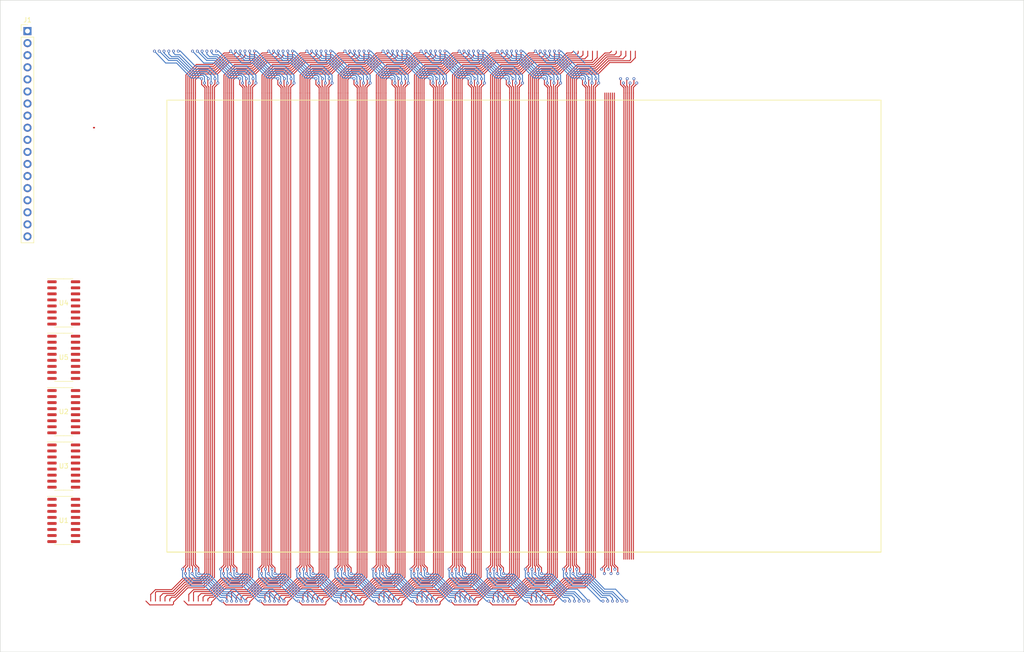
<source format=kicad_pcb>
(kicad_pcb (version 20211014) (generator pcbnew)
  (layers (0 "F.Cu" signal) (31 "B.Cu" signal) (34 "B.Paste" user) (35 "F.Paste" user) (36 "B.SilkS" user "B.Silkscreen") (37 "F.SilkS" user "F.Silkscreen") (38 "B.Mask" user) (39 "F.Mask" user) (44 "Edge.Cuts" user))
  (net 0 "")
  (net 1 "GND")
  (net 2 "/A")
  (net 3 "/P6")
  (net 4 "VSS")
  (net 5 "/S2")
  (net 6 "/S1")
  (net 7 "/S0")
  (net 8 "/155")
  (net 9 "/156")
  (net 10 "/153")
  (net 11 "/152")
  (net 12 "/150")
  (net 14 "VDD")
  (net 15 "/X3")
  (net 16 "/X2")
  (net 17 "/X1")
  (net 18 "/X0")
  (net 19 "/X7")
  (net 20 "/X6")
  (net 21 "/X5")
  (net 22 "/X4")
  (net 23 "/X8")
  (net 24 "/X9")
  (net 25 "/X10")
  (net 26 "/X11")
  (net 27 "/X15")
  (net 28 "/X14")
  (net 29 "/X13")
  (net 30 "/X12")
  (net 31 "/X16")
  (net 32 "/X17")
  (net 33 "/X18")
  (net 34 "/X19")
  (net 35 "/Y4")
  (net 36 "/Y5")
  (net 37 "/Y6")
  (net 38 "/Y7")
  (net 39 "/Y0")
  (net 40 "/Y1")
  (net 41 "/Y2")
  (net 42 "/Y3")
  (net 43 "/Y12")
  (net 44 "/Y8")
  (net 45 "/Y9")
  (net 46 "/Y10")
  (net 47 "/Y11")
  (footprint "jumper:jumper" (layer "F.Cu") (at 59.69 50.8)
    (fp_text reference "U14" hide)
    (fp_text value "jumper" hide)
  )
  (footprint "jumper:jumper" (layer "F.Cu") (at 59.69 50.8)
    (fp_text reference "U31" hide)
    (fp_text value "jumper" hide)
  )
  (footprint "jumper:jumper" (layer "F.Cu") (at 59.69 50.8)
    (fp_text reference "U26" hide)
    (fp_text value "jumper" hide)
  )
  (footprint "jumper:jumper" (layer "F.Cu") (at 59.69 50.8)
    (fp_text reference "U21" hide)
    (fp_text value "jumper" hide)
  )
  (footprint "jumper:jumper" (layer "F.Cu") (at 59.69 50.8)
    (fp_text reference "U11" hide)
    (fp_text value "jumper" hide)
  )
  (footprint "jumper:jumper" (layer "F.Cu") (at 59.69 50.8)
    (fp_text reference "U15" hide)
    (fp_text value "jumper" hide)
  )
  (footprint "jumper:jumper" (layer "F.Cu") (at 59.69 50.8)
    (fp_text reference "U35" hide)
    (fp_text value "jumper" hide)
  )
  (footprint "Package_SO:SOIC-16_3.9x9.9mm_P1.27mm" (layer "F.Cu") (at 53.34 87.63)
    (fp_text reference "U4")
    (fp_text value "156")
  )
  (footprint "jumper:jumper" (layer "F.Cu") (at 59.69 50.8)
    (fp_text reference "U27" hide)
    (fp_text value "jumper" hide)
  )
  (footprint "jumper:jumper" (layer "F.Cu") (at 59.69 50.8)
    (fp_text reference "U36" hide)
    (fp_text value "jumper" hide)
  )
  (footprint "Package_SO:SOIC-16_3.9x9.9mm_P1.27mm" (layer "F.Cu") (at 53.34 99.06)
    (fp_text reference "U5")
    (fp_text value "155")
  )
  (footprint "jumper:jumper" (layer "F.Cu") (at 59.69 50.8)
    (fp_text reference "U20" hide)
    (fp_text value "jumper" hide)
  )
  (footprint "jumper:jumper" (layer "F.Cu") (at 59.69 50.8)
    (fp_text reference "U25" hide)
    (fp_text value "jumper" hide)
  )
  (footprint "jumper:jumper" (layer "F.Cu") (at 59.69 50.8)
    (fp_text reference "U16" hide)
    (fp_text value "jumper" hide)
  )
  (footprint "Package_SO:SOIC-16_3.9x9.9mm_P1.27mm" (layer "F.Cu") (at 53.34 121.92)
    (fp_text reference "U3")
    (fp_text value "153")
  )
  (footprint "jumper:jumper" (layer "F.Cu") (at 59.69 50.8)
    (fp_text reference "U33" hide)
    (fp_text value "jumper" hide)
  )
  (footprint "jumper:jumper" (layer "F.Cu") (at 59.69 50.8)
    (fp_text reference "U37" hide)
    (fp_text value "jumper" hide)
  )
  (footprint "jumper:jumper" (layer "F.Cu") (at 59.69 50.8)
    (fp_text reference "U23" hide)
    (fp_text value "jumper" hide)
  )
  (footprint "Package_SO:SOIC-16_3.9x9.9mm_P1.27mm" (layer "F.Cu") (at 53.34 133.35)
    (fp_text reference "U1")
    (fp_text value "150")
  )
  (footprint "jumper:jumper" (layer "F.Cu") (at 59.69 50.8)
    (fp_text reference "U17" hide)
    (fp_text value "jumper" hide)
  )
  (footprint "jumper:jumper" (layer "F.Cu") (at 59.69 50.8)
    (fp_text reference "U30" hide)
    (fp_text value "jumper" hide)
  )
  (footprint "jumper:jumper" (layer "F.Cu") (at 59.69 50.8)
    (fp_text reference "U10" hide)
    (fp_text value "jumper" hide)
  )
  (footprint "jumper:jumper" (layer "F.Cu") (at 59.69 50.8)
    (fp_text reference "U22" hide)
    (fp_text value "jumper" hide)
  )
  (footprint "Connector_PinHeader_2.54mm:PinHeader_1x18_P2.54mm_Vertical" (layer "F.Cu") (at 45.72 30.48)
    (fp_text reference "J1")
    (fp_text value "CONN")
  )
  (footprint "jumper:jumper" (layer "F.Cu") (at 59.69 50.8)
    (fp_text reference "U12" hide)
    (fp_text value "jumper" hide)
  )
  (footprint "jumper:jumper" (layer "F.Cu") (at 59.69 50.8)
    (fp_text reference "U6" hide)
    (fp_text value "jumper" hide)
  )
  (footprint "jumper:jumper" (layer "F.Cu") (at 59.69 50.8)
    (fp_text reference "U38" hide)
    (fp_text value "jumper" hide)
  )
  (footprint "jumper:jumper" (layer "F.Cu") (at 59.69 50.8)
    (fp_text reference "U19" hide)
    (fp_text value "jumper" hide)
  )
  (footprint "jumper:jumper" (layer "F.Cu") (at 59.69 50.8)
    (fp_text reference "U24" hide)
    (fp_text value "jumper" hide)
  )
  (footprint "jumper:jumper" (layer "F.Cu") (at 59.69 50.8)
    (fp_text reference "U34" hide)
    (fp_text value "jumper" hide)
  )
  (footprint "jumper:jumper" (layer "F.Cu") (at 59.69 50.8)
    (fp_text reference "U7" hide)
    (fp_text value "jumper" hide)
  )
  (footprint "Package_SO:SOIC-16_3.9x9.9mm_P1.27mm" (layer "F.Cu") (at 53.34 110.49)
    (fp_text reference "U2")
    (fp_text value "152")
  )
  (footprint "jumper:jumper" (layer "F.Cu") (at 59.69 50.8)
    (fp_text reference "U8" hide)
    (fp_text value "jumper" hide)
  )
  (footprint "jumper:jumper" (layer "F.Cu") (at 59.69 50.8)
    (fp_text reference "U18" hide)
    (fp_text value "jumper" hide)
  )
  (footprint "jumper:jumper" (layer "F.Cu") (at 59.69 50.8)
    (fp_text reference "U13" hide)
    (fp_text value "jumper" hide)
  )
  (footprint "jumper:jumper" (layer "F.Cu") (at 59.69 50.8)
    (fp_text reference "U28" hide)
    (fp_text value "jumper" hide)
  )
  (footprint "jumper:jumper" (layer "F.Cu") (at 59.69 50.8)
    (fp_text reference "U29" hide)
    (fp_text value "jumper" hide)
  )
  (footprint "jumper:jumper" (layer "F.Cu") (at 59.69 50.8)
    (fp_text reference "U9" hide)
    (fp_text value "jumper" hide)
  )
  (footprint "jumper:jumper" (layer "F.Cu") (at 59.69 50.8)
    (fp_text reference "U32" hide)
    (fp_text value "jumper" hide)
  )
  (gr_line (start 225 45) (end 75 45) (layer "F.SilkS") (width 0.15))
  (gr_line (start 75 140) (end 225 140) (layer "F.SilkS") (width 0.15))
  (gr_line (start 225 140) (end 225 45) (layer "F.SilkS") (width 0.15))
  (gr_line (start 75 45) (end 75 140) (layer "F.SilkS") (width 0.15))
  (gr_line (start 75 140) (end 225 140) (layer "F.SilkS") (width 0.15))
  (gr_poly (pts (xy 255 161) (xy 40 161) (xy 40 24) (xy 255 24)) (layer "Edge.Cuts") (width 0.1) (fill none))
  (segment (start 160.4 34.7) (end 162.75 37.2) (width 0.2) (layer "B.Cu") (net 0))
  (segment (start 91 43.5) (end 91 141.5) (width 0.2) (layer "F.Cu") (net 15))
  (segment (start 91.8 43.5) (end 91.8 141.5) (width 0.2) (layer "F.Cu") (net 15))
  (segment (start 92.6 43.5) (end 92.6 141.5) (width 0.2) (layer "F.Cu") (net 15))
  (segment (start 92.2 43.5) (end 92.2 141.5) (width 0.2) (layer "F.Cu") (net 15))
  (segment (start 93 43.5) (end 93 141.5) (width 0.2) (layer "F.Cu") (net 15))
  (segment (start 91.4 43.5) (end 91.4 141.5) (width 0.2) (layer "F.Cu") (net 15))
  (segment (start 107.8 43.5) (end 107.8 141.5) (width 0.2) (layer "F.Cu") (net 16))
  (segment (start 88.6 43.5) (end 88.6 141.5) (width 0.2) (layer "F.Cu") (net 16))
  (segment (start 87.8 43.5) (end 87.8 141.5) (width 0.2) (layer "F.Cu") (net 16))
  (segment (start 107.4 43.5) (end 107.4 141.5) (width 0.2) (layer "F.Cu") (net 16))
  (segment (start 108.6 43.5) (end 108.6 141.5) (width 0.2) (layer "F.Cu") (net 16))
  (segment (start 107 43.5) (end 107 141.5) (width 0.2) (layer "F.Cu") (net 16))
  (segment (start 87 43.5) (end 87 141.5) (width 0.2) (layer "F.Cu") (net 16))
  (segment (start 87.4 43.5) (end 87.4 141.5) (width 0.2) (layer "F.Cu") (net 16))
  (segment (start 108.2 43.5) (end 108.2 141.5) (width 0.2) (layer "F.Cu") (net 16))
  (segment (start 109 43.5) (end 109 141.5) (width 0.2) (layer "F.Cu") (net 16))
  (segment (start 88.2 43.5) (end 88.2 141.5) (width 0.2) (layer "F.Cu") (net 16))
  (segment (start 89 43.5) (end 89 141.5) (width 0.2) (layer "F.Cu") (net 16))
  (segment (start 83 43.5) (end 83 141.5) (width 0.2) (layer "F.Cu") (net 17))
  (segment (start 84.6 43.5) (end 84.6 141.5) (width 0.2) (layer "F.Cu") (net 17))
  (segment (start 84.2 43.5) (end 84.2 141.5) (width 0.2) (layer "F.Cu") (net 17))
  (segment (start 83.8 43.5) (end 83.8 141.5) (width 0.2) (layer "F.Cu") (net 17))
  (segment (start 85 43.5) (end 85 141.5) (width 0.2) (layer "F.Cu") (net 17))
  (segment (start 83.4 43.5) (end 83.4 141.5) (width 0.2) (layer "F.Cu") (net 17))
  (segment (start 99 43.5) (end 99 141.5) (width 0.2) (layer "F.Cu") (net 18))
  (segment (start 101 43.5) (end 101 141.5) (width 0.2) (layer "F.Cu") (net 18))
  (segment (start 81 43.5) (end 81 141.5) (width 0.2) (layer "F.Cu") (net 18))
  (segment (start 79.4 43.5) (end 79.4 141.5) (width 0.2) (layer "F.Cu") (net 18))
  (segment (start 79.8 43.5) (end 79.8 141.5) (width 0.2) (layer "F.Cu") (net 18))
  (segment (start 100.2 43.5) (end 100.2 141.5) (width 0.2) (layer "F.Cu") (net 18))
  (segment (start 80.2 43.5) (end 80.2 141.5) (width 0.2) (layer "F.Cu") (net 18))
  (segment (start 80.6 43.5) (end 80.6 141.5) (width 0.2) (layer "F.Cu") (net 18))
  (segment (start 79 43.5) (end 79 141.5) (width 0.2) (layer "F.Cu") (net 18))
  (segment (start 99.8 43.5) (end 99.8 141.5) (width 0.2) (layer "F.Cu") (net 18))
  (segment (start 100.6 43.5) (end 100.6 141.5) (width 0.2) (layer "F.Cu") (net 18))
  (segment (start 99.4 43.5) (end 99.4 141.5) (width 0.2) (layer "F.Cu") (net 18))
  (segment (start 139.8 43.5) (end 139.8 141.5) (width 0.2) (layer "F.Cu") (net 19))
  (segment (start 120.2 43.5) (end 120.2 141.5) (width 0.2) (layer "F.Cu") (net 19))
  (segment (start 121 43.5) (end 121 141.5) (width 0.2) (layer "F.Cu") (net 19))
  (segment (start 139 43.5) (end 139 141.5) (width 0.2) (layer "F.Cu") (net 19))
  (segment (start 139.4 43.5) (end 139.4 141.5) (width 0.2) (layer "F.Cu") (net 19))
  (segment (start 141 43.5) (end 141 141.5) (width 0.2) (layer "F.Cu") (net 19))
  (segment (start 119 43.5) (end 119 141.5) (width 0.2) (layer "F.Cu") (net 19))
  (segment (start 140.6 43.5) (end 140.6 141.5) (width 0.2) (layer "F.Cu") (net 19))
  (segment (start 120.6 43.5) (end 120.6 141.5) (width 0.2) (layer "F.Cu") (net 19))
  (segment (start 119.8 43.5) (end 119.8 141.5) (width 0.2) (layer "F.Cu") (net 19))
  (segment (start 140.2 43.5) (end 140.2 141.5) (width 0.2) (layer "F.Cu") (net 19))
  (segment (start 119.4 43.5) (end 119.4 141.5) (width 0.2) (layer "F.Cu") (net 19))
  (segment (start 131 43.5) (end 131 141.5) (width 0.2) (layer "F.Cu") (net 20))
  (segment (start 111.4 43.5) (end 111.4 141.5) (width 0.2) (layer "F.Cu") (net 20))
  (segment (start 133 43.5) (end 133 141.5) (width 0.2) (layer "F.Cu") (net 20))
  (segment (start 131.8 43.5) (end 131.8 141.5) (width 0.2) (layer "F.Cu") (net 20))
  (segment (start 132.6 43.5) (end 132.6 141.5) (width 0.2) (layer "F.Cu") (net 20))
  (segment (start 131.4 43.5) (end 131.4 141.5) (width 0.2) (layer "F.Cu") (net 20))
  (segment (start 112.2 43.5) (end 112.2 141.5) (width 0.2) (layer "F.Cu") (net 20))
  (segment (start 132.199999 43.5) (end 132.199999 141.5) (width 0.2) (layer "F.Cu") (net 20))
  (segment (start 112.6 43.5) (end 112.6 141.5) (width 0.2) (layer "F.Cu") (net 20))
  (segment (start 111.8 43.5) (end 111.8 141.5) (width 0.2) (layer "F.Cu") (net 20))
  (segment (start 111 43.5) (end 111 141.5) (width 0.2) (layer "F.Cu") (net 20))
  (segment (start 113 43.5) (end 113 141.5) (width 0.2) (layer "F.Cu") (net 20))
  (segment (start 103 43.5) (end 103 141.5) (width 0.2) (layer "F.Cu") (net 21))
  (segment (start 103.8 43.5) (end 103.8 141.5) (width 0.2) (layer "F.Cu") (net 21))
  (segment (start 124.6 43.5) (end 124.6 141.5) (width 0.2) (layer "F.Cu") (net 21))
  (segment (start 125 43.5) (end 125 141.5) (width 0.2) (layer "F.Cu") (net 21))
  (segment (start 104.2 43.5) (end 104.2 141.5) (width 0.2) (layer "F.Cu") (net 21))
  (segment (start 123 43.5) (end 123 141.5) (width 0.2) (layer "F.Cu") (net 21))
  (segment (start 124.2 43.5) (end 124.2 141.5) (width 0.2) (layer "F.Cu") (net 21))
  (segment (start 105 43.5) (end 105 141.5) (width 0.2) (layer "F.Cu") (net 21))
  (segment (start 104.6 43.5) (end 104.6 141.5) (width 0.2) (layer "F.Cu") (net 21))
  (segment (start 103.4 43.5) (end 103.4 141.5) (width 0.2) (layer "F.Cu") (net 21))
  (segment (start 123.8 43.5) (end 123.8 141.5) (width 0.2) (layer "F.Cu") (net 21))
  (segment (start 123.4 43.5) (end 123.4 141.5) (width 0.2) (layer "F.Cu") (net 21))
  (segment (start 115.8 43.5) (end 115.8 141.5) (width 0.2) (layer "F.Cu") (net 22))
  (segment (start 117 43.5) (end 117 141.5) (width 0.2) (layer "F.Cu") (net 22))
  (segment (start 116.2 43.5) (end 116.2 141.5) (width 0.2) (layer "F.Cu") (net 22))
  (segment (start 116.6 43.5) (end 116.6 141.5) (width 0.2) (layer "F.Cu") (net 22))
  (segment (start 96.2 43.5) (end 96.2 141.5) (width 0.2) (layer "F.Cu") (net 22))
  (segment (start 95 43.5) (end 95 141.5) (width 0.2) (layer "F.Cu") (net 22))
  (segment (start 115.4 43.5) (end 115.4 141.5) (width 0.2) (layer "F.Cu") (net 22))
  (segment (start 96.6 43.5) (end 96.6 141.5) (width 0.2) (layer "F.Cu") (net 22))
  (segment (start 97 43.5) (end 97 141.5) (width 0.2) (layer "F.Cu") (net 22))
  (segment (start 95.4 43.5) (end 95.4 141.5) (width 0.2) (layer "F.Cu") (net 22))
  (segment (start 95.8 43.5) (end 95.8 141.5) (width 0.2) (layer "F.Cu") (net 22))
  (segment (start 115 43.5) (end 115 141.5) (width 0.2) (layer "F.Cu") (net 22))
  (segment (start 128.2 43.5) (end 128.2 141.5) (width 0.2) (layer "F.Cu") (net 23))
  (segment (start 147 43.5) (end 147 141.5) (width 0.2) (layer "F.Cu") (net 23))
  (segment (start 127.4 43.5) (end 127.4 141.5) (width 0.2) (layer "F.Cu") (net 23))
  (segment (start 128.6 43.5) (end 128.6 141.5) (width 0.2) (layer "F.Cu") (net 23))
  (segment (start 129 43.5) (end 129 141.5) (width 0.2) (layer "F.Cu") (net 23))
  (segment (start 147.8 43.5) (end 147.8 141.5) (width 0.2) (layer "F.Cu") (net 23))
  (segment (start 148.6 43.5) (end 148.6 141.5) (width 0.2) (layer "F.Cu") (net 23))
  (segment (start 127 43.5) (end 127 141.5) (width 0.2) (layer "F.Cu") (net 23))
  (segment (start 148.2 43.5) (end 148.2 141.5) (width 0.2) (layer "F.Cu") (net 23))
  (segment (start 149 43.5) (end 149 141.5) (width 0.2) (layer "F.Cu") (net 23))
  (segment (start 147.4 43.5) (end 147.4 141.5) (width 0.2) (layer "F.Cu") (net 23))
  (segment (start 127.8 43.5) (end 127.8 141.5) (width 0.2) (layer "F.Cu") (net 23))
  (segment (start 135.4 43.5) (end 135.4 141.5) (width 0.2) (layer "F.Cu") (net 24))
  (segment (start 155.8 43.5) (end 155.8 141.5) (width 0.2) (layer "F.Cu") (net 24))
  (segment (start 156.2 43.5) (end 156.2 141.5) (width 0.2) (layer "F.Cu") (net 24))
  (segment (start 136.6 43.5) (end 136.6 141.5) (width 0.2) (layer "F.Cu") (net 24))
  (segment (start 135.8 43.5) (end 135.8 141.5) (width 0.2) (layer "F.Cu") (net 24))
  (segment (start 136.2 43.5) (end 136.2 141.5) (width 0.2) (layer "F.Cu") (net 24))
  (segment (start 155 43.5) (end 155 141.5) (width 0.2) (layer "F.Cu") (net 24))
  (segment (start 157 43.5) (end 157 141.5) (width 0.2) (layer "F.Cu") (net 24))
  (segment (start 137 43.5) (end 137 141.5) (width 0.2) (layer "F.Cu") (net 24))
  (segment (start 135 43.5) (end 135 141.5) (width 0.2) (layer "F.Cu") (net 24))
  (segment (start 156.6 43.5) (end 156.6 141.5) (width 0.2) (layer "F.Cu") (net 24))
  (segment (start 155.4 43.5) (end 155.4 141.5) (width 0.2) (layer "F.Cu") (net 24))
  (segment (start 164.2 43.5) (end 164.2 141.5) (width 0.2) (layer "F.Cu") (net 25))
  (segment (start 144.6 43.5) (end 144.6 141.5) (width 0.2) (layer "F.Cu") (net 25))
  (segment (start 143 43.5) (end 143 141.5) (width 0.2) (layer "F.Cu") (net 25))
  (segment (start 143.4 43.5) (end 143.4 141.5) (width 0.2) (layer "F.Cu") (net 25))
  (segment (start 143.8 43.5) (end 143.8 141.5) (width 0.2) (layer "F.Cu") (net 25))
  (segment (start 163.4 43.5) (end 163.4 141.5) (width 0.2) (layer "F.Cu") (net 25))
  (segment (start 164.6 43.5) (end 164.6 141.5) (width 0.2) (layer "F.Cu") (net 25))
  (segment (start 163 43.5) (end 163 141.5) (width 0.2) (layer "F.Cu") (net 25))
  (segment (start 165 43.5) (end 165 141.5) (width 0.2) (layer "F.Cu") (net 25))
  (segment (start 163.8 43.5) (end 163.8 141.5) (width 0.2) (layer "F.Cu") (net 25))
  (segment (start 144.2 43.5) (end 144.2 141.5) (width 0.2) (layer "F.Cu") (net 25))
  (segment (start 145 43.5) (end 145 141.5) (width 0.2) (layer "F.Cu") (net 25))
  (segment (start 171.4 43.5) (end 171.4 141.5) (width 0.2) (layer "F.Cu") (net 26))
  (segment (start 172.6 43.5) (end 172.6 141.5) (width 0.2) (layer "F.Cu") (net 26))
  (segment (start 151.8 43.5) (end 151.8 141.5) (width 0.2) (layer "F.Cu") (net 26))
  (segment (start 151.4 43.5) (end 151.4 141.5) (width 0.2) (layer "F.Cu") (net 26))
  (segment (start 171.8 43.5) (end 171.8 141.5) (width 0.2) (layer "F.Cu") (net 26))
  (segment (start 151 43.5) (end 151 141.5) (width 0.2) (layer "F.Cu") (net 26))
  (segment (start 172.2 43.5) (end 172.2 141.5) (width 0.2) (layer "F.Cu") (net 26))
  (segment (start 152.6 43.5) (end 152.6 141.5) (width 0.2) (layer "F.Cu") (net 26))
  (segment (start 152.2 43.5) (end 152.2 141.5) (width 0.2) (layer "F.Cu") (net 26))
  (segment (start 171 43.5) (end 171 141.5) (width 0.2) (layer "F.Cu") (net 26))
  (segment (start 153 43.5) (end 153 141.5) (width 0.2) (layer "F.Cu") (net 26))
  (segment (start 173 43.5) (end 173 141.5) (width 0.2) (layer "F.Cu") (net 26))
  (segment (start 168.2 43.5) (end 168.2 141.5) (width 0.2) (layer "F.Cu") (net 29))
  (segment (start 168.6 43.5) (end 168.6 141.5) (width 0.2) (layer "F.Cu") (net 29))
  (segment (start 167.4 43.5) (end 167.4 141.5) (width 0.2) (layer "F.Cu") (net 29))
  (segment (start 169 43.5) (end 169 141.5) (width 0.2) (layer "F.Cu") (net 29))
  (segment (start 167 43.5) (end 167 141.5) (width 0.2) (layer "F.Cu") (net 29))
  (segment (start 167.8 43.5) (end 167.8 141.5) (width 0.2) (layer "F.Cu") (net 29))
  (segment (start 160.2 43.5) (end 160.2 141.5) (width 0.2) (layer "F.Cu") (net 30))
  (segment (start 161 43.5) (end 161 141.5) (width 0.2) (layer "F.Cu") (net 30))
  (segment (start 159.4 43.5) (end 159.4 141.5) (width 0.2) (layer "F.Cu") (net 30))
  (segment (start 160.6 43.5) (end 160.6 141.5) (width 0.2) (layer "F.Cu") (net 30))
  (segment (start 159.8 43.5) (end 159.8 141.5) (width 0.2) (layer "F.Cu") (net 30))
  (segment (start 159 43.5) (end 159 141.5) (width 0.2) (layer "F.Cu") (net 30))
  (segment (start 116.6 43.5) (end 116.6 42.1) (width 0.2) (layer "F.Cu") (net 35))
  (segment (start 111 39.7) (end 113.2 37.5) (width 0.2) (layer "F.Cu") (net 35))
  (segment (start 112.4 144.4) (end 112.3 144.5) (width 0.2) (layer "F.Cu") (net 35))
  (segment (start 124.4 37.1) (end 125.4 36.1) (width 0.2) (layer "F.Cu") (net 35))
  (segment (start 110.8 146.3) (end 108.399999 148.7) (width 0.2) (layer "F.Cu") (net 35))
  (segment (start 112.6 142.7) (end 113.1 143.2) (width 0.2) (layer "F.Cu") (net 35))
  (segment (start 111.4 147.5) (end 108.4 150.5) (width 0.2) (layer "F.Cu") (net 35))
  (segment (start 115.8 42.2) (end 115.6 42) (width 0.2) (layer "F.Cu") (net 35))
  (segment (start 123.4 35.7) (end 123.4 34.7) (width 0.2) (layer "F.Cu") (net 35))
  (segment (start 117 145.3) (end 114.8 147.5) (width 0.2) (layer "F.Cu") (net 35))
  (segment (start 120 37.1) (end 124.4 37.1) (width 0.2) (layer "F.Cu") (net 35))
  (segment (start 116.6 42.1) (end 117.1 41.6) (width 0.2) (layer "F.Cu") (net 35))
  (segment (start 111.199999 147.1) (end 108.8 149.5) (width 0.2) (layer "F.Cu") (net 35))
  (segment (start 104.6 147.9) (end 103.6 148.9) (width 0.2) (layer "F.Cu") (net 35))
  (segment (start 119.6 36.3) (end 122.8 36.3) (width 0.2) (layer "F.Cu") (net 35))
  (segment (start 119.2 35.5) (end 121 35.5) (width 0.2) (layer "F.Cu") (net 35))
  (segment (start 116.6 37.5) (end 119 35.1) (width 0.2) (layer "F.Cu") (net 35))
  (segment (start 113.1 143.2) (end 113.1 143.6) (width 0.2) (layer "F.Cu") (net 35))
  (segment (start 115 43.5) (end 115 42.4) (width 0.2) (layer "F.Cu") (net 35))
  (segment (start 114.9 41.8) (end 114.9 41.4) (width 0.2) (layer "F.Cu") (net 35))
  (segment (start 113 142.6) (end 113.7 143.3) (width 0.2) (layer "F.Cu") (net 35))
  (segment (start 111.4 43.5) (end 111.4 39.9) (width 0.2) (layer "F.Cu") (net 35))
  (segment (start 115.4 141.5) (end 115.4 144.5) (width 0.2) (layer "F.Cu") (net 35))
  (segment (start 119 35.1) (end 120 35.1) (width 0.2) (layer "F.Cu") (net 35))
  (segment (start 115.4 43.5) (end 115.4 42.3) (width 0.2) (layer "F.Cu") (net 35))
  (segment (start 111.4 39.9) (end 113.4 37.9) (width 0.2) (layer "F.Cu") (net 35))
  (segment (start 122.399999 35.5) (end 122.399999 34.7) (width 0.2) (layer "F.Cu") (net 35))
  (segment (start 117 42.3) (end 117.7 41.6) (width 0.2) (layer "F.Cu") (net 35))
  (segment (start 117.399999 39.1) (end 119.8 36.7) (width 0.2) (layer "F.Cu") (net 35))
  (segment (start 108.8 149.5) (end 108 149.5) (width 0.2) (layer "F.Cu") (net 35))
  (segment (start 108 147.9) (end 104.6 147.9) (width 0.2) (layer "F.Cu") (net 35))
  (segment (start 110.6 145.9) (end 108.2 148.3) (width 0.2) (layer "F.Cu") (net 35))
  (segment (start 115.4 42.3) (end 114.9 41.8) (width 0.2) (layer "F.Cu") (net 35))
  (segment (start 104.8 148.3) (end 104.6 148.5) (width 0.2) (layer "F.Cu") (net 35))
  (segment (start 111.8 141.5) (end 111.8 143.5) (width 0.2) (layer "F.Cu") (net 35))
  (segment (start 119.399999 35.9) (end 122 35.9) (width 0.2) (layer "F.Cu") (net 35))
  (segment (start 106.6 149.5) (end 106.6 150.3) (width 0.2) (layer "F.Cu") (net 35))
  (segment (start 124.199999 36.7) (end 124.399999 36.5) (width 0.2) (layer "F.Cu") (net 35))
  (segment (start 115.6 42) (end 115.6 40.6) (width 0.2) (layer "F.Cu") (net 35))
  (segment (start 121 35.5) (end 121.4 35.1) (width 0.2) (layer "F.Cu") (net 35))
  (segment (start 113 40.7) (end 114.2 39.5) (width 0.2) (layer "F.Cu") (net 35))
  (segment (start 115.8 144.7) (end 114.2 146.3) (width 0.2) (layer "F.Cu") (net 35))
  (segment (start 122.8 36.3) (end 123.4 35.7) (width 0.2) (layer "F.Cu") (net 35))
  (segment (start 116.2 144.9) (end 114.4 146.7) (width 0.2) (layer "F.Cu") (net 35))
  (segment (start 110.3 143.4) (end 110.3 143.6) (width 0.2) (layer "F.Cu") (net 35))
  (segment (start 114.2 39.5) (end 117.6 39.5) (width 0.2) (layer "F.Cu") (net 35))
  (segment (start 117.1 41.6) (end 117.1 40.5) (width 0.2) (layer "F.Cu") (net 35))
  (segment (start 117.7 41.6) (end 117.7 41.4) (width 0.2) (layer "F.Cu") (net 35))
  (segment (start 105.6 149.3) (end 105.6 150.3) (width 0.2) (layer "F.Cu") (net 35))
  (segment (start 115.4 144.5) (end 114 145.9) (width 0.2) (layer "F.Cu") (net 35))
  (segment (start 108.4 150.5) (end 108.4 150.9) (width 0.2) (layer "F.Cu") (net 35))
  (segment (start 119.8 36.7) (end 124.199999 36.7) (width 0.2) (layer "F.Cu") (net 35))
  (segment (start 113.4 37.9) (end 116.8 37.9) (width 0.2) (layer "F.Cu") (net 35))
  (segment (start 107 149.1) (end 106.6 149.5) (width 0.2) (layer "F.Cu") (net 35))
  (segment (start 124.399999 36.5) (end 124.399999 34.7) (width 0.2) (layer "F.Cu") (net 35))
  (segment (start 116.2 141.5) (end 116.2 144.9) (width 0.2) (layer "F.Cu") (net 35))
  (segment (start 103.4 151.1) (end 102.6 150.3) (width 0.2) (layer "F.Cu") (net 35))
  (segment (start 111.8 43.5) (end 111.8 40.1) (width 0.2) (layer "F.Cu") (net 35))
  (segment (start 122 35.9) (end 122.399999 35.5) (width 0.2) (layer "F.Cu") (net 35))
  (segment (start 114.8 147.5) (end 111.4 147.5) (width 0.2) (layer "F.Cu") (net 35))
  (segment (start 114.6 147.1) (end 111.199999 147.1) (width 0.2) (layer "F.Cu") (net 35))
  (segment (start 117.6 39.5) (end 120 37.1) (width 0.2) (layer "F.Cu") (net 35))
  (segment (start 112.6 43.5) (end 112.6 40.5) (width 0.2) (layer "F.Cu") (net 35))
  (segment (start 112.2 40.3) (end 113.8 38.7) (width 0.2) (layer "F.Cu") (net 35))
  (segment (start 116.6 145.1) (end 114.6 147.1) (width 0.2) (layer "F.Cu") (net 35))
  (segment (start 111.8 143.5) (end 111.7 143.6) (width 0.2) (layer "F.Cu") (net 35))
  (segment (start 120 35.1) (end 120.4 34.7) (width 0.2) (layer "F.Cu") (net 35))
  (segment (start 111.4 141.5) (end 111.4 142.9) (width 0.2) (layer "F.Cu") (net 35))
  (segment (start 111.8 40.1) (end 113.6 38.3) (width 0.2) (layer "F.Cu") (net 35))
  (segment (start 113.7 143.3) (end 113.7 144.5) (width 0.2) (layer "F.Cu") (net 35))
  (segment (start 108.4 150.9) (end 108.2 151.1) (width 0.2) (layer "F.Cu") (net 35))
  (segment (start 113 43.5) (end 113 40.7) (width 0.2) (layer "F.Cu") (net 35))
  (segment (start 113.8 38.7) (end 117.2 38.7) (width 0.2) (layer "F.Cu") (net 35))
  (segment (start 103.6 148.9) (end 103.6 150.3) (width 0.2) (layer "F.Cu") (net 35))
  (segment (start 113.2 37.5) (end 116.6 37.5) (width 0.2) (layer "F.Cu") (net 35))
  (segment (start 117 141.5) (end 117 145.3) (width 0.2) (layer "F.Cu") (net 35))
  (segment (start 112.2 141.5) (end 112.2 142.8) (width 0.2) (layer "F.Cu") (net 35))
  (segment (start 108.399999 148.7) (end 106.2 148.7) (width 0.2) (layer "F.Cu") (net 35))
  (segment (start 106.2 148.7) (end 105.6 149.3) (width 0.2) (layer "F.Cu") (net 35))
  (segment (start 113.6 38.3) (end 117 38.3) (width 0.2) (layer "F.Cu") (net 35))
  (segment (start 104.6 148.5) (end 104.6 150.3) (width 0.2) (layer "F.Cu") (net 35))
  (segment (start 107.6 149.9) (end 107.6 150.3) (width 0.2) (layer "F.Cu") (net 35))
  (segment (start 111 43.5) (end 111 39.7) (width 0.2) (layer "F.Cu") (net 35))
  (segment (start 112.6 40.5) (end 114 39.1) (width 0.2) (layer "F.Cu") (net 35))
  (segment (start 117 43.5) (end 117 42.3) (width 0.2) (layer "F.Cu") (net 35))
  (segment (start 115 42.4) (end 114.3 41.7) (width 0.2) (layer "F.Cu") (net 35))
  (segment (start 116.2 43.5) (end 116.2 41.5) (width 0.2) (layer "F.Cu") (net 35))
  (segment (start 115.6 40.6) (end 115.7 40.5) (width 0.2) (layer "F.Cu") (net 35))
  (segment (start 108.2 148.3) (end 104.8 148.3) (width 0.2) (layer "F.Cu") (net 35))
  (segment (start 112.6 141.5) (end 112.6 142.7) (width 0.2) (layer "F.Cu") (net 35))
  (segment (start 108.2 151.1) (end 103.4 151.1) (width 0.2) (layer "F.Cu") (net 35))
  (segment (start 115 144.3) (end 113.8 145.5) (width 0.2) (layer "F.Cu") (net 35))
  (segment (start 116.6 141.5) (end 116.6 145.1) (width 0.2) (layer "F.Cu") (net 35))
  (segment (start 113.8 145.5) (end 110.4 145.5) (width 0.2) (layer "F.Cu") (net 35))
  (segment (start 108 149.5) (end 107.6 149.9) (width 0.2) (layer "F.Cu") (net 35))
  (segment (start 114.4 146.7) (end 111 146.7) (width 0.2) (layer "F.Cu") (net 35))
  (segment (start 116.8 37.9) (end 119.2 35.5) (width 0.2) (layer "F.Cu") (net 35))
  (segment (start 111 142.7) (end 110.3 143.4) (width 0.2) (layer "F.Cu") (net 35))
  (segment (start 108.6 149.1) (end 107 149.1) (width 0.2) (layer "F.Cu") (net 35))
  (segment (start 125.4 36.1) (end 125.4 34.7) (width 0.2) (layer "F.Cu") (net 35))
  (segment (start 115 141.5) (end 115 144.3) (width 0.2) (layer "F.Cu") (net 35))
  (segment (start 114 39.1) (end 117.399999 39.1) (width 0.2) (layer "F.Cu") (net 35))
  (segment (start 111 146.7) (end 108.6 149.1) (width 0.2) (layer "F.Cu") (net 35))
  (segment (start 111.4 142.9) (end 110.9 143.4) (width 0.2) (layer "F.Cu") (net 35))
  (segment (start 112.4 143) (end 112.4 144.4) (width 0.2) (layer "F.Cu") (net 35))
  (segment (start 115.8 43.5) (end 115.8 42.2) (width 0.2) (layer "F.Cu") (net 35))
  (segment (start 114.3 41.7) (end 114.3 40.5) (width 0.2) (layer "F.Cu") (net 35))
  (segment (start 114.2 146.3) (end 110.8 146.3) (width 0.2) (layer "F.Cu") (net 35))
  (segment (start 116.2 41.5) (end 116.3 41.4) (width 0.2) (layer "F.Cu") (net 35))
  (segment (start 117 38.3) (end 119.399999 35.9) (width 0.2) (layer "F.Cu") (net 35))
  (segment (start 110.9 143.4) (end 110.9 144.5) (width 0.2) (layer "F.Cu") (net 35))
  (segment (start 114 145.9) (end 110.6 145.9) (width 0.2) (layer "F.Cu") (net 35))
  (segment (start 113 141.5) (end 113 142.6) (width 0.2) (layer "F.Cu") (net 35))
  (segment (start 121.4 35.1) (end 121.4 34.7) (width 0.2) (layer "F.Cu") (net 35))
  (segment (start 112.2 142.8) (end 112.4 143) (width 0.2) (layer "F.Cu") (net 35))
  (segment (start 117.2 38.7) (end 119.6 36.3) (width 0.2) (layer "F.Cu") (net 35))
  (segment (start 110.4 145.5) (end 108 147.9) (width 0.2) (layer "F.Cu") (net 35))
  (segment (start 111 141.5) (end 111 142.7) (width 0.2) (layer "F.Cu") (net 35))
  (segment (start 115.8 141.5) (end 115.8 144.7) (width 0.2) (layer "F.Cu") (net 35))
  (segment (start 112.2 43.5) (end 112.2 40.3) (width 0.2) (layer "F.Cu") (net 35))
  (via (at 111.7 143.6) (size 0.6) (drill 0.3) (layers "F.Cu" "B.Cu") (net 35))
  (via (at 113.7 144.5) (size 0.6) (drill 0.3) (layers "F.Cu" "B.Cu") (net 35))
  (via (at 117.1 40.5) (size 0.6) (drill 0.3) (layers "F.Cu" "B.Cu") (net 35))
  (via (at 89.4 34.7) (size 0.6) (drill 0.3) (layers "F.Cu" "B.Cu") (net 35))
  (via (at 102.6 150.3) (size 0.6) (drill 0.3) (layers "F.Cu" "B.Cu") (net 35))
  (via (at 113.1 143.6) (size 0.6) (drill 0.3) (layers "F.Cu" "B.Cu") (net 35))
  (via (at 115.7 40.5) (size 0.6) (drill 0.3) (layers "F.Cu" "B.Cu") (net 35))
  (via (at 93.4 34.7) (size 0.6) (drill 0.3) (layers "F.Cu" "B.Cu") (net 35))
  (via (at 112.3 144.5) (size 0.6) (drill 0.3) (layers "F.Cu" "B.Cu") (net 35))
  (via (at 90.399999 34.7) (size 0.6) (drill 0.3) (layers "F.Cu" "B.Cu") (net 35))
  (via (at 116.3 41.4) (size 0.6) (drill 0.3) (layers "F.Cu" "B.Cu") (net 35))
  (via (at 117.7 41.4) (size 0.6) (drill 0.3) (layers "F.Cu" "B.Cu") (net 35))
  (via (at 114.9 41.4) (size 0.6) (drill 0.3) (layers "F.Cu" "B.Cu") (net 35))
  (via (at 110.3 143.6) (size 0.6) (drill 0.3) (layers "F.Cu" "B.Cu") (net 35))
  (via (at 88.4 34.7) (size 0.6) (drill 0.3) (layers "F.Cu" "B.Cu") (net 35))
  (via (at 114.3 40.5) (size 0.6) (drill 0.3) (layers "F.Cu" "B.Cu") (net 35))
  (via (at 106.6 150.3) (size 0.6) (drill 0.3) (layers "F.Cu" "B.Cu") (net 35))
  (via (at 103.6 150.3) (size 0.6) (drill 0.3) (layers "F.Cu" "B.Cu") (net 35))
  (via (at 107.6 150.3) (size 0.6) (drill 0.3) (layers "F.Cu" "B.Cu") (net 35))
  (via (at 104.6 150.3) (size 0.6) (drill 0.3) (layers "F.Cu" "B.Cu") (net 35))
  (via (at 105.6 150.3) (size 0.6) (drill 0.3) (layers "F.Cu" "B.Cu") (net 35))
  (via (at 92.399999 34.7) (size 0.6) (drill 0.3) (layers "F.Cu" "B.Cu") (net 35))
  (via (at 91.4 34.7) (size 0.6) (drill 0.3) (layers "F.Cu" "B.Cu") (net 35))
  (via (at 110.9 144.5) (size 0.6) (drill 0.3) (layers "F.Cu" "B.Cu") (net 35))
  (segment (start 90.399999 35.1) (end 91.55 36.25) (width 0.2) (layer "B.Cu") (net 35))
  (segment (start 103.25 149.55) (end 102.25 149.55) (width 0.2) (layer "B.Cu") (net 35))
  (segment (start 99.55 145.6) (end 97.2 145.6) (width 0.2) (layer "B.Cu") (net 35))
  (segment (start 101.1 40) (end 101.1 40.5) (width 0.2) (layer "B.Cu") (net 35))
  (segment (start 102.899999 148.35) (end 99.75 145.2) (width 0.2) (layer "B.Cu") (net 35))
  (segment (start 91.35 36.65) (end 93.1 36.65) (width 0.2) (layer "B.Cu") (net 35))
  (segment (start 95.7 145.1) (end 95.7 143.6) (width 0.2) (layer "B.Cu") (net 35))
  (segment (start 102.25 149.55) (end 99.25 146.5) (width 0.2) (layer "B.Cu") (net 35))
  (segment (start 99.7 40.3) (end 99.7 40.5) (width 0.2) (layer "B.Cu") (net 35))
  (segment (start 104.6 150.3) (end 104.6 149.7) (width 0.2) (layer "B.Cu") (net 35))
  (segment (start 88.4 34.7) (end 90.75 37.2) (width 0.2) (layer "B.Cu") (net 35))
  (segment (start 98.8 39.4) (end 99.7 40.3) (width 0.2) (layer "B.Cu") (net 35))
  (segment (start 90.399999 34.7) (end 90.399999 35.1) (width 0.2) (layer "B.Cu") (net 35))
  (segment (start 91.55 36.25) (end 93.3 36.25) (width 0.2) (layer "B.Cu") (net 35))
  (segment (start 96.4 146.5) (end 94.9 145) (width 0.2) (layer "B.Cu") (net 35))
  (segment (start 97.2 145.6) (end 96.3 144.7) (width 0.2) (layer "B.Cu") (net 35))
  (segment (start 94.3 145.25) (end 94.3 143.6) (width 0.2) (layer "B.Cu") (net 35))
  (segment (start 96.95 37.85) (end 99.8 37.85) (width 0.2) (layer "B.Cu") (net 35))
  (segment (start 91.4 35.3) (end 91.95 35.85) (width 0.2) (layer "B.Cu") (net 35))
  (segment (start 105.6 149.9) (end 104.45 148.75) (width 0.2) (layer "B.Cu") (net 35))
  (segment (start 104.45 148.75) (end 102.7 148.75) (width 0.2) (layer "B.Cu") (net 35))
  (segment (start 96.6 146) (end 95.7 145.1) (width 0.2) (layer "B.Cu") (net 35))
  (segment (start 94.9 145) (end 94.9 144.5) (width 0.2) (layer "B.Cu") (net 35))
  (segment (start 105.6 150.3) (end 105.6 149.9) (width 0.2) (layer "B.Cu") (net 35))
  (segment (start 99.4 39) (end 100.3 39.9) (width 0.2) (layer "B.Cu") (net 35))
  (segment (start 107.6 150.3) (end 105.25 147.8) (width 0.2) (layer "B.Cu") (net 35))
  (segment (start 90.75 37.2) (end 93.05 37.2) (width 0.2) (layer "B.Cu") (net 35))
  (segment (start 103.6 150.3) (end 103.6 149.9) (width 0.2) (layer "B.Cu") (net 35))
  (segment (start 96.65 39) (end 99.4 39) (width 0.2) (layer "B.Cu") (net 35))
  (segment (start 92.399999 34.7) (end 92.399999 35.1) (width 0.2) (layer "B.Cu") (net 35))
  (segment (start 99.6 38.5) (end 101.1 40) (width 0.2) (layer "B.Cu") (net 35))
  (segment (start 98.9 40.1) (end 98.9 41.4) (width 0.2) (layer "B.Cu") (net 35))
  (segment (start 93.85 34.7) (end 96.95 37.85) (width 0.2) (layer "B.Cu") (net 35))
  (segment (start 91.95 35.85) (end 93.5 35.85) (width 0.2) (layer "B.Cu") (net 35))
  (segment (start 89.4 34.7) (end 91.35 36.65) (width 0.2) (layer "B.Cu") (net 35))
  (segment (start 103.6 149.9) (end 103.25 149.55) (width 0.2) (layer "B.Cu") (net 35))
  (segment (start 93.4 34.7) (end 93.85 34.7) (width 0.2) (layer "B.Cu") (net 35))
  (segment (start 97.1 144.9) (end 97.1 143.6) (width 0.2) (layer "B.Cu") (net 35))
  (segment (start 93.75 35.45) (end 96.75 38.5) (width 0.2) (layer "B.Cu") (net 35))
  (segment (start 104.05 149.15) (end 102.5 149.15) (width 0.2) (layer "B.Cu") (net 35))
  (segment (start 101.7 39.75) (end 101.7 41.4) (width 0.2) (layer "B.Cu") (net 35))
  (segment (start 93.1 36.65) (end 96.25 39.8) (width 0.2) (layer "B.Cu") (net 35))
  (segment (start 97.399999 145.2) (end 97.1 144.9) (width 0.2) (layer "B.Cu") (net 35))
  (segment (start 99.25 146.5) (end 96.4 146.5) (width 0.2) (layer "B.Cu") (net 35))
  (segment (start 102.7 148.75) (end 99.55 145.6) (width 0.2) (layer "B.Cu") (net 35))
  (segment (start 99.05 147.15) (end 96.2 147.15) (width 0.2) (layer "B.Cu") (net 35))
  (segment (start 100.3 39.9) (end 100.3 41.4) (width 0.2) (layer "B.Cu") (net 35))
  (segment (start 91.4 34.7) (end 91.4 35.3) (width 0.2) (layer "B.Cu") (net 35))
  (segment (start 93.5 35.85) (end 96.65 39) (width 0.2) (layer "B.Cu") (net 35))
  (segment (start 93.05 37.2) (end 96.1 40.35) (width 0.2) (layer "B.Cu") (net 35))
  (segment (start 96.2 147.15) (end 94.3 145.25) (width 0.2) (layer "B.Cu") (net 35))
  (segment (start 99.9 144.65) (end 97.7 144.65) (width 0.2) (layer "B.Cu") (net 35))
  (segment (start 99.35 146) (end 96.6 146) (width 0.2) (layer "B.Cu") (net 35))
  (segment (start 96.1 40.35) (end 98.3 40.35) (width 0.2) (layer "B.Cu") (net 35))
  (segment (start 105.25 147.8) (end 102.95 147.8) (width 0.2) (layer "B.Cu") (net 35))
  (segment (start 96.45 39.4) (end 98.8 39.4) (width 0.2) (layer "B.Cu") (net 35))
  (segment (start 92.399999 35.1) (end 92.75 35.45) (width 0.2) (layer "B.Cu") (net 35))
  (segment (start 96.3 144.7) (end 96.3 144.5) (width 0.2) (layer "B.Cu") (net 35))
  (segment (start 102.5 149.15) (end 99.35 146) (width 0.2) (layer "B.Cu") (net 35))
  (segment (start 96.25 39.8) (end 98.6 39.8) (width 0.2) (layer "B.Cu") (net 35))
  (segment (start 102.95 147.8) (end 99.9 144.65) (width 0.2) (layer "B.Cu") (net 35))
  (segment (start 96.75 38.5) (end 99.6 38.5) (width 0.2) (layer "B.Cu") (net 35))
  (segment (start 104.649999 148.35) (end 102.899999 148.35) (width 0.2) (layer "B.Cu") (net 35))
  (segment (start 99.75 145.2) (end 97.399999 145.2) (width 0.2) (layer "B.Cu") (net 35))
  (segment (start 102.6 150.3) (end 102.15 150.3) (width 0.2) (layer "B.Cu") (net 35))
  (segment (start 106.6 150.3) (end 104.649999 148.35) (width 0.2) (layer "B.Cu") (net 35))
  (segment (start 97.7 144.65) (end 97.7 144.5) (width 0.2) (layer "B.Cu") (net 35))
  (segment (start 93.3 36.25) (end 96.45 39.4) (width 0.2) (layer "B.Cu") (net 35))
  (segment (start 98.6 39.8) (end 98.9 40.1) (width 0.2) (layer "B.Cu") (net 35))
  (segment (start 99.8 37.85) (end 101.7 39.75) (width 0.2) (layer "B.Cu") (net 35))
  (segment (start 102.15 150.3) (end 99.05 147.15) (width 0.2) (layer "B.Cu") (net 35))
  (segment (start 98.3 40.35) (end 98.3 40.5) (width 0.2) (layer "B.Cu") (net 35))
  (segment (start 92.75 35.45) (end 93.75 35.45) (width 0.2) (layer "B.Cu") (net 35))
  (segment (start 104.6 149.7) (end 104.05 149.15) (width 0.2) (layer "B.Cu") (net 35))
  (segment (start 124.2 144.9) (end 122.4 146.7) (width 0.2) (layer "F.Cu") (net 36))
  (segment (start 118.6 145.9) (end 116.2 148.3) (width 0.2) (layer "F.Cu") (net 36))
  (segment (start 119.4 147.5) (end 116.4 150.5) (width 0.2) (layer "F.Cu") (net 36))
  (segment (start 122.4 146.7) (end 119 146.7) (width 0.2) (layer "F.Cu") (net 36))
  (segment (start 121 141.5) (end 121 142.6) (width 0.2) (layer "F.Cu") (net 36))
  (segment (start 123 144.3) (end 121.8 145.5) (width 0.2) (layer "F.Cu") (net 36))
  (segment (start 116 147.9) (end 112.6 147.9) (width 0.2) (layer "F.Cu") (net 36))
  (segment (start 123.4 141.5) (end 123.4 144.5) (width 0.2) (layer "F.Cu") (net 36))
  (segment (start 118.3 143.4) (end 118.3 143.6) (width 0.2) (layer "F.Cu") (net 36))
  (segment (start 119 142.7) (end 118.3 143.4) (width 0.2) (layer "F.Cu") (net 36))
  (segment (start 124.2 43.5) (end 124.2 41.5) (width 0.2) (layer "F.Cu") (net 36))
  (segment (start 118.4 145.5) (end 116 147.9) (width 0.2) (layer "F.Cu") (net 36))
  (segment (start 122.9 41.8) (end 122.9 41.4) (width 0.2) (layer "F.Cu") (net 36))
  (segment (start 118.9 143.4) (end 118.9 144.5) (width 0.2) (layer "F.Cu") (net 36))
  (segment (start 122.6 147.1) (end 119.199999 147.1) (width 0.2) (layer "F.Cu") (net 36))
  (segment (start 125 141.5) (end 125 145.3) (width 0.2) (layer "F.Cu") (net 36))
  (segment (start 119.8 40.1) (end 121.6 38.3) (width 0.2) (layer "F.Cu") (net 36))
  (segment (start 111.6 148.9) (end 111.6 150.3) (width 0.2) (layer "F.Cu") (net 36))
  (segment (start 113.6 149.3) (end 113.6 150.3) (width 0.2) (layer "F.Cu") (net 36))
  (segment (start 120.2 141.5) (end 120.2 142.8) (width 0.2) (layer "F.Cu") (net 36))
  (segment (start 119.4 141.5) (end 119.4 142.9) (width 0.2) (layer "F.Cu") (net 36))
  (segment (start 132.4 37.1) (end 133.4 36.1) (width 0.2) (layer "F.Cu") (net 36))
  (segment (start 130 35.9) (end 130.4 35.5) (width 0.2) (layer "F.Cu") (net 36))
  (segment (start 119.4 142.9) (end 118.9 143.4) (width 0.2) (layer "F.Cu") (net 36))
  (segment (start 132.4 36.5) (end 132.4 34.7) (width 0.2) (layer "F.Cu") (net 36))
  (segment (start 124.6 37.5) (end 127 35.1) (width 0.2) (layer "F.Cu") (net 36))
  (segment (start 122.2 146.3) (end 118.8 146.3) (width 0.2) (layer "F.Cu") (net 36))
  (segment (start 114.2 148.7) (end 113.6 149.3) (width 0.2) (layer "F.Cu") (net 36))
  (segment (start 127 35.1) (end 128 35.1) (width 0.2) (layer "F.Cu") (net 36))
  (segment (start 115 149.1) (end 114.6 149.5) (width 0.2) (layer "F.Cu") (net 36))
  (segment (start 129 35.5) (end 129.4 35.1) (width 0.2) (layer "F.Cu") (net 36))
  (segment (start 132.199999 36.7) (end 132.4 36.5) (width 0.2) (layer "F.Cu") (net 36))
  (segment (start 116.2 148.3) (end 112.8 148.3) (width 0.2) (layer "F.Cu") (net 36))
  (segment (start 125.399999 39.1) (end 127.8 36.7) (width 0.2) (layer "F.Cu") (net 36))
  (segment (start 122.8 147.5) (end 119.4 147.5) (width 0.2) (layer "F.Cu") (net 36))
  (segment (start 123.8 141.5) (end 123.8 144.7) (width 0.2) (layer "F.Cu") (net 36))
  (segment (start 123 43.5) (end 123 42.4) (width 0.2) (layer "F.Cu") (net 36))
  (segment (start 123.4 43.5) (end 123.4 42.3) (width 0.2) (layer "F.Cu") (net 36))
  (segment (start 123 42.4) (end 122.3 41.7) (width 0.2) (layer "F.Cu") (net 36))
  (segment (start 123.4 144.5) (end 122 145.9) (width 0.2) (layer "F.Cu") (net 36))
  (segment (start 121 43.5) (end 121 40.7) (width 0.2) (layer "F.Cu") (net 36))
  (segment (start 125.1 41.6) (end 125.1 40.5) (width 0.2) (layer "F.Cu") (net 36))
  (segment (start 123 141.5) (end 123 144.3) (width 0.2) (layer "F.Cu") (net 36))
  (segment (start 112.6 147.9) (end 111.6 148.9) (width 0.2) (layer "F.Cu") (net 36))
  (segment (start 121.6 38.3) (end 125 38.3) (width 0.2) (layer "F.Cu") (net 36))
  (segment (start 120.2 43.5) (end 120.2 40.3) (width 0.2) (layer "F.Cu") (net 36))
  (segment (start 119 39.7) (end 121.2 37.5) (width 0.2) (layer "F.Cu") (net 36))
  (segment (start 120.4 143) (end 120.4 144.4) (width 0.2) (layer "F.Cu") (net 36))
  (segment (start 125 38.3) (end 127.399999 35.9) (width 0.2) (layer "F.Cu") (net 36))
  (segment (start 125 43.5) (end 125 42.3) (width 0.2) (layer "F.Cu") (net 36))
  (segment (start 112.8 148.3) (end 112.6 148.5) (width 0.2) (layer "F.Cu") (net 36))
  (segment (start 125.6 39.5) (end 128 37.1) (width 0.2) (layer "F.Cu") (net 36))
  (segment (start 130.8 36.3) (end 131.4 35.7) (width 0.2) (layer "F.Cu") (net 36))
  (segment (start 129.4 35.1) (end 129.4 34.7) (width 0.2) (layer "F.Cu") (net 36))
  (segment (start 119.8 141.5) (end 119.8 143.5) (width 0.2) (layer "F.Cu") (net 36))
  (segment (start 119.8 143.5) (end 119.7 143.6) (width 0.2) (layer "F.Cu") (net 36))
  (segment (start 121 40.7) (end 122.2 39.5) (width 0.2) (layer "F.Cu") (net 36))
  (segment (start 133.4 36.1) (end 133.4 34.7) (width 0.2) (layer "F.Cu") (net 36))
  (segment (start 131.4 35.7) (end 131.4 34.7) (width 0.2) (layer "F.Cu") (net 36))
  (segment (start 115.6 149.9) (end 115.6 150.3) (width 0.2) (layer "F.Cu") (net 36))
  (segment (start 128 35.1) (end 128.4 34.7) (width 0.2) (layer "F.Cu") (net 36))
  (segment (start 123.8 43.5) (end 123.8 42.2) (width 0.2) (layer "F.Cu") (net 36))
  (segment (start 123.8 42.2) (end 123.6 42) (width 0.2) (layer "F.Cu") (net 36))
  (segment (start 120.4 144.4) (end 120.3 144.5) (width 0.2) (layer "F.Cu") (net 36))
  (segment (start 116.6 149.1) (end 115 149.1) (width 0.2) (layer "F.Cu") (net 36))
  (segment (start 116.8 149.5) (end 116 149.5) (width 0.2) (layer "F.Cu") (net 36))
  (segment (start 120.6 43.5) (end 120.6 40.5) (width 0.2) (layer "F.Cu") (net 36))
  (segment (start 124.2 141.5) (end 124.2 144.9) (width 0.2) (layer "F.Cu") (net 36))
  (segment (start 116.2 151.1) (end 111.4 151.1) (width 0.2) (layer "F.Cu") (net 36))
  (segment (start 122 145.9) (end 118.6 145.9) (width 0.2) (layer "F.Cu") (net 36))
  (segment (start 125 145.3) (end 122.8 147.5) (width 0.2) (layer "F.Cu") (net 36))
  (segment (start 127.2 35.5) (end 129 35.5) (width 0.2) (layer "F.Cu") (net 36))
  (segment (start 125.2 38.7) (end 127.6 36.3) (width 0.2) (layer "F.Cu") (net 36))
  (segment (start 116.4 150.5) (end 116.4 150.9) (width 0.2) (layer "F.Cu") (net 36))
  (segment (start 119.4 39.9) (end 121.4 37.9) (width 0.2) (layer "F.Cu") (net 36))
  (segment (start 121.8 145.5) (end 118.4 145.5) (width 0.2) (layer "F.Cu") (net 36))
  (segment (start 121.7 143.3) (end 121.7 144.5) (width 0.2) (layer "F.Cu") (net 36))
  (segment (start 124.6 42.1) (end 125.1 41.6) (width 0.2) (layer "F.Cu") (net 36))
  (segment (start 130.4 35.5) (end 130.4 34.7) (width 0.2) (layer "F.Cu") (net 36))
  (segment (start 124.2 41.5) (end 124.3 41.4) (width 0.2) (layer "F.Cu") (net 36))
  (segment (start 127.6 36.3) (end 130.8 36.3) (width 0.2) (layer "F.Cu") (net 36))
  (segment (start 127.399999 35.9) (end 130 35.9) (width 0.2) (layer "F.Cu") (net 36))
  (segment (start 122.2 39.5) (end 125.6 39.5) (width 0.2) (layer "F.Cu") (net 36))
  (segment (start 123.6 40.6) (end 123.7 40.5) (width 0.2) (layer "F.Cu") (net 36))
  (segment (start 123.6 42) (end 123.6 40.6) (width 0.2) (layer "F.Cu") (net 36))
  (segment (start 124.6 141.5) (end 124.6 145.1) (width 0.2) (layer "F.Cu") (net 36))
  (segment (start 123.8 144.7) (end 122.2 146.3) (width 0.2) (layer "F.Cu") (net 36))
  (segment (start 121 142.6) (end 121.7 143.3) (width 0.2) (layer "F.Cu") (net 36))
  (segment (start 111.4 151.1) (end 110.6 150.3) (width 0.2) (layer "F.Cu") (net 36))
  (segment (start 121.4 37.9) (end 124.8 37.9) (width 0.2) (layer "F.Cu") (net 36))
  (segment (start 114.6 149.5) (end 114.6 150.3) (width 0.2) (layer "F.Cu") (net 36))
  (segment (start 119.8 43.5) (end 119.8 40.1) (width 0.2) (layer "F.Cu") (net 36))
  (segment (start 119 141.5) (end 119 142.7) (width 0.2) (layer "F.Cu") (net 36))
  (segment (start 125.7 41.6) (end 125.7 41.4) (width 0.2) (layer "F.Cu") (net 36))
  (segment (start 119 43.5) (end 119 39.7) (width 0.2) (layer "F.Cu") (net 36))
  (segment (start 116.4 150.9) (end 116.2 151.1) (width 0.2) (layer "F.Cu") (net 36))
  (segment (start 119.4 43.5) (end 119.4 39.9) (width 0.2) (layer "F.Cu") (net 36))
  (segment (start 116 149.5) (end 115.6 149.9) (width 0.2) (layer "F.Cu") (net 36))
  (segment (start 124.6 145.1) (end 122.6 147.1) (width 0.2) (layer "F.Cu") (net 36))
  (segment (start 118.8 146.3) (end 116.399999 148.7) (width 0.2) (layer "F.Cu") (net 36))
  (segment (start 124.8 37.9) (end 127.2 35.5) (width 0.2) (layer "F.Cu") (net 36))
  (segment (start 120.6 40.5) (end 122 39.1) (width 0.2) (layer "F.Cu") (net 36))
  (segment (start 127.8 36.7) (end 132.199999 36.7) (width 0.2) (layer "F.Cu") (net 36))
  (segment (start 125 42.3) (end 125.7 41.6) (width 0.2) (layer "F.Cu") (net 36))
  (segment (start 128 37.1) (end 132.4 37.1) (width 0.2) (layer "F.Cu") (net 36))
  (segment (start 120.6 141.5) (end 120.6 142.7) (width 0.2) (layer "F.Cu") (net 36))
  (segment (start 119.199999 147.1) (end 116.8 149.5) (width 0.2) (layer "F.Cu") (net 36))
  (segment (start 119 146.7) (end 116.6 149.1) (width 0.2) (layer "F.Cu") (net 36))
  (segment (start 116.399999 148.7) (end 114.2 148.7) (width 0.2) (layer "F.Cu") (net 36))
  (segment (start 122 39.1) (end 125.399999 39.1) (width 0.2) (layer "F.Cu") (net 36))
  (segment (start 121.1 143.2) (end 121.1 143.6) (width 0.2) (layer "F.Cu") (net 36))
  (segment (start 120.2 142.8) (end 120.4 143) (width 0.2) (layer "F.Cu") (net 36))
  (segment (start 120.2 40.3) (end 121.8 38.7) (width 0.2) (layer "F.Cu") (net 36))
  (segment (start 121.8 38.7) (end 125.2 38.7) (width 0.2) (layer "F.Cu") (net 36))
  (segment (start 124.6 43.5) (end 124.6 42.1) (width 0.2) (layer "F.Cu") (net 36))
  (segment (start 121.2 37.5) (end 124.6 37.5) (width 0.2) (layer "F.Cu") (net 36))
  (segment (start 112.6 148.5) (end 112.6 150.3) (width 0.2) (layer "F.Cu") (net 36))
  (segment (start 123.4 42.3) (end 122.9 41.8) (width 0.2) (layer "F.Cu") (net 36))
  (segment (start 122.3 41.7) (end 122.3 40.5) (width 0.2) (layer "F.Cu") (net 36))
  (segment (start 120.6 142.7) (end 121.1 143.2) (width 0.2) (layer "F.Cu") (net 36))
  (via (at 122.3 40.5) (size 0.6) (drill 0.3) (layers "F.Cu" "B.Cu") (net 36))
  (via (at 98.399999 34.7) (size 0.6) (drill 0.3) (layers "F.Cu" "B.Cu") (net 36))
  (via (at 115.6 150.3) (size 0.6) (drill 0.3) (layers "F.Cu" "B.Cu") (net 36))
  (via (at 120.3 144.5) (size 0.6) (drill 0.3) (layers "F.Cu" "B.Cu") (net 36))
  (via (at 125.1 40.5) (size 0.6) (drill 0.3) (layers "F.Cu" "B.Cu") (net 36))
  (via (at 97.4 34.7) (size 0.6) (drill 0.3) (layers "F.Cu" "B.Cu") (net 36))
  (via (at 118.9 144.5) (size 0.6) (drill 0.3) (layers "F.Cu" "B.Cu") (net 36))
  (via (at 125.7 41.4) (size 0.6) (drill 0.3) (layers "F.Cu" "B.Cu") (net 36))
  (via (at 124.3 41.4) (size 0.6) (drill 0.3) (layers "F.Cu" "B.Cu") (net 36))
  (via (at 114.6 150.3) (size 0.6) (drill 0.3) (layers "F.Cu" "B.Cu") (net 36))
  (via (at 122.9 41.4) (size 0.6) (drill 0.3) (layers "F.Cu" "B.Cu") (net 36))
  (via (at 100.399999 34.7) (size 0.6) (drill 0.3) (layers "F.Cu" "B.Cu") (net 36))
  (via (at 110.6 150.3) (size 0.6) (drill 0.3) (layers "F.Cu" "B.Cu") (net 36))
  (via (at 118.3 143.6) (size 0.6) (drill 0.3) (layers "F.Cu" "B.Cu") (net 36))
  (via (at 119.7 143.6) (size 0.6) (drill 0.3) (layers "F.Cu" "B.Cu") (net 36))
  (via (at 96.4 34.7) (size 0.6) (drill 0.3) (layers "F.Cu" "B.Cu") (net 36))
  (via (at 123.7 40.5) (size 0.6) (drill 0.3) (layers "F.Cu" "B.Cu") (net 36))
  (via (at 121.7 144.5) (size 0.6) (drill 0.3) (layers "F.Cu" "B.Cu") (net 36))
  (via (at 113.6 150.3) (size 0.6) (drill 0.3) (layers "F.Cu" "B.Cu") (net 36))
  (via (at 111.6 150.3) (size 0.6) (drill 0.3) (layers "F.Cu" "B.Cu") (net 36))
  (via (at 99.4 34.7) (size 0.6) (drill 0.3) (layers "F.Cu" "B.Cu") (net 36))
  (via (at 101.4 34.7) (size 0.6) (drill 0.3) (layers "F.Cu" "B.Cu") (net 36))
  (via (at 112.6 150.3) (size 0.6) (drill 0.3) (layers "F.Cu" "B.Cu") (net 36))
  (via (at 121.1 143.6) (size 0.6) (drill 0.3) (layers "F.Cu" "B.Cu") (net 36))
  (segment (start 107.05 147.15) (end 104.2 147.15) (width 0.2) (layer "B.Cu") (net 36))
  (segment (start 97.4 34.7) (end 99.35 36.65) (width 0.2) (layer "B.Cu") (net 36))
  (segment (start 96.4 34.7) (end 98.75 37.2) (width 0.2) (layer "B.Cu") (net 36))
  (segment (start 100.75 35.45) (end 101.75 35.45) (width 0.2) (layer "B.Cu") (net 36))
  (segment (start 103.7 145.1) (end 103.7 143.6) (width 0.2) (layer "B.Cu") (net 36))
  (segment (start 109.1 40) (end 109.1 40.5) (width 0.2) (layer "B.Cu") (net 36))
  (segment (start 105.399999 145.2) (end 105.1 144.9) (width 0.2) (layer "B.Cu") (net 36))
  (segment (start 101.4 34.7) (end 101.85 34.7) (width 0.2) (layer "B.Cu") (net 36))
  (segment (start 106.6 39.8) (end 106.9 40.1) (width 0.2) (layer "B.Cu") (net 36))
  (segment (start 113.6 149.9) (end 112.45 148.75) (width 0.2) (layer "B.Cu") (net 36))
  (segment (start 107.6 38.5) (end 109.1 40) (width 0.2) (layer "B.Cu") (net 36))
  (segment (start 110.25 149.55) (end 107.25 146.5) (width 0.2) (layer "B.Cu") (net 36))
  (segment (start 104.3 144.7) (end 104.3 144.5) (width 0.2) (layer "B.Cu") (net 36))
  (segment (start 108.3 39.9) (end 108.3 41.4) (width 0.2) (layer "B.Cu") (net 36))
  (segment (start 104.65 39) (end 107.4 39) (width 0.2) (layer "B.Cu") (net 36))
  (segment (start 106.3 40.35) (end 106.3 40.5) (width 0.2) (layer "B.Cu") (net 36))
  (segment (start 104.2 147.15) (end 102.3 145.25) (width 0.2) (layer "B.Cu") (net 36))
  (segment (start 105.7 144.65) (end 105.7 144.5) (width 0.2) (layer "B.Cu") (net 36))
  (segment (start 110.6 150.3) (end 110.15 150.3) (width 0.2) (layer "B.Cu") (net 36))
  (segment (start 104.75 38.5) (end 107.6 38.5) (width 0.2) (layer "B.Cu") (net 36))
  (segment (start 107.9 144.65) (end 105.7 144.65) (width 0.2) (layer "B.Cu") (net 36))
  (segment (start 107.75 145.2) (end 105.399999 145.2) (width 0.2) (layer "B.Cu") (net 36))
  (segment (start 106.9 40.1) (end 106.9 41.4) (width 0.2) (layer "B.Cu") (net 36))
  (segment (start 99.95 35.85) (end 101.5 35.85) (width 0.2) (layer "B.Cu") (net 36))
  (segment (start 104.45 39.4) (end 106.8 39.4) (width 0.2) (layer "B.Cu") (net 36))
  (segment (start 111.25 149.55) (end 110.25 149.55) (width 0.2) (layer "B.Cu") (net 36))
  (segment (start 101.85 34.7) (end 104.95 37.85) (width 0.2) (layer "B.Cu") (net 36))
  (segment (start 100.399999 35.1) (end 100.75 35.45) (width 0.2) (layer "B.Cu") (net 36))
  (segment (start 105.1 144.9) (end 105.1 143.6) (width 0.2) (layer "B.Cu") (net 36))
  (segment (start 112.649999 148.35) (end 110.899999 148.35) (width 0.2) (layer "B.Cu") (net 36))
  (segment (start 107.7 40.3) (end 107.7 40.5) (width 0.2) (layer "B.Cu") (net 36))
  (segment (start 99.4 34.7) (end 99.4 35.3) (width 0.2) (layer "B.Cu") (net 36))
  (segment (start 106.8 39.4) (end 107.7 40.3) (width 0.2) (layer "B.Cu") (net 36))
  (segment (start 99.55 36.25) (end 101.3 36.25) (width 0.2) (layer "B.Cu") (net 36))
  (segment (start 100.399999 34.7) (end 100.399999 35.1) (width 0.2) (layer "B.Cu") (net 36))
  (segment (start 101.05 37.2) (end 104.1 40.35) (width 0.2) (layer "B.Cu") (net 36))
  (segment (start 101.5 35.85) (end 104.65 39) (width 0.2) (layer "B.Cu") (net 36))
  (segment (start 98.399999 35.1) (end 99.55 36.25) (width 0.2) (layer "B.Cu") (net 36))
  (segment (start 110.7 148.75) (end 107.55 145.6) (width 0.2) (layer "B.Cu") (net 36))
  (segment (start 101.3 36.25) (end 104.45 39.4) (width 0.2) (layer "B.Cu") (net 36))
  (segment (start 111.6 149.9) (end 111.25 149.55) (width 0.2) (layer "B.Cu") (net 36))
  (segment (start 104.25 39.8) (end 106.6 39.8) (width 0.2) (layer "B.Cu") (net 36))
  (segment (start 99.4 35.3) (end 99.95 35.85) (width 0.2) (layer "B.Cu") (net 36))
  (segment (start 102.9 145) (end 102.9 144.5) (width 0.2) (layer "B.Cu") (net 36))
  (segment (start 107.55 145.6) (end 105.2 145.6) (width 0.2) (layer "B.Cu") (net 36))
  (segment (start 112.6 149.7) (end 112.05 149.15) (width 0.2) (layer "B.Cu") (net 36))
  (segment (start 98.399999 34.7) (end 98.399999 35.1) (width 0.2) (layer "B.Cu") (net 36))
  (segment (start 115.6 150.3) (end 113.25 147.8) (width 0.2) (layer "B.Cu") (net 36))
  (segment (start 107.4 39) (end 108.3 39.9) (width 0.2) (layer "B.Cu") (net 36))
  (segment (start 113.6 150.3) (end 113.6 149.9) (width 0.2) (layer "B.Cu") (net 36))
  (segment (start 113.25 147.8) (end 110.95 147.8) (width 0.2) (layer "B.Cu") (net 36))
  (segment (start 99.35 36.65) (end 101.1 36.65) (width 0.2) (layer "B.Cu") (net 36))
  (segment (start 110.15 150.3) (end 107.05 147.15) (width 0.2) (layer "B.Cu") (net 36))
  (segment (start 110.899999 148.35) (end 107.75 145.2) (width 0.2) (layer "B.Cu") (net 36))
  (segment (start 114.6 150.3) (end 112.649999 148.35) (width 0.2) (layer "B.Cu") (net 36))
  (segment (start 109.7 39.75) (end 109.7 41.4) (width 0.2) (layer "B.Cu") (net 36))
  (segment (start 110.95 147.8) (end 107.9 144.65) (width 0.2) (layer "B.Cu") (net 36))
  (segment (start 112.45 148.75) (end 110.7 148.75) (width 0.2) (layer "B.Cu") (net 36))
  (segment (start 112.6 150.3) (end 112.6 149.7) (width 0.2) (layer "B.Cu") (net 36))
  (segment (start 107.8 37.85) (end 109.7 39.75) (width 0.2) (layer "B.Cu") (net 36))
  (segment (start 107.25 146.5) (end 104.4 146.5) (width 0.2) (layer "B.Cu") (net 36))
  (segment (start 112.05 149.15) (end 110.5 149.15) (width 0.2) (layer "B.Cu") (net 36))
  (segment (start 98.75 37.2) (end 101.05 37.2) (width 0.2) (layer "B.Cu") (net 36))
  (segment (start 101.75 35.45) (end 104.75 38.5) (width 0.2) (layer "B.Cu") (net 36))
  (segment (start 107.35 146) (end 104.6 146) (width 0.2) (layer "B.Cu") (net 36))
  (segment (start 111.6 150.3) (end 111.6 149.9) (width 0.2) (layer "B.Cu") (net 36))
  (segment (start 105.2 145.6) (end 104.3 144.7) (width 0.2) (layer "B.Cu") (net 36))
  (segment (start 104.1 40.35) (end 106.3 40.35) (width 0.2) (layer "B.Cu") (net 36))
  (segment (start 104.4 146.5) (end 102.9 145) (width 0.2) (layer "B.Cu") (net 36))
  (segment (start 102.3 145.25) (end 102.3 143.6) (width 0.2) (layer "B.Cu") (net 36))
  (segment (start 104.95 37.85) (end 107.8 37.85) (width 0.2) (layer "B.Cu") (net 36))
  (segment (start 110.5 149.15) (end 107.35 146) (width 0.2) (layer "B.Cu") (net 36))
  (segment (start 104.6 146) (end 103.7 145.1) (width 0.2) (layer "B.Cu") (net 36))
  (segment (start 101.1 36.65) (end 104.25 39.8) (width 0.2) (layer "B.Cu") (net 36))
  (segment (start 133.199999 38.7) (end 135.6 36.3) (width 0.2) (layer "F.Cu") (net 37))
  (segment (start 130.2 146.3) (end 126.8 146.3) (width 0.2) (layer "F.Cu") (net 37))
  (segment (start 138.4 35.5) (end 138.4 34.7) (width 0.2) (layer "F.Cu") (net 37))
  (segment (start 127.8 141.5) (end 127.8 143.5) (width 0.2) (layer "F.Cu") (net 37))
  (segment (start 133.4 39.1) (end 135.799999 36.7) (width 0.2) (layer "F.Cu") (net 37))
  (segment (start 128.6 141.5) (end 128.6 142.7) (width 0.2) (layer "F.Cu") (net 37))
  (segment (start 131.8 42.2) (end 131.6 42) (width 0.2) (layer "F.Cu") (net 37))
  (segment (start 133 42.3) (end 133.699999 41.6) (width 0.2) (layer "F.Cu") (net 37))
  (segment (start 132.199999 41.5) (end 132.299999 41.4) (width 0.2) (layer "F.Cu") (net 37))
  (segment (start 119.4 151.1) (end 118.6 150.3) (width 0.2) (layer "F.Cu") (net 37))
  (segment (start 129 142.6) (end 129.699999 143.3) (width 0.2) (layer "F.Cu") (net 37))
  (segment (start 133 38.3) (end 135.4 35.9) (width 0.2) (layer "F.Cu") (net 37))
  (segment (start 128.6 142.7) (end 129.1 143.2) (width 0.2) (layer "F.Cu") (net 37))
  (segment (start 128.199999 141.5) (end 128.199999 142.8) (width 0.2) (layer "F.Cu") (net 37))
  (segment (start 130.8 147.5) (end 127.4 147.5) (width 0.2) (layer "F.Cu") (net 37))
  (segment (start 123.6 149.9) (end 123.6 150.3) (width 0.2) (layer "F.Cu") (net 37))
  (segment (start 131.8 144.7) (end 130.2 146.3) (width 0.2) (layer "F.Cu") (net 37))
  (segment (start 122.999999 149.1) (end 122.6 149.5) (width 0.2) (layer "F.Cu") (net 37))
  (segment (start 132.6 145.1) (end 130.6 147.1) (width 0.2) (layer "F.Cu") (net 37))
  (segment (start 137.4 35.1) (end 137.4 34.7) (width 0.2) (layer "F.Cu") (net 37))
  (segment (start 132.199999 144.9) (end 130.399999 146.7) (width 0.2) (layer "F.Cu") (net 37))
  (segment (start 133.6 39.5) (end 136 37.1) (width 0.2) (layer "F.Cu") (net 37))
  (segment (start 128.399999 143) (end 128.399999 144.4) (width 0.2) (layer "F.Cu") (net 37))
  (segment (start 138.799999 36.3) (end 139.399999 35.7) (width 0.2) (layer "F.Cu") (net 37))
  (segment (start 126.6 145.9) (end 124.2 148.3) (width 0.2) (layer "F.Cu") (net 37))
  (segment (start 129 40.7) (end 130.199999 39.5) (width 0.2) (layer "F.Cu") (net 37))
  (segment (start 124.4 150.5) (end 124.4 150.9) (width 0.2) (layer "F.Cu") (net 37))
  (segment (start 133.1 41.6) (end 133.1 40.5) (width 0.2) (layer "F.Cu") (net 37))
  (segment (start 129.1 143.2) (end 129.1 143.6) (width 0.2) (layer "F.Cu") (net 37))
  (segment (start 124.6 149.1) (end 122.999999 149.1) (width 0.2) (layer "F.Cu") (net 37))
  (segment (start 131.8 43.5) (end 131.8 42.2) (width 0.2) (layer "F.Cu") (net 37))
  (segment (start 124 147.9) (end 120.6 147.9) (width 0.2) (layer "F.Cu") (net 37))
  (segment (start 131 43.5) (end 131 42.4) (width 0.2) (layer "F.Cu") (net 37))
  (segment (start 131.4 144.5) (end 130 145.9) (width 0.2) (layer "F.Cu") (net 37))
  (segment (start 124.4 150.9) (end 124.2 151.1) (width 0.2) (layer "F.Cu") (net 37))
  (segment (start 122.6 149.5) (end 122.6 150.3) (width 0.2) (layer "F.Cu") (net 37))
  (segment (start 131.4 42.3) (end 130.9 41.8) (width 0.2) (layer "F.Cu") (net 37))
  (segment (start 120.6 147.9) (end 119.6 148.9) (width 0.2) (layer "F.Cu") (net 37))
  (segment (start 127.8 143.5) (end 127.7 143.6) (width 0.2) (layer "F.Cu") (net 37))
  (segment (start 139.399999 35.7) (end 139.399999 34.7) (width 0.2) (layer "F.Cu") (net 37))
  (segment (start 135.6 36.3) (end 138.799999 36.3) (width 0.2) (layer "F.Cu") (net 37))
  (segment (start 127.4 147.5) (end 124.4 150.5) (width 0.2) (layer "F.Cu") (net 37))
  (segment (start 128.199999 142.8) (end 128.399999 143) (width 0.2) (layer "F.Cu") (net 37))
  (segment (start 133 141.5) (end 133 145.3) (width 0.2) (layer "F.Cu") (net 37))
  (segment (start 129.6 38.3) (end 133 38.3) (width 0.2) (layer "F.Cu") (net 37))
  (segment (start 140.2 36.7) (end 140.4 36.5) (width 0.2) (layer "F.Cu") (net 37))
  (segment (start 137 35.5) (end 137.4 35.1) (width 0.2) (layer "F.Cu") (net 37))
  (segment (start 131.4 141.5) (end 131.4 144.5) (width 0.2) (layer "F.Cu") (net 37))
  (segment (start 135 35.1) (end 136 35.1) (width 0.2) (layer "F.Cu") (net 37))
  (segment (start 126.9 143.4) (end 126.9 144.5) (width 0.2) (layer "F.Cu") (net 37))
  (segment (start 127 43.5) (end 127 39.7) (width 0.2) (layer "F.Cu") (net 37))
  (segment (start 127 39.7) (end 129.199999 37.5) (width 0.2) (layer "F.Cu") (net 37))
  (segment (start 130.399999 146.7) (end 126.999999 146.7) (width 0.2) (layer "F.Cu") (net 37))
  (segment (start 129.4 37.9) (end 132.8 37.9) (width 0.2) (layer "F.Cu") (net 37))
  (segment (start 132.6 37.5) (end 135 35.1) (width 0.2) (layer "F.Cu") (net 37))
  (segment (start 131.4 43.5) (end 131.4 42.3) (width 0.2) (layer "F.Cu") (net 37))
  (segment (start 138 35.9) (end 138.4 35.5) (width 0.2) (layer "F.Cu") (net 37))
  (segment (start 127.8 40.1) (end 129.6 38.3) (width 0.2) (layer "F.Cu") (net 37))
  (segment (start 132.8 37.9) (end 135.2 35.5) (width 0.2) (layer "F.Cu") (net 37))
  (segment (start 124 149.5) (end 123.6 149.9) (width 0.2) (layer "F.Cu") (net 37))
  (segment (start 130 39.1) (end 133.4 39.1) (width 0.2) (layer "F.Cu") (net 37))
  (segment (start 140.4 37.1) (end 141.4 36.1) (width 0.2) (layer "F.Cu") (net 37))
  (segment (start 136 37.1) (end 140.4 37.1) (width 0.2) (layer "F.Cu") (net 37))
  (segment (start 133 43.5) (end 133 42.3) (width 0.2) (layer "F.Cu") (net 37))
  (segment (start 119.6 148.9) (end 119.6 150.3) (width 0.2) (layer "F.Cu") (net 37))
  (segment (start 132.199999 141.5) (end 132.199999 144.9) (width 0.2) (layer "F.Cu") (net 37))
  (segment (start 135.2 35.5) (end 137 35.5) (width 0.2) (layer "F.Cu") (net 37))
  (segment (start 127.4 43.5) (end 127.4 39.9) (width 0.2) (layer "F.Cu") (net 37))
  (segment (start 126.4 145.5) (end 124 147.9) (width 0.2) (layer "F.Cu") (net 37))
  (segment (start 124.4 148.7) (end 122.2 148.7) (width 0.2) (layer "F.Cu") (net 37))
  (segment (start 127.199999 147.1) (end 124.8 149.5) (width 0.2) (layer "F.Cu") (net 37))
  (segment (start 132.6 42.1) (end 133.1 41.6) (width 0.2) (layer "F.Cu") (net 37))
  (segment (start 131 141.5) (end 131 144.3) (width 0.2) (layer "F.Cu") (net 37))
  (segment (start 121.6 149.3) (end 121.6 150.3) (width 0.2) (layer "F.Cu") (net 37))
  (segment (start 129.199999 37.5) (end 132.6 37.5) (width 0.2) (layer "F.Cu") (net 37))
  (segment (start 124.2 151.1) (end 119.4 151.1) (width 0.2) (layer "F.Cu") (net 37))
  (segment (start 130.3 41.7) (end 130.3 40.5) (width 0.2) (layer "F.Cu") (net 37))
  (segment (start 127.4 141.5) (end 127.4 142.9) (width 0.2) (layer "F.Cu") (net 37))
  (segment (start 127.4 39.9) (end 129.4 37.9) (width 0.2) (layer "F.Cu") (net 37))
  (segment (start 126.3 143.4) (end 126.3 143.6) (width 0.2) (layer "F.Cu") (net 37))
  (segment (start 131.6 40.6) (end 131.7 40.5) (width 0.2) (layer "F.Cu") (net 37))
  (segment (start 128.6 40.5) (end 130 39.1) (width 0.2) (layer "F.Cu") (net 37))
  (segment (start 129 43.5) (end 129 40.7) (width 0.2) (layer "F.Cu") (net 37))
  (segment (start 131.6 42) (end 131.6 40.6) (width 0.2) (layer "F.Cu") (net 37))
  (segment (start 126.999999 146.7) (end 124.6 149.1) (width 0.2) (layer "F.Cu") (net 37))
  (segment (start 129.799999 38.7) (end 133.199999 38.7) (width 0.2) (layer "F.Cu") (net 37))
  (segment (start 120.6 148.5) (end 120.6 150.3) (width 0.2) (layer "F.Cu") (net 37))
  (segment (start 130.199999 39.5) (end 133.6 39.5) (width 0.2) (layer "F.Cu") (net 37))
  (segment (start 128.199999 43.5) (end 128.199999 40.3) (width 0.2) (layer "F.Cu") (net 37))
  (segment (start 124.8 149.5) (end 124 149.5) (width 0.2) (layer "F.Cu") (net 37))
  (segment (start 122.2 148.7) (end 121.6 149.3) (width 0.2) (layer "F.Cu") (net 37))
  (segment (start 132.6 43.5) (end 132.6 42.1) (width 0.2) (layer "F.Cu") (net 37))
  (segment (start 128.399999 144.4) (end 128.299999 144.5) (width 0.2) (layer "F.Cu") (net 37))
  (segment (start 135.799999 36.7) (end 140.2 36.7) (width 0.2) (layer "F.Cu") (net 37))
  (segment (start 127.8 43.5) (end 127.8 40.1) (width 0.2) (layer "F.Cu") (net 37))
  (segment (start 141.4 36.1) (end 141.4 34.7) (width 0.2) (layer "F.Cu") (net 37))
  (segment (start 128.6 43.5) (end 128.6 40.5) (width 0.2) (layer "F.Cu") (net 37))
  (segment (start 132.199999 43.5) (end 132.199999 41.5) (width 0.2) (layer "F.Cu") (net 37))
  (segment (start 130.9 41.8) (end 130.9 41.4) (width 0.2) (layer "F.Cu") (net 37))
  (segment (start 132.6 141.5) (end 132.6 145.1) (width 0.2) (layer "F.Cu") (net 37))
  (segment (start 130 145.9) (end 126.6 145.9) (width 0.2) (layer "F.Cu") (net 37))
  (segment (start 129.8 145.5) (end 126.4 145.5) (width 0.2) (layer "F.Cu") (net 37))
  (segment (start 129 141.5) (end 129 142.6) (width 0.2) (layer "F.Cu") (net 37))
  (segment (start 140.4 36.5) (end 140.4 34.7) (width 0.2) (layer "F.Cu") (net 37))
  (segment (start 131.8 141.5) (end 131.8 144.7) (width 0.2) (layer "F.Cu") (net 37))
  (segment (start 120.8 148.3) (end 120.6 148.5) (width 0.2) (layer "F.Cu") (net 37))
  (segment (start 131 42.4) (end 130.3 41.7) (width 0.2) (layer "F.Cu") (net 37))
  (segment (start 127 142.7) (end 126.3 143.4) (width 0.2) (layer "F.Cu") (net 37))
  (segment (start 127 141.5) (end 127 142.7) (width 0.2) (layer "F.Cu") (net 37))
  (segment (start 136 35.1) (end 136.4 34.7) (width 0.2) (layer "F.Cu") (net 37))
  (segment (start 130.6 147.1) (end 127.199999 147.1) (width 0.2) (layer "F.Cu") (net 37))
  (segment (start 135.4 35.9) (end 138 35.9) (width 0.2) (layer "F.Cu") (net 37))
  (segment (start 133 145.3) (end 130.8 147.5) (width 0.2) (layer "F.Cu") (net 37))
  (segment (start 128.199999 40.3) (end 129.799999 38.7) (width 0.2) (layer "F.Cu") (net 37))
  (segment (start 131 144.3) (end 129.8 145.5) (width 0.2) (layer "F.Cu") (net 37))
  (segment (start 126.8 146.3) (end 124.4 148.7) (width 0.2) (layer "F.Cu") (net 37))
  (segment (start 127.4 142.9) (end 126.9 143.4) (width 0.2) (layer "F.Cu") (net 37))
  (segment (start 133.699999 41.6) (end 133.699999 41.4) (width 0.2) (layer "F.Cu") (net 37))
  (segment (start 129.699999 143.3) (end 129.699999 144.5) (width 0.2) (layer "F.Cu") (net 37))
  (segment (start 124.2 148.3) (end 120.8 148.3) (width 0.2) (layer "F.Cu") (net 37))
  (via (at 106.399999 34.7) (size 0.6) (drill 0.3) (layers "F.Cu" "B.Cu") (net 37))
  (via (at 128.299999 144.5) (size 0.6) (drill 0.3) (layers "F.Cu" "B.Cu") (net 37))
  (via (at 120.6 150.3) (size 0.6) (drill 0.3) (layers "F.Cu" "B.Cu") (net 37))
  (via (at 130.3 40.5) (size 0.6) (drill 0.3) (layers "F.Cu" "B.Cu") (net 37))
  (via (at 130.9 41.4) (size 0.6) (drill 0.3) (layers "F.Cu" "B.Cu") (net 37))
  (via (at 123.6 150.3) (size 0.6) (drill 0.3) (layers "F.Cu" "B.Cu") (net 37))
  (via (at 109.4 34.7) (size 0.6) (drill 0.3) (layers "F.Cu" "B.Cu") (net 37))
  (via (at 129.1 143.6) (size 0.6) (drill 0.3) (layers "F.Cu" "B.Cu") (net 37))
  (via (at 126.3 143.6) (size 0.6) (drill 0.3) (layers "F.Cu" "B.Cu") (net 37))
  (via (at 121.6 150.3) (size 0.6) (drill 0.3) (layers "F.Cu" "B.Cu") (net 37))
  (via (at 122.6 150.3) (size 0.6) (drill 0.3) (layers "F.Cu" "B.Cu") (net 37))
  (via (at 126.9 144.5) (size 0.6) (drill 0.3) (layers "F.Cu" "B.Cu") (net 37))
  (via (at 127.7 143.6) (size 0.6) (drill 0.3) (layers "F.Cu" "B.Cu") (net 37))
  (via (at 132.299999 41.4) (size 0.6) (drill 0.3) (layers "F.Cu" "B.Cu") (net 37))
  (via (at 107.4 34.7) (size 0.6) (drill 0.3) (layers "F.Cu" "B.Cu") (net 37))
  (via (at 129.699999 144.5) (size 0.6) (drill 0.3) (layers "F.Cu" "B.Cu") (net 37))
  (via (at 119.6 150.3) (size 0.6) (drill 0.3) (layers "F.Cu" "B.Cu") (net 37))
  (via (at 118.6 150.3) (size 0.6) (drill 0.3) (layers "F.Cu" "B.Cu") (net 37))
  (via (at 133.699999 41.4) (size 0.6) (drill 0.3) (layers "F.Cu" "B.Cu") (net 37))
  (via (at 131.7 40.5) (size 0.6) (drill 0.3) (layers "F.Cu" "B.Cu") (net 37))
  (via (at 105.4 34.7) (size 0.6) (drill 0.3) (layers "F.Cu" "B.Cu") (net 37))
  (via (at 108.399999 34.7) (size 0.6) (drill 0.3) (layers "F.Cu" "B.Cu") (net 37))
  (via (at 104.4 34.7) (size 0.6) (drill 0.3) (layers "F.Cu" "B.Cu") (net 37))
  (via (at 133.1 40.5) (size 0.6) (drill 0.3) (layers "F.Cu" "B.Cu") (net 37))
  (segment (start 112.95 37.85) (end 115.8 37.85) (width 0.2) (layer "B.Cu") (net 37))
  (segment (start 114.8 39.4) (end 115.7 40.3) (width 0.2) (layer "B.Cu") (net 37))
  (segment (start 107.4 34.7) (end 107.4 35.3) (width 0.2) (layer "B.Cu") (net 37))
  (segment (start 113.1 144.9) (end 113.1 143.6) (width 0.2) (layer "B.Cu") (net 37))
  (segment (start 115.35 146) (end 112.6 146) (width 0.2) (layer "B.Cu") (net 37))
  (segment (start 114.3 40.35) (end 114.3 40.5) (width 0.2) (layer "B.Cu") (net 37))
  (segment (start 120.6 149.7) (end 120.05 149.15) (width 0.2) (layer "B.Cu") (net 37))
  (segment (start 119.6 150.3) (end 119.6 149.9) (width 0.2) (layer "B.Cu") (net 37))
  (segment (start 109.1 36.65) (end 112.25 39.8) (width 0.2) (layer "B.Cu") (net 37))
  (segment (start 123.6 150.3) (end 121.25 147.8) (width 0.2) (layer "B.Cu") (net 37))
  (segment (start 120.05 149.15) (end 118.5 149.15) (width 0.2) (layer "B.Cu") (net 37))
  (segment (start 112.1 40.35) (end 114.3 40.35) (width 0.2) (layer "B.Cu") (net 37))
  (segment (start 115.7 40.3) (end 115.7 40.5) (width 0.2) (layer "B.Cu") (net 37))
  (segment (start 118.5 149.15) (end 115.35 146) (width 0.2) (layer "B.Cu") (net 37))
  (segment (start 105.4 34.7) (end 107.35 36.65) (width 0.2) (layer "B.Cu") (net 37))
  (segment (start 106.399999 34.7) (end 106.399999 35.1) (width 0.2) (layer "B.Cu") (net 37))
  (segment (start 115.8 37.85) (end 117.7 39.75) (width 0.2) (layer "B.Cu") (net 37))
  (segment (start 108.399999 35.1) (end 108.75 35.45) (width 0.2) (layer "B.Cu") (net 37))
  (segment (start 109.85 34.7) (end 112.95 37.85) (width 0.2) (layer "B.Cu") (net 37))
  (segment (start 114.6 39.8) (end 114.9 40.1) (width 0.2) (layer "B.Cu") (net 37))
  (segment (start 110.3 145.25) (end 110.3 143.6) (width 0.2) (layer "B.Cu") (net 37))
  (segment (start 106.399999 35.1) (end 107.55 36.25) (width 0.2) (layer "B.Cu") (net 37))
  (segment (start 114.9 40.1) (end 114.9 41.4) (width 0.2) (layer "B.Cu") (net 37))
  (segment (start 118.95 147.8) (end 115.9 144.65) (width 0.2) (layer "B.Cu") (net 37))
  (segment (start 109.3 36.25) (end 112.45 39.4) (width 0.2) (layer "B.Cu") (net 37))
  (segment (start 121.25 147.8) (end 118.95 147.8) (width 0.2) (layer "B.Cu") (net 37))
  (segment (start 112.2 147.15) (end 110.3 145.25) (width 0.2) (layer "B.Cu") (net 37))
  (segment (start 115.25 146.5) (end 112.4 146.5) (width 0.2) (layer "B.Cu") (net 37))
  (segment (start 120.45 148.75) (end 118.7 148.75) (width 0.2) (layer "B.Cu") (net 37))
  (segment (start 113.399999 145.2) (end 113.1 144.9) (width 0.2) (layer "B.Cu") (net 37))
  (segment (start 117.1 40) (end 117.1 40.5) (width 0.2) (layer "B.Cu") (net 37))
  (segment (start 109.75 35.45) (end 112.75 38.5) (width 0.2) (layer "B.Cu") (net 37))
  (segment (start 110.9 145) (end 110.9 144.5) (width 0.2) (layer "B.Cu") (net 37))
  (segment (start 122.6 150.3) (end 120.649999 148.35) (width 0.2) (layer "B.Cu") (net 37))
  (segment (start 115.75 145.2) (end 113.399999 145.2) (width 0.2) (layer "B.Cu") (net 37))
  (segment (start 119.6 149.9) (end 119.25 149.55) (width 0.2) (layer "B.Cu") (net 37))
  (segment (start 112.65 39) (end 115.4 39) (width 0.2) (layer "B.Cu") (net 37))
  (segment (start 112.45 39.4) (end 114.8 39.4) (width 0.2) (layer "B.Cu") (net 37))
  (segment (start 111.7 145.1) (end 111.7 143.6) (width 0.2) (layer "B.Cu") (net 37))
  (segment (start 118.25 149.55) (end 115.25 146.5) (width 0.2) (layer "B.Cu") (net 37))
  (segment (start 118.15 150.3) (end 115.05 147.15) (width 0.2) (layer "B.Cu") (net 37))
  (segment (start 118.6 150.3) (end 118.15 150.3) (width 0.2) (layer "B.Cu") (net 37))
  (segment (start 117.7 39.75) (end 117.7 41.4) (width 0.2) (layer "B.Cu") (net 37))
  (segment (start 112.6 146) (end 111.7 145.1) (width 0.2) (layer "B.Cu") (net 37))
  (segment (start 120.649999 148.35) (end 118.899999 148.35) (width 0.2) (layer "B.Cu") (net 37))
  (segment (start 106.75 37.2) (end 109.05 37.2) (width 0.2) (layer "B.Cu") (net 37))
  (segment (start 112.25 39.8) (end 114.6 39.8) (width 0.2) (layer "B.Cu") (net 37))
  (segment (start 115.6 38.5) (end 117.1 40) (width 0.2) (layer "B.Cu") (net 37))
  (segment (start 115.55 145.6) (end 113.2 145.6) (width 0.2) (layer "B.Cu") (net 37))
  (segment (start 115.9 144.65) (end 113.7 144.65) (width 0.2) (layer "B.Cu") (net 37))
  (segment (start 112.3 144.7) (end 112.3 144.5) (width 0.2) (layer "B.Cu") (net 37))
  (segment (start 120.6 150.3) (end 120.6 149.7) (width 0.2) (layer "B.Cu") (net 37))
  (segment (start 107.4 35.3) (end 107.95 35.85) (width 0.2) (layer "B.Cu") (net 37))
  (segment (start 115.05 147.15) (end 112.2 147.15) (width 0.2) (layer "B.Cu") (net 37))
  (segment (start 109.05 37.2) (end 112.1 40.35) (width 0.2) (layer "B.Cu") (net 37))
  (segment (start 109.5 35.85) (end 112.65 39) (width 0.2) (layer "B.Cu") (net 37))
  (segment (start 116.3 39.9) (end 116.3 41.4) (width 0.2) (layer "B.Cu") (net 37))
  (segment (start 118.899999 148.35) (end 115.75 145.2) (width 0.2) (layer "B.Cu") (net 37))
  (segment (start 113.2 145.6) (end 112.3 144.7) (width 0.2) (layer "B.Cu") (net 37))
  (segment (start 121.6 150.3) (end 121.6 149.9) (width 0.2) (layer "B.Cu") (net 37))
  (segment (start 104.4 34.7) (end 106.75 37.2) (width 0.2) (layer "B.Cu") (net 37))
  (segment (start 119.25 149.55) (end 118.25 149.55) (width 0.2) (layer "B.Cu") (net 37))
  (segment (start 107.35 36.65) (end 109.1 36.65) (width 0.2) (layer "B.Cu") (net 37))
  (segment (start 107.55 36.25) (end 109.3 36.25) (width 0.2) (layer "B.Cu") (net 37))
  (segment (start 108.399999 34.7) (end 108.399999 35.1) (width 0.2) (layer "B.Cu") (net 37))
  (segment (start 112.75 38.5) (end 115.6 38.5) (width 0.2) (layer "B.Cu") (net 37))
  (segment (start 113.7 144.65) (end 113.7 144.5) (width 0.2) (layer "B.Cu") (net 37))
  (segment (start 118.7 148.75) (end 115.55 145.6) (width 0.2) (layer "B.Cu") (net 37))
  (segment (start 109.4 34.7) (end 109.85 34.7) (width 0.2) (layer "B.Cu") (net 37))
  (segment (start 121.6 149.9) (end 120.45 148.75) (width 0.2) (layer "B.Cu") (net 37))
  (segment (start 115.4 39) (end 116.3 39.9) (width 0.2) (layer "B.Cu") (net 37))
  (segment (start 112.4 146.5) (end 110.9 145) (width 0.2) (layer "B.Cu") (net 37))
  (segment (start 108.75 35.45) (end 109.75 35.45) (width 0.2) (layer "B.Cu") (net 37))
  (segment (start 107.95 35.85) (end 109.5 35.85) (width 0.2) (layer "B.Cu") (net 37))
  (segment (start 137 43.5) (end 137 40.7) (width 0.2) (layer "F.Cu") (net 38))
  (segment (start 140.2 144.9) (end 138.399999 146.7) (width 0.2) (layer "F.Cu") (net 38))
  (segment (start 136.2 142.8) (end 136.399999 143) (width 0.2) (layer "F.Cu") (net 38))
  (segment (start 139.8 141.5) (end 139.8 144.7) (width 0.2) (layer "F.Cu") (net 38))
  (segment (start 136.2 43.5) (end 136.2 40.3) (width 0.2) (layer "F.Cu") (net 38))
  (segment (start 145 35.5) (end 145.4 35.1) (width 0.2) (layer "F.Cu") (net 38))
  (segment (start 127.6 148.9) (end 127.6 150.3) (width 0.2) (layer "F.Cu") (net 38))
  (segment (start 138.2 146.3) (end 134.8 146.3) (width 0.2) (layer "F.Cu") (net 38))
  (segment (start 136.6 43.5) (end 136.6 40.5) (width 0.2) (layer "F.Cu") (net 38))
  (segment (start 137.4 37.9) (end 140.8 37.9) (width 0.2) (layer "F.Cu") (net 38))
  (segment (start 135.4 141.5) (end 135.4 142.9) (width 0.2) (layer "F.Cu") (net 38))
  (segment (start 135.4 43.5) (end 135.4 39.9) (width 0.2) (layer "F.Cu") (net 38))
  (segment (start 148.4 36.5) (end 148.4 34.7) (width 0.2) (layer "F.Cu") (net 38))
  (segment (start 143.799999 36.7) (end 148.2 36.7) (width 0.2) (layer "F.Cu") (net 38))
  (segment (start 132 149.5) (end 131.6 149.9) (width 0.2) (layer "F.Cu") (net 38))
  (segment (start 135.4 147.5) (end 132.4 150.5) (width 0.2) (layer "F.Cu") (net 38))
  (segment (start 139.6 42) (end 139.6 40.6) (width 0.2) (layer "F.Cu") (net 38))
  (segment (start 137 141.5) (end 137 142.6) (width 0.2) (layer "F.Cu") (net 38))
  (segment (start 135 141.5) (end 135 142.7) (width 0.2) (layer "F.Cu") (net 38))
  (segment (start 141.2 38.7) (end 143.6 36.3) (width 0.2) (layer "F.Cu") (net 38))
  (segment (start 136.399999 144.4) (end 136.299999 144.5) (width 0.2) (layer "F.Cu") (net 38))
  (segment (start 139 141.5) (end 139 144.3) (width 0.2) (layer "F.Cu") (net 38))
  (segment (start 135.8 141.5) (end 135.8 143.5) (width 0.2) (layer "F.Cu") (net 38))
  (segment (start 131.6 149.9) (end 131.6 150.3) (width 0.2) (layer "F.Cu") (net 38))
  (segment (start 136.6 40.5) (end 138 39.1) (width 0.2) (layer "F.Cu") (net 38))
  (segment (start 138 145.9) (end 134.6 145.9) (width 0.2) (layer "F.Cu") (net 38))
  (segment (start 137 40.7) (end 138.2 39.5) (width 0.2) (layer "F.Cu") (net 38))
  (segment (start 143.2 35.5) (end 145 35.5) (width 0.2) (layer "F.Cu") (net 38))
  (segment (start 139.4 42.3) (end 138.9 41.8) (width 0.2) (layer "F.Cu") (net 38))
  (segment (start 135.2 147.1) (end 132.799999 149.5) (width 0.2) (layer "F.Cu") (net 38))
  (segment (start 138.3 41.7) (end 138.3 40.5) (width 0.2) (layer "F.Cu") (net 38))
  (segment (start 132.4 150.9) (end 132.199999 151.1) (width 0.2) (layer "F.Cu") (net 38))
  (segment (start 141 42.3) (end 141.7 41.6) (width 0.2) (layer "F.Cu") (net 38))
  (segment (start 135 39.7) (end 137.2 37.5) (width 0.2) (layer "F.Cu") (net 38))
  (segment (start 137.799999 38.7) (end 141.2 38.7) (width 0.2) (layer "F.Cu") (net 38))
  (segment (start 134.9 143.4) (end 134.9 144.5) (width 0.2) (layer "F.Cu") (net 38))
  (segment (start 141.1 41.6) (end 141.1 40.5) (width 0.2) (layer "F.Cu") (net 38))
  (segment (start 145.4 35.1) (end 145.4 34.7) (width 0.2) (layer "F.Cu") (net 38))
  (segment (start 139 42.4) (end 138.3 41.7) (width 0.2) (layer "F.Cu") (net 38))
  (segment (start 140.6 43.5) (end 140.6 42.1) (width 0.2) (layer "F.Cu") (net 38))
  (segment (start 138.2 39.5) (end 141.6 39.5) (width 0.2) (layer "F.Cu") (net 38))
  (segment (start 135 142.7) (end 134.3 143.4) (width 0.2) (layer "F.Cu") (net 38))
  (segment (start 135 146.7) (end 132.6 149.1) (width 0.2) (layer "F.Cu") (net 38))
  (segment (start 141 145.3) (end 138.8 147.5) (width 0.2) (layer "F.Cu") (net 38))
  (segment (start 148.2 36.7) (end 148.4 36.5) (width 0.2) (layer "F.Cu") (net 38))
  (segment (start 140.6 141.5) (end 140.6 145.1) (width 0.2) (layer "F.Cu") (net 38))
  (segment (start 135.4 142.9) (end 134.9 143.4) (width 0.2) (layer "F.Cu") (net 38))
  (segment (start 141 38.3) (end 143.4 35.9) (width 0.2) (layer "F.Cu") (net 38))
  (segment (start 136.6 141.5) (end 136.6 142.7) (width 0.2) (layer "F.Cu") (net 38))
  (segment (start 137.6 38.3) (end 141 38.3) (width 0.2) (layer "F.Cu") (net 38))
  (segment (start 146 35.9) (end 146.4 35.5) (width 0.2) (layer "F.Cu") (net 38))
  (segment (start 146.4 35.5) (end 146.4 34.7) (width 0.2) (layer "F.Cu") (net 38))
  (segment (start 140.6 42.1) (end 141.1 41.6) (width 0.2) (layer "F.Cu") (net 38))
  (segment (start 132.6 149.1) (end 131 149.1) (width 0.2) (layer "F.Cu") (net 38))
  (segment (start 139.4 43.5) (end 139.4 42.3) (width 0.2) (layer "F.Cu") (net 38))
  (segment (start 136.2 40.3) (end 137.799999 38.7) (width 0.2) (layer "F.Cu") (net 38))
  (segment (start 137.1 143.2) (end 137.1 143.6) (width 0.2) (layer "F.Cu") (net 38))
  (segment (start 139.4 141.5) (end 139.4 144.5) (width 0.2) (layer "F.Cu") (net 38))
  (segment (start 141.7 41.6) (end 141.7 41.4) (width 0.2) (layer "F.Cu") (net 38))
  (segment (start 135.4 39.9) (end 137.4 37.9) (width 0.2) (layer "F.Cu") (net 38))
  (segment (start 135 43.5) (end 135 39.7) (width 0.2) (layer "F.Cu") (net 38))
  (segment (start 148.4 37.1) (end 149.4 36.1) (width 0.2) (layer "F.Cu") (net 38))
  (segment (start 140.2 141.5) (end 140.2 144.9) (width 0.2) (layer "F.Cu") (net 38))
  (segment (start 139 43.5) (end 139 42.4) (width 0.2) (layer "F.Cu") (net 38))
  (segment (start 135.8 43.5) (end 135.8 40.1) (width 0.2) (layer "F.Cu") (net 38))
  (segment (start 140.6 37.5) (end 143 35.1) (width 0.2) (layer "F.Cu") (net 38))
  (segment (start 129.6 149.3) (end 129.6 150.3) (width 0.2) (layer "F.Cu") (net 38))
  (segment (start 140.2 41.5) (end 140.299999 41.4) (width 0.2) (layer "F.Cu") (net 38))
  (segment (start 141.6 39.5) (end 144 37.1) (width 0.2) (layer "F.Cu") (net 38))
  (segment (start 131 149.1) (end 130.6 149.5) (width 0.2) (layer "F.Cu") (net 38))
  (segment (start 134.6 145.9) (end 132.2 148.3) (width 0.2) (layer "F.Cu") (net 38))
  (segment (start 136.399999 143) (end 136.399999 144.4) (width 0.2) (layer "F.Cu") (net 38))
  (segment (start 141.4 39.1) (end 143.799999 36.7) (width 0.2) (layer "F.Cu") (net 38))
  (segment (start 137.8 145.5) (end 134.4 145.5) (width 0.2) (layer "F.Cu") (net 38))
  (segment (start 135.8 40.1) (end 137.6 38.3) (width 0.2) (layer "F.Cu") (net 38))
  (segment (start 139.8 144.7) (end 138.2 146.3) (width 0.2) (layer "F.Cu") (net 38))
  (segment (start 143.4 35.9) (end 146 35.9) (width 0.2) (layer "F.Cu") (net 38))
  (segment (start 132 147.9) (end 128.6 147.9) (width 0.2) (layer "F.Cu") (net 38))
  (segment (start 134.3 143.4) (end 134.3 143.6) (width 0.2) (layer "F.Cu") (net 38))
  (segment (start 141 43.5) (end 141 42.3) (width 0.2) (layer "F.Cu") (net 38))
  (segment (start 130.2 148.7) (end 129.6 149.3) (width 0.2) (layer "F.Cu") (net 38))
  (segment (start 128.6 148.5) (end 128.6 150.3) (width 0.2) (layer "F.Cu") (net 38))
  (segment (start 140.6 145.1) (end 138.6 147.1) (width 0.2) (layer "F.Cu") (net 38))
  (segment (start 139.8 42.2) (end 139.6 42) (width 0.2) (layer "F.Cu") (net 38))
  (segment (start 139.6 40.6) (end 139.7 40.5) (width 0.2) (layer "F.Cu") (net 38))
  (segment (start 134.8 146.3) (end 132.4 148.7) (width 0.2) (layer "F.Cu") (net 38))
  (segment (start 136.2 141.5) (end 136.2 142.8) (width 0.2) (layer "F.Cu") (net 38))
  (segment (start 141 141.5) (end 141 145.3) (width 0.2) (layer "F.Cu") (net 38))
  (segment (start 138.6 147.1) (end 135.2 147.1) (width 0.2) (layer "F.Cu") (net 38))
  (segment (start 139.8 43.5) (end 139.8 42.2) (width 0.2) (layer "F.Cu") (net 38))
  (segment (start 128.8 148.3) (end 128.6 148.5) (width 0.2) (layer "F.Cu") (net 38))
  (segment (start 132.199999 151.1) (end 127.4 151.1) (width 0.2) (layer "F.Cu") (net 38))
  (segment (start 132.799999 149.5) (end 132 149.5) (width 0.2) (layer "F.Cu") (net 38))
  (segment (start 138.399999 146.7) (end 135 146.7) (width 0.2) (layer "F.Cu") (net 38))
  (segment (start 143.6 36.3) (end 146.799999 36.3) (width 0.2) (layer "F.Cu") (net 38))
  (segment (start 138.9 41.8) (end 138.9 41.4) (width 0.2) (layer "F.Cu") (net 38))
  (segment (start 130.6 149.5) (end 130.6 150.3) (width 0.2) (layer "F.Cu") (net 38))
  (segment (start 135.8 143.5) (end 135.7 143.6) (width 0.2) (layer "F.Cu") (net 38))
  (segment (start 132.4 148.7) (end 130.2 148.7) (width 0.2) (layer "F.Cu") (net 38))
  (segment (start 144 35.1) (end 144.4 34.7) (width 0.2) (layer "F.Cu") (net 38))
  (segment (start 140.2 43.5) (end 140.2 41.5) (width 0.2) (layer "F.Cu") (net 38))
  (segment (start 138.8 147.5) (end 135.4 147.5) (width 0.2) (layer "F.Cu") (net 38))
  (segment (start 136.6 142.7) (end 137.1 143.2) (width 0.2) (layer "F.Cu") (net 38))
  (segment (start 143 35.1) (end 144 35.1) (width 0.2) (layer "F.Cu") (net 38))
  (segment (start 137 142.6) (end 137.7 143.3) (width 0.2) (layer "F.Cu") (net 38))
  (segment (start 138 39.1) (end 141.4 39.1) (width 0.2) (layer "F.Cu") (net 38))
  (segment (start 132.2 148.3) (end 128.8 148.3) (width 0.2) (layer "F.Cu") (net 38))
  (segment (start 144 37.1) (end 148.4 37.1) (width 0.2) (layer "F.Cu") (net 38))
  (segment (start 147.399999 35.7) (end 147.399999 34.7) (width 0.2) (layer "F.Cu") (net 38))
  (segment (start 139.4 144.5) (end 138 145.9) (width 0.2) (layer "F.Cu") (net 38))
  (segment (start 149.4 36.1) (end 149.4 34.7) (width 0.2) (layer "F.Cu") (net 38))
  (segment (start 128.6 147.9) (end 127.6 148.9) (width 0.2) (layer "F.Cu") (net 38))
  (segment (start 140.8 37.9) (end 143.2 35.5) (width 0.2) (layer "F.Cu") (net 38))
  (segment (start 137.7 143.3) (end 137.7 144.5) (width 0.2) (layer "F.Cu") (net 38))
  (segment (start 134.4 145.5) (end 132 147.9) (width 0.2) (layer "F.Cu") (net 38))
  (segment (start 137.2 37.5) (end 140.6 37.5) (width 0.2) (layer "F.Cu") (net 38))
  (segment (start 146.799999 36.3) (end 147.399999 35.7) (width 0.2) (layer "F.Cu") (net 38))
  (segment (start 139 144.3) (end 137.8 145.5) (width 0.2) (layer "F.Cu") (net 38))
  (segment (start 132.4 150.5) (end 132.4 150.9) (width 0.2) (layer "F.Cu") (net 38))
  (segment (start 127.4 151.1) (end 126.6 150.3) (width 0.2) (layer "F.Cu") (net 38))
  (via (at 141.7 41.4) (size 0.6) (drill 0.3) (layers "F.Cu" "B.Cu") (net 38))
  (via (at 113.4 34.7) (size 0.6) (drill 0.3) (layers "F.Cu" "B.Cu") (net 38))
  (via (at 137.7 144.5) (size 0.6) (drill 0.3) (layers "F.Cu" "B.Cu") (net 38))
  (via (at 112.4 34.7) (size 0.6) (drill 0.3) (layers "F.Cu" "B.Cu") (net 38))
  (via (at 127.6 150.3) (size 0.6) (drill 0.3) (layers "F.Cu" "B.Cu") (net 38))
  (via (at 140.299999 41.4) (size 0.6) (drill 0.3) (layers "F.Cu" "B.Cu") (net 38))
  (via (at 130.6 150.3) (size 0.6) (drill 0.3) (layers "F.Cu" "B.Cu") (net 38))
  (via (at 137.1 143.6) (size 0.6) (drill 0.3) (layers "F.Cu" "B.Cu") (net 38))
  (via (at 126.6 150.3) (size 0.6) (drill 0.3) (layers "F.Cu" "B.Cu") (net 38))
  (via (at 115.4 34.7) (size 0.6) (drill 0.3) (layers "F.Cu" "B.Cu") (net 38))
  (via (at 138.3 40.5) (size 0.6) (drill 0.3) (layers "F.Cu" "B.Cu") (net 38))
  (via (at 135.7 143.6) (size 0.6) (drill 0.3) (layers "F.Cu" "B.Cu") (net 38))
  (via (at 114.399999 34.7) (size 0.6) (drill 0.3) (layers "F.Cu" "B.Cu") (net 38))
  (via (at 139.7 40.5) (size 0.6) (drill 0.3) (layers "F.Cu" "B.Cu") (net 38))
  (via (at 116.399999 34.7) (size 0.6) (drill 0.3) (layers "F.Cu" "B.Cu") (net 38))
  (via (at 134.9 144.5) (size 0.6) (drill 0.3) (layers "F.Cu" "B.Cu") (net 38))
  (via (at 134.3 143.6) (size 0.6) (drill 0.3) (layers "F.Cu" "B.Cu") (net 38))
  (via (at 141.1 40.5) (size 0.6) (drill 0.3) (layers "F.Cu" "B.Cu") (net 38))
  (via (at 128.6 150.3) (size 0.6) (drill 0.3) (layers "F.Cu" "B.Cu") (net 38))
  (via (at 136.299999 144.5) (size 0.6) (drill 0.3) (layers "F.Cu" "B.Cu") (net 38))
  (via (at 129.6 150.3) (size 0.6) (drill 0.3) (layers "F.Cu" "B.Cu") (net 38))
  (via (at 138.9 41.4) (size 0.6) (drill 0.3) (layers "F.Cu" "B.Cu") (net 38))
  (via (at 131.6 150.3) (size 0.6) (drill 0.3) (layers "F.Cu" "B.Cu") (net 38))
  (via (at 117.4 34.7) (size 0.6) (drill 0.3) (layers "F.Cu" "B.Cu") (net 38))
  (segment (start 125.1 40) (end 125.1 40.5) (width 0.2) (layer "B.Cu") (net 38))
  (segment (start 120.6 146) (end 119.7 145.1) (width 0.2) (layer "B.Cu") (net 38))
  (segment (start 123.55 145.6) (end 121.2 145.6) (width 0.2) (layer "B.Cu") (net 38))
  (segment (start 120.65 39) (end 123.4 39) (width 0.2) (layer "B.Cu") (net 38))
  (segment (start 117.4 34.7) (end 117.85 34.7) (width 0.2) (layer "B.Cu") (net 38))
  (segment (start 116.399999 34.7) (end 116.399999 35.1) (width 0.2) (layer "B.Cu") (net 38))
  (segment (start 127.6 149.9) (end 127.25 149.55) (width 0.2) (layer "B.Cu") (net 38))
  (segment (start 124.3 39.9) (end 124.3 41.4) (width 0.2) (layer "B.Cu") (net 38))
  (segment (start 117.75 35.45) (end 120.75 38.5) (width 0.2) (layer "B.Cu") (net 38))
  (segment (start 129.25 147.8) (end 126.95 147.8) (width 0.2) (layer "B.Cu") (net 38))
  (segment (start 127.6 150.3) (end 127.6 149.9) (width 0.2) (layer "B.Cu") (net 38))
  (segment (start 126.6 150.3) (end 126.15 150.3) (width 0.2) (layer "B.Cu") (net 38))
  (segment (start 128.6 149.7) (end 128.05 149.15) (width 0.2) (layer "B.Cu") (net 38))
  (segment (start 120.4 146.5) (end 118.9 145) (width 0.2) (layer "B.Cu") (net 38))
  (segment (start 123.6 38.5) (end 125.1 40) (width 0.2) (layer "B.Cu") (net 38))
  (segment (start 122.3 40.35) (end 122.3 40.5) (width 0.2) (layer "B.Cu") (net 38))
  (segment (start 117.85 34.7) (end 120.95 37.85) (width 0.2) (layer "B.Cu") (net 38))
  (segment (start 114.75 37.2) (end 117.05 37.2) (width 0.2) (layer "B.Cu") (net 38))
  (segment (start 115.4 34.7) (end 115.4 35.3) (width 0.2) (layer "B.Cu") (net 38))
  (segment (start 123.25 146.5) (end 120.4 146.5) (width 0.2) (layer "B.Cu") (net 38))
  (segment (start 122.9 40.1) (end 122.9 41.4) (width 0.2) (layer "B.Cu") (net 38))
  (segment (start 120.95 37.85) (end 123.8 37.85) (width 0.2) (layer "B.Cu") (net 38))
  (segment (start 117.3 36.25) (end 120.45 39.4) (width 0.2) (layer "B.Cu") (net 38))
  (segment (start 128.6 150.3) (end 128.6 149.7) (width 0.2) (layer "B.Cu") (net 38))
  (segment (start 120.2 147.15) (end 118.3 145.25) (width 0.2) (layer "B.Cu") (net 38))
  (segment (start 113.4 34.7) (end 115.35 36.65) (width 0.2) (layer "B.Cu") (net 38))
  (segment (start 121.1 144.9) (end 121.1 143.6) (width 0.2) (layer "B.Cu") (net 38))
  (segment (start 120.3 144.7) (end 120.3 144.5) (width 0.2) (layer "B.Cu") (net 38))
  (segment (start 123.4 39) (end 124.3 39.9) (width 0.2) (layer "B.Cu") (net 38))
  (segment (start 125.7 39.75) (end 125.7 41.4) (width 0.2) (layer "B.Cu") (net 38))
  (segment (start 119.7 145.1) (end 119.7 143.6) (width 0.2) (layer "B.Cu") (net 38))
  (segment (start 128.65 148.35) (end 126.899999 148.35) (width 0.2) (layer "B.Cu") (net 38))
  (segment (start 116.399999 35.1) (end 116.75 35.45) (width 0.2) (layer "B.Cu") (net 38))
  (segment (start 115.95 35.85) (end 117.5 35.85) (width 0.2) (layer "B.Cu") (net 38))
  (segment (start 123.35 146) (end 120.6 146) (width 0.2) (layer "B.Cu") (net 38))
  (segment (start 115.55 36.25) (end 117.3 36.25) (width 0.2) (layer "B.Cu") (net 38))
  (segment (start 128.05 149.15) (end 126.5 149.15) (width 0.2) (layer "B.Cu") (net 38))
  (segment (start 117.5 35.85) (end 120.65 39) (width 0.2) (layer "B.Cu") (net 38))
  (segment (start 126.25 149.55) (end 123.25 146.5) (width 0.2) (layer "B.Cu") (net 38))
  (segment (start 120.45 39.4) (end 122.8 39.4) (width 0.2) (layer "B.Cu") (net 38))
  (segment (start 126.7 148.75) (end 123.55 145.6) (width 0.2) (layer "B.Cu") (net 38))
  (segment (start 131.6 150.3) (end 129.25 147.8) (width 0.2) (layer "B.Cu") (net 38))
  (segment (start 123.7 40.3) (end 123.7 40.5) (width 0.2) (layer "B.Cu") (net 38))
  (segment (start 126.5 149.15) (end 123.35 146) (width 0.2) (layer "B.Cu") (net 38))
  (segment (start 128.449999 148.75) (end 126.7 148.75) (width 0.2) (layer "B.Cu") (net 38))
  (segment (start 116.75 35.45) (end 117.75 35.45) (width 0.2) (layer "B.Cu") (net 38))
  (segment (start 127.25 149.55) (end 126.25 149.55) (width 0.2) (layer "B.Cu") (net 38))
  (segment (start 122.6 39.8) (end 122.9 40.1) (width 0.2) (layer "B.Cu") (net 38))
  (segment (start 120.1 40.35) (end 122.3 40.35) (width 0.2) (layer "B.Cu") (net 38))
  (segment (start 114.399999 34.7) (end 114.399999 35.1) (width 0.2) (layer "B.Cu") (net 38))
  (segment (start 130.6 150.3) (end 128.65 148.35) (width 0.2) (layer "B.Cu") (net 38))
  (segment (start 121.7 144.65) (end 121.7 144.5) (width 0.2) (layer "B.Cu") (net 38))
  (segment (start 114.399999 35.1) (end 115.55 36.25) (width 0.2) (layer "B.Cu") (net 38))
  (segment (start 117.05 37.2) (end 120.1 40.35) (width 0.2) (layer "B.Cu") (net 38))
  (segment (start 123.9 144.65) (end 121.7 144.65) (width 0.2) (layer "B.Cu") (net 38))
  (segment (start 118.3 145.25) (end 118.3 143.6) (width 0.2) (layer "B.Cu") (net 38))
  (segment (start 121.399999 145.2) (end 121.1 144.9) (width 0.2) (layer "B.Cu") (net 38))
  (segment (start 120.25 39.8) (end 122.6 39.8) (width 0.2) (layer "B.Cu") (net 38))
  (segment (start 129.6 150.3) (end 129.6 149.9) (width 0.2) (layer "B.Cu") (net 38))
  (segment (start 123.75 145.2) (end 121.399999 145.2) (width 0.2) (layer "B.Cu") (net 38))
  (segment (start 126.899999 148.35) (end 123.75 145.2) (width 0.2) (layer "B.Cu") (net 38))
  (segment (start 129.6 149.9) (end 128.449999 148.75) (width 0.2) (layer "B.Cu") (net 38))
  (segment (start 120.75 38.5) (end 123.6 38.5) (width 0.2) (layer "B.Cu") (net 38))
  (segment (start 112.4 34.7) (end 114.75 37.2) (width 0.2) (layer "B.Cu") (net 38))
  (segment (start 123.05 147.15) (end 120.2 147.15) (width 0.2) (layer "B.Cu") (net 38))
  (segment (start 123.8 37.85) (end 125.7 39.75) (width 0.2) (layer "B.Cu") (net 38))
  (segment (start 118.9 145) (end 118.9 144.5) (width 0.2) (layer "B.Cu") (net 38))
  (segment (start 126.95 147.8) (end 123.9 144.65) (width 0.2) (layer "B.Cu") (net 38))
  (segment (start 122.8 39.4) (end 123.7 40.3) (width 0.2) (layer "B.Cu") (net 38))
  (segment (start 117.1 36.65) (end 120.25 39.8) (width 0.2) (layer "B.Cu") (net 38))
  (segment (start 126.15 150.3) (end 123.05 147.15) (width 0.2) (layer "B.Cu") (net 38))
  (segment (start 115.4 35.3) (end 115.95 35.85) (width 0.2) (layer "B.Cu") (net 38))
  (segment (start 115.35 36.65) (end 117.1 36.65) (width 0.2) (layer "B.Cu") (net 38))
  (segment (start 121.2 145.6) (end 120.3 144.7) (width 0.2) (layer "B.Cu") (net 38))
  (segment (start 92 147.9) (end 88.6 147.9) (width 0.2) (layer "F.Cu") (net 39))
  (segment (start 92.4 150.9) (end 92.2 151.1) (width 0.2) (layer "F.Cu") (net 39))
  (segment (start 94.8 146.3) (end 92.399999 148.7) (width 0.2) (layer "F.Cu") (net 39))
  (segment (start 99.8 141.5) (end 99.8 144.7) (width 0.2) (layer "F.Cu") (net 39))
  (segment (start 89.6 149.3) (end 89.6 150.3) (width 0.2) (layer "F.Cu") (net 39))
  (segment (start 106 35.9) (end 106.399999 35.5) (width 0.2) (layer "F.Cu") (net 39))
  (segment (start 99 42.4) (end 98.3 41.7) (width 0.2) (layer "F.Cu") (net 39))
  (segment (start 106.8 36.3) (end 107.4 35.7) (width 0.2) (layer "F.Cu") (net 39))
  (segment (start 96.6 141.5) (end 96.6 142.7) (width 0.2) (layer "F.Cu") (net 39))
  (segment (start 99.6 42) (end 99.6 40.6) (width 0.2) (layer "F.Cu") (net 39))
  (segment (start 101 43.5) (end 101 42.3) (width 0.2) (layer "F.Cu") (net 39))
  (segment (start 100.6 42.1) (end 101.1 41.6) (width 0.2) (layer "F.Cu") (net 39))
  (segment (start 98 39.1) (end 101.399999 39.1) (width 0.2) (layer "F.Cu") (net 39))
  (segment (start 97 142.6) (end 97.7 143.3) (width 0.2) (layer "F.Cu") (net 39))
  (segment (start 98.2 39.5) (end 101.6 39.5) (width 0.2) (layer "F.Cu") (net 39))
  (segment (start 99 144.3) (end 97.8 145.5) (width 0.2) (layer "F.Cu") (net 39))
  (segment (start 101.1 41.6) (end 101.1 40.5) (width 0.2) (layer "F.Cu") (net 39))
  (segment (start 98 145.9) (end 94.6 145.9) (width 0.2) (layer "F.Cu") (net 39))
  (segment (start 95.4 43.5) (end 95.4 39.9) (width 0.2) (layer "F.Cu") (net 39))
  (segment (start 92.8 149.5) (end 92 149.5) (width 0.2) (layer "F.Cu") (net 39))
  (segment (start 97 141.5) (end 97 142.6) (width 0.2) (layer "F.Cu") (net 39))
  (segment (start 95 142.7) (end 94.3 143.4) (width 0.2) (layer "F.Cu") (net 39))
  (segment (start 94.9 143.4) (end 94.9 144.5) (width 0.2) (layer "F.Cu") (net 39))
  (segment (start 100.2 41.5) (end 100.3 41.4) (width 0.2) (layer "F.Cu") (net 39))
  (segment (start 99.4 42.3) (end 98.9 41.8) (width 0.2) (layer "F.Cu") (net 39))
  (segment (start 99.4 141.5) (end 99.4 144.5) (width 0.2) (layer "F.Cu") (net 39))
  (segment (start 99 43.5) (end 99 42.4) (width 0.2) (layer "F.Cu") (net 39))
  (segment (start 99.6 40.6) (end 99.7 40.5) (width 0.2) (layer "F.Cu") (net 39))
  (segment (start 88.6 147.9) (end 87.6 148.9) (width 0.2) (layer "F.Cu") (net 39))
  (segment (start 101.6 39.5) (end 104 37.1) (width 0.2) (layer "F.Cu") (net 39))
  (segment (start 96.4 144.4) (end 96.3 144.5) (width 0.2) (layer "F.Cu") (net 39))
  (segment (start 103 35.1) (end 104 35.1) (width 0.2) (layer "F.Cu") (net 39))
  (segment (start 97 40.7) (end 98.2 39.5) (width 0.2) (layer "F.Cu") (net 39))
  (segment (start 97.6 38.3) (end 101 38.3) (width 0.2) (layer "F.Cu") (net 39))
  (segment (start 91 149.1) (end 90.6 149.5) (width 0.2) (layer "F.Cu") (net 39))
  (segment (start 94.3 143.4) (end 94.3 143.6) (width 0.2) (layer "F.Cu") (net 39))
  (segment (start 95 43.5) (end 95 39.7) (width 0.2) (layer "F.Cu") (net 39))
  (segment (start 99 141.5) (end 99 144.3) (width 0.2) (layer "F.Cu") (net 39))
  (segment (start 97 43.5) (end 97 40.7) (width 0.2) (layer "F.Cu") (net 39))
  (segment (start 88.8 148.3) (end 88.6 148.5) (width 0.2) (layer "F.Cu") (net 39))
  (segment (start 97.7 143.3) (end 97.7 144.5) (width 0.2) (layer "F.Cu") (net 39))
  (segment (start 92.6 149.1) (end 91 149.1) (width 0.2) (layer "F.Cu") (net 39))
  (segment (start 105 35.5) (end 105.4 35.1) (width 0.2) (layer "F.Cu") (net 39))
  (segment (start 96.2 141.5) (end 96.2 142.8) (width 0.2) (layer "F.Cu") (net 39))
  (segment (start 103.8 36.7) (end 108.199999 36.7) (width 0.2) (layer "F.Cu") (net 39))
  (segment (start 95.4 147.5) (end 92.4 150.5) (width 0.2) (layer "F.Cu") (net 39))
  (segment (start 98.6 147.1) (end 95.199999 147.1) (width 0.2) (layer "F.Cu") (net 39))
  (segment (start 95.8 43.5) (end 95.8 40.1) (width 0.2) (layer "F.Cu") (net 39))
  (segment (start 100.8 37.9) (end 103.2 35.5) (width 0.2) (layer "F.Cu") (net 39))
  (segment (start 88.6 148.5) (end 88.6 150.3) (width 0.2) (layer "F.Cu") (net 39))
  (segment (start 99.4 43.5) (end 99.4 42.3) (width 0.2) (layer "F.Cu") (net 39))
  (segment (start 100.2 141.5) (end 100.2 144.9) (width 0.2) (layer "F.Cu") (net 39))
  (segment (start 104 37.1) (end 108.4 37.1) (width 0.2) (layer "F.Cu") (net 39))
  (segment (start 103.2 35.5) (end 105 35.5) (width 0.2) (layer "F.Cu") (net 39))
  (segment (start 108.399999 36.5) (end 108.399999 34.7) (width 0.2) (layer "F.Cu") (net 39))
  (segment (start 95.4 142.9) (end 94.9 143.4) (width 0.2) (layer "F.Cu") (net 39))
  (segment (start 96.2 142.8) (end 96.4 143) (width 0.2) (layer "F.Cu") (net 39))
  (segment (start 94.6 145.9) (end 92.2 148.3) (width 0.2) (layer "F.Cu") (net 39))
  (segment (start 101 141.5) (end 101 145.3) (width 0.2) (layer "F.Cu") (net 39))
  (segment (start 101 38.3) (end 103.399999 35.9) (width 0.2) (layer "F.Cu") (net 39))
  (segment (start 99.8 42.2) (end 99.6 42) (width 0.2) (layer "F.Cu") (net 39))
  (segment (start 92.4 150.5) (end 92.4 150.9) (width 0.2) (layer "F.Cu") (net 39))
  (segment (start 90.2 148.7) (end 89.6 149.3) (width 0.2) (layer "F.Cu") (net 39))
  (segment (start 101 145.3) (end 98.8 147.5) (width 0.2) (layer "F.Cu") (net 39))
  (segment (start 95.8 141.5) (end 95.8 143.5) (width 0.2) (layer "F.Cu") (net 39))
  (segment (start 92.2 148.3) (end 88.8 148.3) (width 0.2) (layer "F.Cu") (net 39))
  (segment (start 108.4 37.1) (end 109.4 36.1) (width 0.2) (layer "F.Cu") (net 39))
  (segment (start 106.399999 35.5) (end 106.399999 34.7) (width 0.2) (layer "F.Cu") (net 39))
  (segment (start 97.2 37.5) (end 100.6 37.5) (width 0.2) (layer "F.Cu") (net 39))
  (segment (start 96.4 143) (end 96.4 144.4) (width 0.2) (layer "F.Cu") (net 39))
  (segment (start 95.8 143.5) (end 95.7 143.6) (width 0.2) (layer "F.Cu") (net 39))
  (segment (start 95 141.5) (end 95 142.7) (width 0.2) (layer "F.Cu") (net 39))
  (segment (start 101.399999 39.1) (end 103.8 36.7) (width 0.2) (layer "F.Cu") (net 39))
  (segment (start 99.4 144.5) (end 98 145.9) (width 0.2) (layer "F.Cu") (net 39))
  (segment (start 101.7 41.6) (end 101.7 41.4) (width 0.2) (layer "F.Cu") (net 39))
  (segment (start 96.2 43.5) (end 96.2 40.3) (width 0.2) (layer "F.Cu") (net 39))
  (segment (start 105.4 35.1) (end 105.4 34.7) (width 0.2) (layer "F.Cu") (net 39))
  (segment (start 100.6 141.5) (end 100.6 145.1) (width 0.2) (layer "F.Cu") (net 39))
  (segment (start 103.6 36.3) (end 106.8 36.3) (width 0.2) (layer "F.Cu") (net 39))
  (segment (start 95 146.7) (end 92.6 149.1) (width 0.2) (layer "F.Cu") (net 39))
  (segment (start 91.6 149.9) (end 91.6 150.3) (width 0.2) (layer "F.Cu") (net 39))
  (segment (start 95.199999 147.1) (end 92.8 149.5) (width 0.2) (layer "F.Cu") (net 39))
  (segment (start 107.4 35.7) (end 107.4 34.7) (width 0.2) (layer "F.Cu") (net 39))
  (segment (start 100.6 145.1) (end 98.6 147.1) (width 0.2) (layer "F.Cu") (net 39))
  (segment (start 98.2 146.3) (end 94.8 146.3) (width 0.2) (layer "F.Cu") (net 39))
  (segment (start 92 149.5) (end 91.6 149.9) (width 0.2) (layer "F.Cu") (net 39))
  (segment (start 99.8 144.7) (end 98.2 146.3) (width 0.2) (layer "F.Cu") (net 39))
  (segment (start 100.6 43.5) (end 100.6 42.1) (width 0.2) (layer "F.Cu") (net 39))
  (segment (start 95.4 141.5) (end 95.4 142.9) (width 0.2) (layer "F.Cu") (net 39))
  (segment (start 87.4 151.1) (end 86.6 150.3) (width 0.2) (layer "F.Cu") (net 39))
  (segment (start 101.2 38.7) (end 103.6 36.3) (width 0.2) (layer "F.Cu") (net 39))
  (segment (start 108.199999 36.7) (end 108.399999 36.5) (width 0.2) (layer "F.Cu") (net 39))
  (segment (start 87.6 148.9) (end 87.6 150.3) (width 0.2) (layer "F.Cu") (net 39))
  (segment (start 90.6 149.5) (end 90.6 150.3) (width 0.2) (layer "F.Cu") (net 39))
  (segment (start 98.4 146.7) (end 95 146.7) (width 0.2) (layer "F.Cu") (net 39))
  (segment (start 100.2 144.9) (end 98.4 146.7) (width 0.2) (layer "F.Cu") (net 39))
  (segment (start 96.6 43.5) (end 96.6 40.5) (width 0.2) (layer "F.Cu") (net 39))
  (segment (start 95.4 39.9) (end 97.4 37.9) (width 0.2) (layer "F.Cu") (net 39))
  (segment (start 95 39.7) (end 97.2 37.5) (width 0.2) (layer "F.Cu") (net 39))
  (segment (start 104 35.1) (end 104.4 34.7) (width 0.2) (layer "F.Cu") (net 39))
  (segment (start 97.8 38.7) (end 101.2 38.7) (width 0.2) (layer "F.Cu") (net 39))
  (segment (start 97.8 145.5) (end 94.4 145.5) (width 0.2) (layer "F.Cu") (net 39))
  (segment (start 96.6 40.5) (end 98 39.1) (width 0.2) (layer "F.Cu") (net 39))
  (segment (start 99.8 43.5) (end 99.8 42.2) (width 0.2) (layer "F.Cu") (net 39))
  (segment (start 96.2 40.3) (end 97.8 38.7) (width 0.2) (layer "F.Cu") (net 39))
  (segment (start 96.6 142.7) (end 97.1 143.2) (width 0.2) (layer "F.Cu") (net 39))
  (segment (start 97.4 37.9) (end 100.8 37.9) (width 0.2) (layer "F.Cu") (net 39))
  (segment (start 94.4 145.5) (end 92 147.9) (width 0.2) (layer "F.Cu") (net 39))
  (segment (start 98.3 41.7) (end 98.3 40.5) (width 0.2) (layer "F.Cu") (net 39))
  (segment (start 100.2 43.5) (end 100.2 41.5) (width 0.2) (layer "F.Cu") (net 39))
  (segment (start 92.2 151.1) (end 87.4 151.1) (width 0.2) (layer "F.Cu") (net 39))
  (segment (start 101 42.3) (end 101.7 41.6) (width 0.2) (layer "F.Cu") (net 39))
  (segment (start 109.4 36.1) (end 109.4 34.7) (width 0.2) (layer "F.Cu") (net 39))
  (segment (start 100.6 37.5) (end 103 35.1) (width 0.2) (layer "F.Cu") (net 39))
  (segment (start 92.399999 148.7) (end 90.2 148.7) (width 0.2) (layer "F.Cu") (net 39))
  (segment (start 95.8 40.1) (end 97.6 38.3) (width 0.2) (layer "F.Cu") (net 39))
  (segment (start 97.1 143.2) (end 97.1 143.6) (width 0.2) (layer "F.Cu") (net 39))
  (segment (start 98.9 41.8) (end 98.9 41.4) (width 0.2) (layer "F.Cu") (net 39))
  (segment (start 103.399999 35.9) (end 106 35.9) (width 0.2) (layer "F.Cu") (net 39))
  (segment (start 98.8 147.5) (end 95.4 147.5) (width 0.2) (layer "F.Cu") (net 39))
  (via (at 77.4 34.7) (size 0.6) (drill 0.3) (layers "F.Cu" "B.Cu") (net 39))
  (via (at 101.1 40.5) (size 0.6) (drill 0.3) (layers "F.Cu" "B.Cu") (net 39))
  (via (at 98.3 40.5) (size 0.6) (drill 0.3) (layers "F.Cu" "B.Cu") (net 39))
  (via (at 96.3 144.5) (size 0.6) (drill 0.3) (layers "F.Cu" "B.Cu") (net 39))
  (via (at 89.6 150.3) (size 0.6) (drill 0.3) (layers "F.Cu" "B.Cu") (net 39))
  (via (at 94.3 143.6) (size 0.6) (drill 0.3) (layers "F.Cu" "B.Cu") (net 39))
  (via (at 101.7 41.4) (size 0.6) (drill 0.3) (layers "F.Cu" "B.Cu") (net 39))
  (via (at 76.399999 34.7) (size 0.6) (drill 0.3) (layers "F.Cu" "B.Cu") (net 39))
  (via (at 90.6 150.3) (size 0.6) (drill 0.3) (layers "F.Cu" "B.Cu") (net 39))
  (via (at 97.7 144.5) (size 0.6) (drill 0.3) (layers "F.Cu" "B.Cu") (net 39))
  (via (at 87.6 150.3) (size 0.6) (drill 0.3) (layers "F.Cu" "B.Cu") (net 39))
  (via (at 95.7 143.6) (size 0.6) (drill 0.3) (layers "F.Cu" "B.Cu") (net 39))
  (via (at 88.6 150.3) (size 0.6) (drill 0.3) (layers "F.Cu" "B.Cu") (net 39))
  (via (at 72.4 34.7) (size 0.6) (drill 0.3) (layers "F.Cu" "B.Cu") (net 39))
  (via (at 91.6 150.3) (size 0.6) (drill 0.3) (layers "F.Cu" "B.Cu") (net 39))
  (via (at 75.4 34.7) (size 0.6) (drill 0.3) (layers "F.Cu" "B.Cu") (net 39))
  (via (at 99.7 40.5) (size 0.6) (drill 0.3) (layers "F.Cu" "B.Cu") (net 39))
  (via (at 94.9 144.5) (size 0.6) (drill 0.3) (layers "F.Cu" "B.Cu") (net 39))
  (via (at 86.6 150.3) (size 0.6) (drill 0.3) (layers "F.Cu" "B.Cu") (net 39))
  (via (at 98.9 41.4) (size 0.6) (drill 0.3) (layers "F.Cu" "B.Cu") (net 39))
  (via (at 97.1 143.6) (size 0.6) (drill 0.3) (layers "F.Cu" "B.Cu") (net 39))
  (via (at 73.4 34.7) (size 0.6) (drill 0.3) (layers "F.Cu" "B.Cu") (net 39))
  (via (at 100.3 41.4) (size 0.6) (drill 0.3) (layers "F.Cu" "B.Cu") (net 39))
  (via (at 74.399999 34.7) (size 0.6) (drill 0.3) (layers "F.Cu" "B.Cu") (net 39))
  (segment (start 75.35 36.65) (end 77.1 36.65) (width 0.2) (layer "B.Cu") (net 39))
  (segment (start 83.25 146.5) (end 80.4 146.5) (width 0.2) (layer "B.Cu") (net 39))
  (segment (start 83.8 37.85) (end 85.7 39.75) (width 0.2) (layer "B.Cu") (net 39))
  (segment (start 88.6 149.7) (end 88.05 149.15) (width 0.2) (layer "B.Cu") (net 39))
  (segment (start 85.1 40) (end 85.1 40.5) (width 0.2) (layer "B.Cu") (net 39))
  (segment (start 89.6 150.3) (end 89.6 149.9) (width 0.2) (layer "B.Cu") (net 39))
  (segment (start 80.6 146) (end 79.7 145.1) (width 0.2) (layer "B.Cu") (net 39))
  (segment (start 80.1 40.35) (end 82.3 40.35) (width 0.2) (layer "B.Cu") (net 39))
  (segment (start 81.399999 145.2) (end 81.1 144.9) (width 0.2) (layer "B.Cu") (net 39))
  (segment (start 76.75 35.45) (end 77.75 35.45) (width 0.2) (layer "B.Cu") (net 39))
  (segment (start 74.399999 34.7) (end 74.399999 35.1) (width 0.2) (layer "B.Cu") (net 39))
  (segment (start 73.4 34.7) (end 75.35 36.65) (width 0.2) (layer "B.Cu") (net 39))
  (segment (start 83.05 147.15) (end 80.2 147.15) (width 0.2) (layer "B.Cu") (net 39))
  (segment (start 91.6 150.3) (end 89.25 147.8) (width 0.2) (layer "B.Cu") (net 39))
  (segment (start 90.6 150.3) (end 88.649999 148.35) (width 0.2) (layer "B.Cu") (net 39))
  (segment (start 83.6 38.5) (end 85.1 40) (width 0.2) (layer "B.Cu") (net 39))
  (segment (start 75.4 35.3) (end 75.95 35.85) (width 0.2) (layer "B.Cu") (net 39))
  (segment (start 77.85 34.7) (end 80.95 37.85) (width 0.2) (layer "B.Cu") (net 39))
  (segment (start 80.75 38.5) (end 83.6 38.5) (width 0.2) (layer "B.Cu") (net 39))
  (segment (start 86.25 149.55) (end 83.25 146.5) (width 0.2) (layer "B.Cu") (net 39))
  (segment (start 77.75 35.45) (end 80.75 38.5) (width 0.2) (layer "B.Cu") (net 39))
  (segment (start 84.3 39.9) (end 84.3 41.4) (width 0.2) (layer "B.Cu") (net 39))
  (segment (start 82.9 40.1) (end 82.9 41.4) (width 0.2) (layer "B.Cu") (net 39))
  (segment (start 88.45 148.75) (end 86.7 148.75) (width 0.2) (layer "B.Cu") (net 39))
  (segment (start 88.6 150.3) (end 88.6 149.7) (width 0.2) (layer "B.Cu") (net 39))
  (segment (start 87.6 150.3) (end 87.6 149.9) (width 0.2) (layer "B.Cu") (net 39))
  (segment (start 86.5 149.15) (end 83.35 146) (width 0.2) (layer "B.Cu") (net 39))
  (segment (start 77.5 35.85) (end 80.65 39) (width 0.2) (layer "B.Cu") (net 39))
  (segment (start 80.65 39) (end 83.4 39) (width 0.2) (layer "B.Cu") (net 39))
  (segment (start 88.05 149.15) (end 86.5 149.15) (width 0.2) (layer "B.Cu") (net 39))
  (segment (start 75.55 36.25) (end 77.3 36.25) (width 0.2) (layer "B.Cu") (net 39))
  (segment (start 89.25 147.8) (end 86.95 147.8) (width 0.2) (layer "B.Cu") (net 39))
  (segment (start 80.2 147.15) (end 78.3 145.25) (width 0.2) (layer "B.Cu") (net 39))
  (segment (start 80.25 39.8) (end 82.6 39.8) (width 0.2) (layer "B.Cu") (net 39))
  (segment (start 86.899999 148.35) (end 83.75 145.2) (width 0.2) (layer "B.Cu") (net 39))
  (segment (start 75.95 35.85) (end 77.5 35.85) (width 0.2) (layer "B.Cu") (net 39))
  (segment (start 78.3 145.25) (end 78.3 143.6) (width 0.2) (layer "B.Cu") (net 39))
  (segment (start 78.9 145) (end 78.9 144.5) (width 0.2) (layer "B.Cu") (net 39))
  (segment (start 81.1 144.9) (end 81.1 143.6) (width 0.2) (layer "B.Cu") (net 39))
  (segment (start 86.95 147.8) (end 83.9 144.65) (width 0.2) (layer "B.Cu") (net 39))
  (segment (start 76.399999 35.1) (end 76.75 35.45) (width 0.2) (layer "B.Cu") (net 39))
  (segment (start 86.6 150.3) (end 86.15 150.3) (width 0.2) (layer "B.Cu") (net 39))
  (segment (start 80.4 146.5) (end 78.9 145) (width 0.2) (layer "B.Cu") (net 39))
  (segment (start 83.4 39) (end 84.3 39.9) (width 0.2) (layer "B.Cu") (net 39))
  (segment (start 80.95 37.85) (end 83.8 37.85) (width 0.2) (layer "B.Cu") (net 39))
  (segment (start 83.9 144.65) (end 81.7 144.65) (width 0.2) (layer "B.Cu") (net 39))
  (segment (start 79.7 145.1) (end 79.7 143.6) (width 0.2) (layer "B.Cu") (net 39))
  (segment (start 72.4 34.7) (end 74.75 37.2) (width 0.2) (layer "B.Cu") (net 39))
  (segment (start 81.2 145.6) (end 80.3 144.7) (width 0.2) (layer "B.Cu") (net 39))
  (segment (start 76.399999 34.7) (end 76.399999 35.1) (width 0.2) (layer "B.Cu") (net 39))
  (segment (start 87.25 149.55) (end 86.25 149.55) (width 0.2) (layer "B.Cu") (net 39))
  (segment (start 80.45 39.4) (end 82.8 39.4) (width 0.2) (layer "B.Cu") (net 39))
  (segment (start 82.3 40.35) (end 82.3 40.5) (width 0.2) (layer "B.Cu") (net 39))
  (segment (start 83.35 146) (end 80.6 146) (width 0.2) (layer "B.Cu") (net 39))
  (segment (start 77.3 36.25) (end 80.45 39.4) (width 0.2) (layer "B.Cu") (net 39))
  (segment (start 74.399999 35.1) (end 75.55 36.25) (width 0.2) (layer "B.Cu") (net 39))
  (segment (start 89.6 149.9) (end 88.45 148.75) (width 0.2) (layer "B.Cu") (net 39))
  (segment (start 87.6 149.9) (end 87.25 149.55) (width 0.2) (layer "B.Cu") (net 39))
  (segment (start 77.05 37.2) (end 80.1 40.35) (width 0.2) (layer "B.Cu") (net 39))
  (segment (start 82.8 39.4) (end 83.7 40.3) (width 0.2) (layer "B.Cu") (net 39))
  (segment (start 85.7 39.75) (end 85.7 41.4) (width 0.2) (layer "B.Cu") (net 39))
  (segment (start 86.7 148.75) (end 83.55 145.6) (width 0.2) (layer "B.Cu") (net 39))
  (segment (start 77.1 36.65) (end 80.25 39.8) (width 0.2) (layer "B.Cu") (net 39))
  (segment (start 83.55 145.6) (end 81.2 145.6) (width 0.2) (layer "B.Cu") (net 39))
  (segment (start 80.3 144.7) (end 80.3 144.5) (width 0.2) (layer "B.Cu") (net 39))
  (segment (start 81.7 144.65) (end 81.7 144.5) (width 0.2) (layer "B.Cu") (net 39))
  (segment (start 86.15 150.3) (end 83.05 147.15) (width 0.2) (layer "B.Cu") (net 39))
  (segment (start 83.7 40.3) (end 83.7 40.5) (width 0.2) (layer "B.Cu") (net 39))
  (segment (start 88.649999 148.35) (end 86.899999 148.35) (width 0.2) (layer "B.Cu") (net 39))
  (segment (start 75.4 34.7) (end 75.4 35.3) (width 0.2) (layer "B.Cu") (net 39))
  (segment (start 82.6 39.8) (end 82.9 40.1) (width 0.2) (layer "B.Cu") (net 39))
  (segment (start 83.75 145.2) (end 81.399999 145.2) (width 0.2) (layer "B.Cu") (net 39))
  (segment (start 74.75 37.2) (end 77.05 37.2) (width 0.2) (layer "B.Cu") (net 39))
  (segment (start 77.4 34.7) (end 77.85 34.7) (width 0.2) (layer "B.Cu") (net 39))
  (segment (start 84.8 37.9) (end 87.2 35.5) (width 0.2) (layer "F.Cu") (net 40))
  (segment (start 76 149.5) (end 75.6 149.9) (width 0.2) (layer "F.Cu") (net 40))
  (segment (start 87.6 36.3) (end 90.8 36.3) (width 0.2) (layer "F.Cu") (net 40))
  (segment (start 81.6 38.3) (end 85 38.3) (width 0.2) (layer "F.Cu") (net 40))
  (segment (start 84.2 43.5) (end 84.2 41.5) (width 0.2) (layer "F.Cu") (net 40))
  (segment (start 85.399999 39.1) (end 87.8 36.7) (width 0.2) (layer "F.Cu") (net 40))
  (segment (start 84.2 144.9) (end 82.4 146.7) (width 0.2) (layer "F.Cu") (net 40))
  (segment (start 83 43.5) (end 83 42.4) (width 0.2) (layer "F.Cu") (net 40))
  (segment (start 92.399999 36.5) (end 92.399999 34.7) (width 0.2) (layer "F.Cu") (net 40))
  (segment (start 78.9 143.4) (end 78.9 144.5) (width 0.2) (layer "F.Cu") (net 40))
  (segment (start 71.4 151.1) (end 70.6 150.3) (width 0.2) (layer "F.Cu") (net 40))
  (segment (start 85 43.5) (end 85 42.3) (width 0.2) (layer "F.Cu") (net 40))
  (segment (start 80.4 144.4) (end 80.3 144.5) (width 0.2) (layer "F.Cu") (net 40))
  (segment (start 84.2 41.5) (end 84.3 41.4) (width 0.2) (layer "F.Cu") (net 40))
  (segment (start 92.199999 36.7) (end 92.399999 36.5) (width 0.2) (layer "F.Cu") (net 40))
  (segment (start 79.8 43.5) (end 79.8 40.1) (width 0.2) (layer "F.Cu") (net 40))
  (segment (start 76.4 150.5) (end 76.4 150.9) (width 0.2) (layer "F.Cu") (net 40))
  (segment (start 80.2 141.5) (end 80.2 142.8) (width 0.2) (layer "F.Cu") (net 40))
  (segment (start 81 43.5) (end 81 40.7) (width 0.2) (layer "F.Cu") (net 40))
  (segment (start 91.4 35.7) (end 91.4 34.7) (width 0.2) (layer "F.Cu") (net 40))
  (segment (start 78.4 145.5) (end 76 147.9) (width 0.2) (layer "F.Cu") (net 40))
  (segment (start 81 142.6) (end 81.7 143.3) (width 0.2) (layer "F.Cu") (net 40))
  (segment (start 83.6 42) (end 83.6 40.6) (width 0.2) (layer "F.Cu") (net 40))
  (segment (start 81.4 37.9) (end 84.8 37.9) (width 0.2) (layer "F.Cu") (net 40))
  (segment (start 79.4 39.9) (end 81.4 37.9) (width 0.2) (layer "F.Cu") (net 40))
  (segment (start 76.4 150.9) (end 76.2 151.1) (width 0.2) (layer "F.Cu") (net 40))
  (segment (start 82.4 146.7) (end 79 146.7) (width 0.2) (layer "F.Cu") (net 40))
  (segment (start 87.2 35.5) (end 89 35.5) (width 0.2) (layer "F.Cu") (net 40))
  (segment (start 79.8 40.1) (end 81.6 38.3) (width 0.2) (layer "F.Cu") (net 40))
  (segment (start 87 35.1) (end 88 35.1) (width 0.2) (layer "F.Cu") (net 40))
  (segment (start 82.6 147.1) (end 79.199999 147.1) (width 0.2) (layer "F.Cu") (net 40))
  (segment (start 78.3 143.4) (end 78.3 143.6) (width 0.2) (layer "F.Cu") (net 40))
  (segment (start 80.2 43.5) (end 80.2 40.3) (width 0.2) (layer "F.Cu") (net 40))
  (segment (start 93.4 36.1) (end 93.4 34.7) (width 0.2) (layer "F.Cu") (net 40))
  (segment (start 83.4 144.5) (end 82 145.9) (width 0.2) (layer "F.Cu") (net 40))
  (segment (start 82.8 147.5) (end 79.4 147.5) (width 0.2) (layer "F.Cu") (net 40))
  (segment (start 85.2 38.7) (end 87.6 36.3) (width 0.2) (layer "F.Cu") (net 40))
  (segment (start 88 35.1) (end 88.4 34.7) (width 0.2) (layer "F.Cu") (net 40))
  (segment (start 83.4 42.3) (end 82.9 41.8) (width 0.2) (layer "F.Cu") (net 40))
  (segment (start 79.4 142.9) (end 78.9 143.4) (width 0.2) (layer "F.Cu") (net 40))
  (segment (start 79.4 141.5) (end 79.4 142.9) (width 0.2) (layer "F.Cu") (net 40))
  (segment (start 85 38.3) (end 87.399999 35.9) (width 0.2) (layer "F.Cu") (net 40))
  (segment (start 74.6 149.5) (end 74.6 150.3) (width 0.2) (layer "F.Cu") (net 40))
  (segment (start 83.6 40.6) (end 83.7 40.5) (width 0.2) (layer "F.Cu") (net 40))
  (segment (start 85.1 41.6) (end 85.1 40.5) (width 0.2) (layer "F.Cu") (net 40))
  (segment (start 90.8 36.3) (end 91.4 35.7) (width 0.2) (layer "F.Cu") (net 40))
  (segment (start 79.8 143.5) (end 79.7 143.6) (width 0.2) (layer "F.Cu") (net 40))
  (segment (start 81.8 38.7) (end 85.2 38.7) (width 0.2) (layer "F.Cu") (net 40))
  (segment (start 76.2 148.3) (end 72.8 148.3) (width 0.2) (layer "F.Cu") (net 40))
  (segment (start 80.6 40.5) (end 82 39.1) (width 0.2) (layer "F.Cu") (net 40))
  (segment (start 90.399999 35.5) (end 90.399999 34.7) (width 0.2) (layer "F.Cu") (net 40))
  (segment (start 76.2 151.1) (end 71.4 151.1) (width 0.2) (layer "F.Cu") (net 40))
  (segment (start 81.7 143.3) (end 81.7 144.5) (width 0.2) (layer "F.Cu") (net 40))
  (segment (start 79 39.7) (end 81.2 37.5) (width 0.2) (layer "F.Cu") (net 40))
  (segment (start 76.6 149.1) (end 75 149.1) (width 0.2) (layer "F.Cu") (net 40))
  (segment (start 83 141.5) (end 83 144.3) (width 0.2) (layer "F.Cu") (net 40))
  (segment (start 81.1 143.2) (end 81.1 143.6) (width 0.2) (layer "F.Cu") (net 40))
  (segment (start 80.6 142.7) (end 81.1 143.2) (width 0.2) (layer "F.Cu") (net 40))
  (segment (start 72.8 148.3) (end 72.6 148.5) (width 0.2) (layer "F.Cu") (net 40))
  (segment (start 71.6 148.9) (end 71.6 150.3) (width 0.2) (layer "F.Cu") (net 40))
  (segment (start 83.8 42.2) (end 83.6 42) (width 0.2) (layer "F.Cu") (net 40))
  (segment (start 82 145.9) (end 78.6 145.9) (width 0.2) (layer "F.Cu") (net 40))
  (segment (start 82 39.1) (end 85.399999 39.1) (width 0.2) (layer "F.Cu") (net 40))
  (segment (start 84.2 141.5) (end 84.2 144.9) (width 0.2) (layer "F.Cu") (net 40))
  (segment (start 87.8 36.7) (end 92.199999 36.7) (width 0.2) (layer "F.Cu") (net 40))
  (segment (start 81 141.5) (end 81 142.6) (width 0.2) (layer "F.Cu") (net 40))
  (segment (start 82.3 41.7) (end 82.3 40.5) (width 0.2) (layer "F.Cu") (net 40))
  (segment (start 76 147.9) (end 72.6 147.9) (width 0.2) (layer "F.Cu") (net 40))
  (segment (start 83 144.3) (end 81.8 145.5) (width 0.2) (layer "F.Cu") (net 40))
  (segment (start 79.4 43.5) (end 79.4 39.9) (width 0.2) (layer "F.Cu") (net 40))
  (segment (start 79.8 141.5) (end 79.8 143.5) (width 0.2) (layer "F.Cu") (net 40))
  (segment (start 82.2 146.3) (end 78.8 146.3) (width 0.2) (layer "F.Cu") (net 40))
  (segment (start 92.4 37.1) (end 93.4 36.1) (width 0.2) (layer "F.Cu") (net 40))
  (segment (start 75.6 149.9) (end 75.6 150.3) (width 0.2) (layer "F.Cu") (net 40))
  (segment (start 72.6 147.9) (end 71.6 148.9) (width 0.2) (layer "F.Cu") (net 40))
  (segment (start 90 35.9) (end 90.399999 35.5) (width 0.2) (layer "F.Cu") (net 40))
  (segment (start 79 141.5) (end 79 142.7) (width 0.2) (layer "F.Cu") (net 40))
  (segment (start 87.399999 35.9) (end 90 35.9) (width 0.2) (layer "F.Cu") (net 40))
  (segment (start 82.9 41.8) (end 82.9 41.4) (width 0.2) (layer "F.Cu") (net 40))
  (segment (start 76.399999 148.7) (end 74.2 148.7) (width 0.2) (layer "F.Cu") (net 40))
  (segment (start 80.2 142.8) (end 80.4 143) (width 0.2) (layer "F.Cu") (net 40))
  (segment (start 80.6 43.5) (end 80.6 40.5) (width 0.2) (layer "F.Cu") (net 40))
  (segment (start 84.6 141.5) (end 84.6 145.1) (width 0.2) (layer "F.Cu") (net 40))
  (segment (start 84.6 145.1) (end 82.6 147.1) (width 0.2) (layer "F.Cu") (net 40))
  (segment (start 79.4 147.5) (end 76.4 150.5) (width 0.2) (layer "F.Cu") (net 40))
  (segment (start 79 142.7) (end 78.3 143.4) (width 0.2) (layer "F.Cu") (net 40))
  (segment (start 80.6 141.5) (end 80.6 142.7) (width 0.2) (layer "F.Cu") (net 40))
  (segment (start 84.6 37.5) (end 87 35.1) (width 0.2) (layer "F.Cu") (net 40))
  (segment (start 73.6 149.3) (end 73.6 150.3) (width 0.2) (layer "F.Cu") (net 40))
  (segment (start 82.2 39.5) (end 85.6 39.5) (width 0.2) (layer "F.Cu") (net 40))
  (segment (start 83 42.4) (end 82.3 41.7) (width 0.2) (layer "F.Cu") (net 40))
  (segment (start 83.8 43.5) (end 83.8 42.2) (width 0.2) (layer "F.Cu") (net 40))
  (segment (start 85 42.3) (end 85.7 41.6) (width 0.2) (layer "F.Cu") (net 40))
  (segment (start 81 40.7) (end 82.2 39.5) (width 0.2) (layer "F.Cu") (net 40))
  (segment (start 84.6 43.5) (end 84.6 42.1) (width 0.2) (layer "F.Cu") (net 40))
  (segment (start 79 43.5) (end 79 39.7) (width 0.2) (layer "F.Cu") (net 40))
  (segment (start 75 149.1) (end 74.6 149.5) (width 0.2) (layer "F.Cu") (net 40))
  (segment (start 80.4 143) (end 80.4 144.4) (width 0.2) (layer "F.Cu") (net 40))
  (segment (start 74.2 148.7) (end 73.6 149.3) (width 0.2) (layer "F.Cu") (net 40))
  (segment (start 83.8 141.5) (end 83.8 144.7) (width 0.2) (layer "F.Cu") (net 40))
  (segment (start 72.6 148.5) (end 72.6 150.3) (width 0.2) (layer "F.Cu") (net 40))
  (segment (start 79 146.7) (end 76.6 149.1) (width 0.2) (layer "F.Cu") (net 40))
  (segment (start 83.8 144.7) (end 82.2 146.3) (width 0.2) (layer "F.Cu") (net 40))
  (segment (start 83.4 43.5) (end 83.4 42.3) (width 0.2) (layer "F.Cu") (net 40))
  (segment (start 89 35.5) (end 89.4 35.1) (width 0.2) (layer "F.Cu") (net 40))
  (segment (start 81.2 37.5) (end 84.6 37.5) (width 0.2) (layer "F.Cu") (net 40))
  (segment (start 79.199999 147.1) (end 76.8 149.5) (width 0.2) (layer "F.Cu") (net 40))
  (segment (start 89.4 35.1) (end 89.4 34.7) (width 0.2) (layer "F.Cu") (net 40))
  (segment (start 84.6 42.1) (end 85.1 41.6) (width 0.2) (layer "F.Cu") (net 40))
  (segment (start 85 145.3) (end 82.8 147.5) (width 0.2) (layer "F.Cu") (net 40))
  (segment (start 81.8 145.5) (end 78.4 145.5) (width 0.2) (layer "F.Cu") (net 40))
  (segment (start 76.8 149.5) (end 76 149.5) (width 0.2) (layer "F.Cu") (net 40))
  (segment (start 80.2 40.3) (end 81.8 38.7) (width 0.2) (layer "F.Cu") (net 40))
  (segment (start 88 37.1) (end 92.4 37.1) (width 0.2) (layer "F.Cu") (net 40))
  (segment (start 78.8 146.3) (end 76.399999 148.7) (width 0.2) (layer "F.Cu") (net 40))
  (segment (start 78.6 145.9) (end 76.2 148.3) (width 0.2) (layer "F.Cu") (net 40))
  (segment (start 83.4 141.5) (end 83.4 144.5) (width 0.2) (layer "F.Cu") (net 40))
  (segment (start 85.7 41.6) (end 85.7 41.4) (width 0.2) (layer "F.Cu") (net 40))
  (segment (start 85.6 39.5) (end 88 37.1) (width 0.2) (layer "F.Cu") (net 40))
  (segment (start 85 141.5) (end 85 145.3) (width 0.2) (layer "F.Cu") (net 40))
  (via (at 83.7 40.5) (size 0.6) (drill 0.3) (layers "F.Cu" "B.Cu") (net 40))
  (via (at 82.3 40.5) (size 0.6) (drill 0.3) (layers "F.Cu" "B.Cu") (net 40))
  (via (at 85.1 40.5) (size 0.6) (drill 0.3) (layers "F.Cu" "B.Cu") (net 40))
  (via (at 78.9 144.5) (size 0.6) (drill 0.3) (layers "F.Cu" "B.Cu") (net 40))
  (via (at 82.9 41.4) (size 0.6) (drill 0.3) (layers "F.Cu" "B.Cu") (net 40))
  (via (at 80.3 144.5) (size 0.6) (drill 0.3) (layers "F.Cu" "B.Cu") (net 40))
  (via (at 84.3 41.4) (size 0.6) (drill 0.3) (layers "F.Cu" "B.Cu") (net 40))
  (via (at 78.3 143.6) (size 0.6) (drill 0.3) (layers "F.Cu" "B.Cu") (net 40))
  (via (at 81.1 143.6) (size 0.6) (drill 0.3) (layers "F.Cu" "B.Cu") (net 40))
  (via (at 81.7 144.5) (size 0.6) (drill 0.3) (layers "F.Cu" "B.Cu") (net 40))
  (via (at 85.7 41.4) (size 0.6) (drill 0.3) (layers "F.Cu" "B.Cu") (net 40))
  (via (at 79.7 143.6) (size 0.6) (drill 0.3) (layers "F.Cu" "B.Cu") (net 40))
  (segment (start 109 38.3) (end 111.399999 35.9) (width 0.2) (layer "F.Cu") (net 41))
  (segment (start 108.2 141.5) (end 108.2 144.9) (width 0.2) (layer "F.Cu") (net 41))
  (segment (start 97.6 149.3) (end 97.6 150.3) (width 0.2) (layer "F.Cu") (net 41))
  (segment (start 108.8 37.9) (end 111.2 35.5) (width 0.2) (layer "F.Cu") (net 41))
  (segment (start 100.4 150.5) (end 100.4 150.9) (width 0.2) (layer "F.Cu") (net 41))
  (segment (start 96.6 147.9) (end 95.6 148.9) (width 0.2) (layer "F.Cu") (net 41))
  (segment (start 107.6 42) (end 107.6 40.6) (width 0.2) (layer "F.Cu") (net 41))
  (segment (start 106 39.1) (end 109.399999 39.1) (width 0.2) (layer "F.Cu") (net 41))
  (segment (start 107.4 144.5) (end 106 145.9) (width 0.2) (layer "F.Cu") (net 41))
  (segment (start 103.4 141.5) (end 103.4 142.9) (width 0.2) (layer "F.Cu") (net 41))
  (segment (start 103.199999 147.1) (end 100.8 149.5) (width 0.2) (layer "F.Cu") (net 41))
  (segment (start 108.6 145.1) (end 106.6 147.1) (width 0.2) (layer "F.Cu") (net 41))
  (segment (start 106.4 146.7) (end 103 146.7) (width 0.2) (layer "F.Cu") (net 41))
  (segment (start 117.4 36.1) (end 117.4 34.7) (width 0.2) (layer "F.Cu") (net 41))
  (segment (start 109.6 39.5) (end 112 37.1) (width 0.2) (layer "F.Cu") (net 41))
  (segment (start 102.3 143.4) (end 102.3 143.6) (width 0.2) (layer "F.Cu") (net 41))
  (segment (start 100 147.9) (end 96.6 147.9) (width 0.2) (layer "F.Cu") (net 41))
  (segment (start 103.8 43.5) (end 103.8 40.1) (width 0.2) (layer "F.Cu") (net 41))
  (segment (start 100.2 148.3) (end 96.8 148.3) (width 0.2) (layer "F.Cu") (net 41))
  (segment (start 109.7 41.6) (end 109.7 41.4) (width 0.2) (layer "F.Cu") (net 41))
  (segment (start 104.6 142.7) (end 105.1 143.2) (width 0.2) (layer "F.Cu") (net 41))
  (segment (start 108.6 37.5) (end 111 35.1) (width 0.2) (layer "F.Cu") (net 41))
  (segment (start 96.8 148.3) (end 96.6 148.5) (width 0.2) (layer "F.Cu") (net 41))
  (segment (start 104.4 143) (end 104.4 144.4) (width 0.2) (layer "F.Cu") (net 41))
  (segment (start 95.6 148.9) (end 95.6 150.3) (width 0.2) (layer "F.Cu") (net 41))
  (segment (start 104.2 142.8) (end 104.4 143) (width 0.2) (layer "F.Cu") (net 41))
  (segment (start 107.8 43.5) (end 107.8 42.2) (width 0.2) (layer "F.Cu") (net 41))
  (segment (start 100.399999 148.7) (end 98.2 148.7) (width 0.2) (layer "F.Cu") (net 41))
  (segment (start 112 37.1) (end 116.4 37.1) (width 0.2) (layer "F.Cu") (net 41))
  (segment (start 103.4 147.5) (end 100.4 150.5) (width 0.2) (layer "F.Cu") (net 41))
  (segment (start 108.6 42.1) (end 109.1 41.6) (width 0.2) (layer "F.Cu") (net 41))
  (segment (start 109 42.3) (end 109.7 41.6) (width 0.2) (layer "F.Cu") (net 41))
  (segment (start 105 141.5) (end 105 142.6) (width 0.2) (layer "F.Cu") (net 41))
  (segment (start 106.9 41.8) (end 106.9 41.4) (width 0.2) (layer "F.Cu") (net 41))
  (segment (start 100.8 149.5) (end 100 149.5) (width 0.2) (layer "F.Cu") (net 41))
  (segment (start 107 42.4) (end 106.3 41.7) (width 0.2) (layer "F.Cu") (net 41))
  (segment (start 106.3 41.7) (end 106.3 40.5) (width 0.2) (layer "F.Cu") (net 41))
  (segment (start 111.399999 35.9) (end 114 35.9) (width 0.2) (layer "F.Cu") (net 41))
  (segment (start 109 43.5) (end 109 42.3) (width 0.2) (layer "F.Cu") (net 41))
  (segment (start 109 145.3) (end 106.8 147.5) (width 0.2) (layer "F.Cu") (net 41))
  (segment (start 107 144.3) (end 105.8 145.5) (width 0.2) (layer "F.Cu") (net 41))
  (segment (start 108.2 144.9) (end 106.4 146.7) (width 0.2) (layer "F.Cu") (net 41))
  (segment (start 111.2 35.5) (end 113 35.5) (width 0.2) (layer "F.Cu") (net 41))
  (segment (start 109.1 41.6) (end 109.1 40.5) (width 0.2) (layer "F.Cu") (net 41))
  (segment (start 114.399999 35.5) (end 114.399999 34.7) (width 0.2) (layer "F.Cu") (net 41))
  (segment (start 102.9 143.4) (end 102.9 144.5) (width 0.2) (layer "F.Cu") (net 41))
  (segment (start 107.8 141.5) (end 107.8 144.7) (width 0.2) (layer "F.Cu") (net 41))
  (segment (start 99 149.1) (end 98.6 149.5) (width 0.2) (layer "F.Cu") (net 41))
  (segment (start 103.4 142.9) (end 102.9 143.4) (width 0.2) (layer "F.Cu") (net 41))
  (segment (start 106.6 147.1) (end 103.199999 147.1) (width 0.2) (layer "F.Cu") (net 41))
  (segment (start 100.4 150.9) (end 100.2 151.1) (width 0.2) (layer "F.Cu") (net 41))
  (segment (start 105 43.5) (end 105 40.7) (width 0.2) (layer "F.Cu") (net 41))
  (segment (start 103 142.7) (end 102.3 143.4) (width 0.2) (layer "F.Cu") (net 41))
  (segment (start 105.7 143.3) (end 105.7 144.5) (width 0.2) (layer "F.Cu") (net 41))
  (segment (start 108.2 41.5) (end 108.3 41.4) (width 0.2) (layer "F.Cu") (net 41))
  (segment (start 111 35.1) (end 112 35.1) (width 0.2) (layer "F.Cu") (net 41))
  (segment (start 105.8 38.7) (end 109.2 38.7) (width 0.2) (layer "F.Cu") (net 41))
  (segment (start 103 39.7) (end 105.2 37.5) (width 0.2) (layer "F.Cu") (net 41))
  (segment (start 104.6 43.5) (end 104.6 40.5) (width 0.2) (layer "F.Cu") (net 41))
  (segment (start 113.4 35.1) (end 113.4 34.7) (width 0.2) (layer "F.Cu") (net 41))
  (segment (start 106.2 146.3) (end 102.8 146.3) (width 0.2) (layer "F.Cu") (net 41))
  (segment (start 107 43.5) (end 107 42.4) (width 0.2) (layer "F.Cu") (net 41))
  (segment (start 109.2 38.7) (end 111.6 36.3) (width 0.2) (layer "F.Cu") (net 41))
  (segment (start 108.6 43.5) (end 108.6 42.1) (width 0.2) (layer "F.Cu") (net 41))
  (segment (start 105 40.7) (end 106.2 39.5) (width 0.2) (layer "F.Cu") (net 41))
  (segment (start 105.1 143.2) (end 105.1 143.6) (width 0.2) (layer "F.Cu") (net 41))
  (segment (start 95.4 151.1) (end 94.6 150.3) (width 0.2) (layer "F.Cu") (net 41))
  (segment (start 102.8 146.3) (end 100.399999 148.7) (width 0.2) (layer "F.Cu") (net 41))
  (segment (start 98.6 149.5) (end 98.6 150.3) (width 0.2) (layer "F.Cu") (net 41))
  (segment (start 114 35.9) (end 114.399999 35.5) (width 0.2) (layer "F.Cu") (net 41))
  (segment (start 103 146.7) (end 100.6 149.1) (width 0.2) (layer "F.Cu") (net 41))
  (segment (start 105.6 38.3) (end 109 38.3) (width 0.2) (layer "F.Cu") (net 41))
  (segment (start 107.4 43.5) (end 107.4 42.3) (width 0.2) (layer "F.Cu") (net 41))
  (segment (start 103.4 43.5) (end 103.4 39.9) (width 0.2) (layer "F.Cu") (net 41))
  (segment (start 109.399999 39.1) (end 111.8 36.7) (width 0.2) (layer "F.Cu") (net 41))
  (segment (start 98.2 148.7) (end 97.6 149.3) (width 0.2) (layer "F.Cu") (net 41))
  (segment (start 103.8 40.1) (end 105.6 38.3) (width 0.2) (layer "F.Cu") (net 41))
  (segment (start 108.6 141.5) (end 108.6 145.1) (width 0.2) (layer "F.Cu") (net 41))
  (segment (start 113 35.5) (end 113.4 35.1) (width 0.2) (layer "F.Cu") (net 41))
  (segment (start 105 142.6) (end 105.7 143.3) (width 0.2) (layer "F.Cu") (net 41))
  (segment (start 99.6 149.9) (end 99.6 150.3) (width 0.2) (layer "F.Cu") (net 41))
  (segment (start 105.2 37.5) (end 108.6 37.5) (width 0.2) (layer "F.Cu") (net 41))
  (segment (start 107.8 42.2) (end 107.6 42) (width 0.2) (layer "F.Cu") (net 41))
  (segment (start 105.8 145.5) (end 102.4 145.5) (width 0.2) (layer "F.Cu") (net 41))
  (segment (start 100.2 151.1) (end 95.4 151.1) (width 0.2) (layer "F.Cu") (net 41))
  (segment (start 109 141.5) (end 109 145.3) (width 0.2) (layer "F.Cu") (net 41))
  (segment (start 103.8 141.5) (end 103.8 143.5) (width 0.2) (layer "F.Cu") (net 41))
  (segment (start 104.2 43.5) (end 104.2 40.3) (width 0.2) (layer "F.Cu") (net 41))
  (segment (start 107.6 40.6) (end 107.7 40.5) (width 0.2) (layer "F.Cu") (net 41))
  (segment (start 102.4 145.5) (end 100 147.9) (width 0.2) (layer "F.Cu") (net 41))
  (segment (start 103 141.5) (end 103 142.7) (width 0.2) (layer "F.Cu") (net 41))
  (segment (start 105.4 37.9) (end 108.8 37.9) (width 0.2) (layer "F.Cu") (net 41))
  (segment (start 103.8 143.5) (end 103.7 143.6) (width 0.2) (layer "F.Cu") (net 41))
  (segment (start 108.2 43.5) (end 108.2 41.5) (width 0.2) (layer "F.Cu") (net 41))
  (segment (start 104.4 144.4) (end 104.3 144.5) (width 0.2) (layer "F.Cu") (net 41))
  (segment (start 112 35.1) (end 112.4 34.7) (width 0.2) (layer "F.Cu") (net 41))
  (segment (start 100.6 149.1) (end 99 149.1) (width 0.2) (layer "F.Cu") (net 41))
  (segment (start 111.8 36.7) (end 116.199999 36.7) (width 0.2) (layer "F.Cu") (net 41))
  (segment (start 116.399999 36.5) (end 116.399999 34.7) (width 0.2) (layer "F.Cu") (net 41))
  (segment (start 106 145.9) (end 102.6 145.9) (width 0.2) (layer "F.Cu") (net 41))
  (segment (start 104.2 141.5) (end 104.2 142.8) (width 0.2) (layer "F.Cu") (net 41))
  (segment (start 111.6 36.3) (end 114.8 36.3) (width 0.2) (layer "F.Cu") (net 41))
  (segment (start 107.8 144.7) (end 106.2 146.3) (width 0.2) (layer "F.Cu") (net 41))
  (segment (start 115.4 35.7) (end 115.4 34.7) (width 0.2) (layer "F.Cu") (net 41))
  (segment (start 100 149.5) (end 99.6 149.9) (width 0.2) (layer "F.Cu") (net 41))
  (segment (start 104.6 141.5) (end 104.6 142.7) (width 0.2) (layer "F.Cu") (net 41))
  (segment (start 106.2 39.5) (end 109.6 39.5) (width 0.2) (layer "F.Cu") (net 41))
  (segment (start 116.199999 36.7) (end 116.399999 36.5) (width 0.2) (layer "F.Cu") (net 41))
  (segment (start 103 43.5) (end 103 39.7) (width 0.2) (layer "F.Cu") (net 41))
  (segment (start 116.4 37.1) (end 117.4 36.1) (width 0.2) (layer "F.Cu") (net 41))
  (segment (start 96.6 148.5) (end 96.6 150.3) (width 0.2) (layer "F.Cu") (net 41))
  (segment (start 104.6 40.5) (end 106 39.1) (width 0.2) (layer "F.Cu") (net 41))
  (segment (start 102.6 145.9) (end 100.2 148.3) (width 0.2) (layer "F.Cu") (net 41))
  (segment (start 104.2 40.3) (end 105.8 38.7) (width 0.2) (layer "F.Cu") (net 41))
  (segment (start 114.8 36.3) (end 115.4 35.7) (width 0.2) (layer "F.Cu") (net 41))
  (segment (start 103.4 39.9) (end 105.4 37.9) (width 0.2) (layer "F.Cu") (net 41))
  (segment (start 107 141.5) (end 107 144.3) (width 0.2) (layer "F.Cu") (net 41))
  (segment (start 107.4 141.5) (end 107.4 144.5) (width 0.2) (layer "F.Cu") (net 41))
  (segment (start 106.8 147.5) (end 103.4 147.5) (width 0.2) (layer "F.Cu") (net 41))
  (segment (start 107.4 42.3) (end 106.9 41.8) (width 0.2) (layer "F.Cu") (net 41))
  (via (at 81.4 34.7) (size 0.6) (drill 0.3) (layers "F.Cu" "B.Cu") (net 41))
  (via (at 85.4 34.7) (size 0.6) (drill 0.3) (layers "F.Cu" "B.Cu") (net 41))
  (via (at 82.399999 34.7) (size 0.6) (drill 0.3) (layers "F.Cu" "B.Cu") (net 41))
  (via (at 106.9 41.4) (size 0.6) (drill 0.3) (layers "F.Cu" "B.Cu") (net 41))
  (via (at 108.3 41.4) (size 0.6) (drill 0.3) (layers "F.Cu" "B.Cu") (net 41))
  (via (at 99.6 150.3) (size 0.6) (drill 0.3) (layers "F.Cu" "B.Cu") (net 41))
  (via (at 102.9 144.5) (size 0.6) (drill 0.3) (layers "F.Cu" "B.Cu") (net 41))
  (via (at 103.7 143.6) (size 0.6) (drill 0.3) (layers "F.Cu" "B.Cu") (net 41))
  (via (at 84.399999 34.7) (size 0.6) (drill 0.3) (layers "F.Cu" "B.Cu") (net 41))
  (via (at 102.3 143.6) (size 0.6) (drill 0.3) (layers "F.Cu" "B.Cu") (net 41))
  (via (at 105.7 144.5) (size 0.6) (drill 0.3) (layers "F.Cu" "B.Cu") (net 41))
  (via (at 104.3 144.5) (size 0.6) (drill 0.3) (layers "F.Cu" "B.Cu") (net 41))
  (via (at 97.6 150.3) (size 0.6) (drill 0.3) (layers "F.Cu" "B.Cu") (net 41))
  (via (at 107.7 40.5) (size 0.6) (drill 0.3) (layers "F.Cu" "B.Cu") (net 41))
  (via (at 109.1 40.5) (size 0.6) (drill 0.3) (layers "F.Cu" "B.Cu") (net 41))
  (via (at 105.1 143.6) (size 0.6) (drill 0.3) (layers "F.Cu" "B.Cu") (net 41))
  (via (at 95.6 150.3) (size 0.6) (drill 0.3) (layers "F.Cu" "B.Cu") (net 41))
  (via (at 83.4 34.7) (size 0.6) (drill 0.3) (layers "F.Cu" "B.Cu") (net 41))
  (via (at 109.7 41.4) (size 0.6) (drill 0.3) (layers "F.Cu" "B.Cu") (net 41))
  (via (at 80.4 34.7) (size 0.6) (drill 0.3) (layers "F.Cu" "B.Cu") (net 41))
  (via (at 98.6 150.3) (size 0.6) (drill 0.3) (layers "F.Cu" "B.Cu") (net 41))
  (via (at 94.6 150.3) (size 0.6) (drill 0.3) (layers "F.Cu" "B.Cu") (net 41))
  (via (at 96.6 150.3) (size 0.6) (drill 0.3) (layers "F.Cu" "B.Cu") (net 41))
  (via (at 106.3 40.5) (size 0.6) (drill 0.3) (layers "F.Cu" "B.Cu") (net 41))
  (segment (start 91.9 144.65) (end 89.7 144.65) (width 0.2) (layer "B.Cu") (net 41))
  (segment (start 89.1 144.9) (end 89.1 143.6) (width 0.2) (layer "B.Cu") (net 41))
  (segment (start 89.399999 145.2) (end 89.1 144.9) (width 0.2) (layer "B.Cu") (net 41))
  (segment (start 91.25 146.5) (end 88.4 146.5) (width 0.2) (layer "B.Cu") (net 41))
  (segment (start 88.25 39.8) (end 90.6 39.8) (width 0.2) (layer "B.Cu") (net 41))
  (segment (start 97.6 149.9) (end 96.45 148.75) (width 0.2) (layer "B.Cu") (net 41))
  (segment (start 83.95 35.85) (end 85.5 35.85) (width 0.2) (layer "B.Cu") (net 41))
  (segment (start 94.25 149.55) (end 91.25 146.5) (width 0.2) (layer "B.Cu") (net 41))
  (segment (start 94.6 150.3) (end 94.15 150.3) (width 0.2) (layer "B.Cu") (net 41))
  (segment (start 97.25 147.8) (end 94.95 147.8) (width 0.2) (layer "B.Cu") (net 41))
  (segment (start 91.05 147.15) (end 88.2 147.15) (width 0.2) (layer "B.Cu") (net 41))
  (segment (start 90.8 39.4) (end 91.7 40.3) (width 0.2) (layer "B.Cu") (net 41))
  (segment (start 88.95 37.85) (end 91.8 37.85) (width 0.2) (layer "B.Cu") (net 41))
  (segment (start 96.45 148.75) (end 94.7 148.75) (width 0.2) (layer "B.Cu") (net 41))
  (segment (start 88.6 146) (end 87.7 145.1) (width 0.2) (layer "B.Cu") (net 41))
  (segment (start 93.7 39.75) (end 93.7 41.4) (width 0.2) (layer "B.Cu") (net 41))
  (segment (start 89.7 144.65) (end 89.7 144.5) (width 0.2) (layer "B.Cu") (net 41))
  (segment (start 84.399999 35.1) (end 84.75 35.45) (width 0.2) (layer "B.Cu") (net 41))
  (segment (start 90.6 39.8) (end 90.9 40.1) (width 0.2) (layer "B.Cu") (net 41))
  (segment (start 85.4 34.7) (end 85.85 34.7) (width 0.2) (layer "B.Cu") (net 41))
  (segment (start 86.9 145) (end 86.9 144.5) (width 0.2) (layer "B.Cu") (net 41))
  (segment (start 84.75 35.45) (end 85.75 35.45) (width 0.2) (layer "B.Cu") (net 41))
  (segment (start 93.1 40) (end 93.1 40.5) (width 0.2) (layer "B.Cu") (net 41))
  (segment (start 87.7 145.1) (end 87.7 143.6) (width 0.2) (layer "B.Cu") (net 41))
  (segment (start 86.3 145.25) (end 86.3 143.6) (width 0.2) (layer "B.Cu") (net 41))
  (segment (start 89.2 145.6) (end 88.3 144.7) (width 0.2) (layer "B.Cu") (net 41))
  (segment (start 83.4 35.3) (end 83.95 35.85) (width 0.2) (layer "B.Cu") (net 41))
  (segment (start 88.65 39) (end 91.4 39) (width 0.2) (layer "B.Cu") (net 41))
  (segment (start 91.4 39) (end 92.3 39.9) (width 0.2) (layer "B.Cu") (net 41))
  (segment (start 83.55 36.25) (end 85.3 36.25) (width 0.2) (layer "B.Cu") (net 41))
  (segment (start 88.2 147.15) (end 86.3 145.25) (width 0.2) (layer "B.Cu") (net 41))
  (segment (start 96.6 149.7) (end 96.05 149.15) (width 0.2) (layer "B.Cu") (net 41))
  (segment (start 91.55 145.6) (end 89.2 145.6) (width 0.2) (layer "B.Cu") (net 41))
  (segment (start 88.45 39.4) (end 90.8 39.4) (width 0.2) (layer "B.Cu") (net 41))
  (segment (start 81.4 34.7) (end 83.35 36.65) (width 0.2) (layer "B.Cu") (net 41))
  (segment (start 95.6 149.9) (end 95.25 149.55) (width 0.2) (layer "B.Cu") (net 41))
  (segment (start 94.5 149.15) (end 91.35 146) (width 0.2) (layer "B.Cu") (net 41))
  (segment (start 91.8 37.85) (end 93.7 39.75) (width 0.2) (layer "B.Cu") (net 41))
  (segment (start 85.85 34.7) (end 88.95 37.85) (width 0.2) (layer "B.Cu") (net 41))
  (segment (start 90.9 40.1) (end 90.9 41.4) (width 0.2) (layer "B.Cu") (net 41))
  (segment (start 95.6 150.3) (end 95.6 149.9) (width 0.2) (layer "B.Cu") (net 41))
  (segment (start 83.35 36.65) (end 85.1 36.65) (width 0.2) (layer "B.Cu") (net 41))
  (segment (start 95.25 149.55) (end 94.25 149.55) (width 0.2) (layer "B.Cu") (net 41))
  (segment (start 82.75 37.2) (end 85.05 37.2) (width 0.2) (layer "B.Cu") (net 41))
  (segment (start 94.95 147.8) (end 91.9 144.65) (width 0.2) (layer "B.Cu") (net 41))
  (segment (start 97.6 150.3) (end 97.6 149.9) (width 0.2) (layer "B.Cu") (net 41))
  (segment (start 91.7 40.3) (end 91.7 40.5) (width 0.2) (layer "B.Cu") (net 41))
  (segment (start 85.5 35.85) (end 88.65 39) (width 0.2) (layer "B.Cu") (net 41))
  (segment (start 85.3 36.25) (end 88.45 39.4) (width 0.2) (layer "B.Cu") (net 41))
  (segment (start 96.05 149.15) (end 94.5 149.15) (width 0.2) (layer "B.Cu") (net 41))
  (segment (start 85.1 36.65) (end 88.25 39.8) (width 0.2) (layer "B.Cu") (net 41))
  (segment (start 83.4 34.7) (end 83.4 35.3) (width 0.2) (layer "B.Cu") (net 41))
  (segment (start 80.4 34.7) (end 82.75 37.2) (width 0.2) (layer "B.Cu") (net 41))
  (segment (start 88.1 40.35) (end 90.3 40.35) (width 0.2) (layer "B.Cu") (net 41))
  (segment (start 82.399999 35.1) (end 83.55 36.25) (width 0.2) (layer "B.Cu") (net 41))
  (segment (start 91.35 146) (end 88.6 146) (width 0.2) (layer "B.Cu") (net 41))
  (segment (start 88.4 146.5) (end 86.9 145) (width 0.2) (layer "B.Cu") (net 41))
  (segment (start 84.399999 34.7) (end 84.399999 35.1) (width 0.2) (layer "B.Cu") (net 41))
  (segment (start 90.3 40.35) (end 90.3 40.5) (width 0.2) (layer "B.Cu") (net 41))
  (segment (start 85.05 37.2) (end 88.1 40.35) (width 0.2) (layer "B.Cu") (net 41))
  (segment (start 94.899999 148.35) (end 91.75 145.2) (width 0.2) (layer "B.Cu") (net 41))
  (segment (start 94.7 148.75) (end 91.55 145.6) (width 0.2) (layer "B.Cu") (net 41))
  (segment (start 91.75 145.2) (end 89.399999 145.2) (width 0.2) (layer "B.Cu") (net 41))
  (segment (start 96.649999 148.35) (end 94.899999 148.35) (width 0.2) (layer "B.Cu") (net 41))
  (segment (start 88.3 144.7) (end 88.3 144.5) (width 0.2) (layer "B.Cu") (net 41))
  (segment (start 92.3 39.9) (end 92.3 41.4) (width 0.2) (layer "B.Cu") (net 41))
  (segment (start 94.15 150.3) (end 91.05 147.15) (width 0.2) (layer "B.Cu") (net 41))
  (segment (start 88.75 38.5) (end 91.6 38.5) (width 0.2) (layer "B.Cu") (net 41))
  (segment (start 82.399999 34.7) (end 82.399999 35.1) (width 0.2) (layer "B.Cu") (net 41))
  (segment (start 96.6 150.3) (end 96.6 149.7) (width 0.2) (layer "B.Cu") (net 41))
  (segment (start 85.75 35.45) (end 88.75 38.5) (width 0.2) (layer "B.Cu") (net 41))
  (segment (start 98.6 150.3) (end 96.649999 148.35) (width 0.2) (layer "B.Cu") (net 41))
  (segment (start 91.6 38.5) (end 93.1 40) (width 0.2) (layer "B.Cu") (net 41))
  (segment (start 99.6 150.3) (end 97.25 147.8) (width 0.2) (layer "B.Cu") (net 41))
  (segment (start 87.8 40.1) (end 89.6 38.3) (width 0.2) (layer "F.Cu") (net 42))
  (segment (start 86.8 146.3) (end 84.399999 148.7) (width 0.2) (layer "F.Cu") (net 42))
  (segment (start 93.399999 39.1) (end 95.8 36.7) (width 0.2) (layer "F.Cu") (net 42))
  (segment (start 90.2 39.5) (end 93.6 39.5) (width 0.2) (layer "F.Cu") (net 42))
  (segment (start 83.6 149.9) (end 83.6 150.3) (width 0.2) (layer "F.Cu") (net 42))
  (segment (start 84.4 150.5) (end 84.4 150.9) (width 0.2) (layer "F.Cu") (net 42))
  (segment (start 93.7 41.6) (end 93.7 41.4) (width 0.2) (layer "F.Cu") (net 42))
  (segment (start 92.6 145.1) (end 90.6 147.1) (width 0.2) (layer "F.Cu") (net 42))
  (segment (start 82.6 149.5) (end 82.6 150.3) (width 0.2) (layer "F.Cu") (net 42))
  (segment (start 79.4 151.1) (end 78.6 150.3) (width 0.2) (layer "F.Cu") (net 42))
  (segment (start 90.8 147.5) (end 87.4 147.5) (width 0.2) (layer "F.Cu") (net 42))
  (segment (start 93.2 38.7) (end 95.6 36.3) (width 0.2) (layer "F.Cu") (net 42))
  (segment (start 92.2 41.5) (end 92.3 41.4) (width 0.2) (layer "F.Cu") (net 42))
  (segment (start 81.6 149.3) (end 81.6 150.3) (width 0.2) (layer "F.Cu") (net 42))
  (segment (start 93.6 39.5) (end 96 37.1) (width 0.2) (layer "F.Cu") (net 42))
  (segment (start 88.6 142.7) (end 89.1 143.2) (width 0.2) (layer "F.Cu") (net 42))
  (segment (start 87.4 39.9) (end 89.4 37.9) (width 0.2) (layer "F.Cu") (net 42))
  (segment (start 91 144.3) (end 89.8 145.5) (width 0.2) (layer "F.Cu") (net 42))
  (segment (start 89.7 143.3) (end 89.7 144.5) (width 0.2) (layer "F.Cu") (net 42))
  (segment (start 97 35.5) (end 97.4 35.1) (width 0.2) (layer "F.Cu") (net 42))
  (segment (start 86.9 143.4) (end 86.9 144.5) (width 0.2) (layer "F.Cu") (net 42))
  (segment (start 93 38.3) (end 95.399999 35.9) (width 0.2) (layer "F.Cu") (net 42))
  (segment (start 93 141.5) (end 93 145.3) (width 0.2) (layer "F.Cu") (net 42))
  (segment (start 95.399999 35.9) (end 98 35.9) (width 0.2) (layer "F.Cu") (net 42))
  (segment (start 95.6 36.3) (end 98.8 36.3) (width 0.2) (layer "F.Cu") (net 42))
  (segment (start 91.4 42.3) (end 90.9 41.8) (width 0.2) (layer "F.Cu") (net 42))
  (segment (start 87 142.7) (end 86.3 143.4) (width 0.2) (layer "F.Cu") (net 42))
  (segment (start 89.2 37.5) (end 92.6 37.5) (width 0.2) (layer "F.Cu") (net 42))
  (segment (start 91.8 141.5) (end 91.8 144.7) (width 0.2) (layer "F.Cu") (net 42))
  (segment (start 89 40.7) (end 90.2 39.5) (width 0.2) (layer "F.Cu") (net 42))
  (segment (start 84 149.5) (end 83.6 149.9) (width 0.2) (layer "F.Cu") (net 42))
  (segment (start 87.199999 147.1) (end 84.8 149.5) (width 0.2) (layer "F.Cu") (net 42))
  (segment (start 93 42.3) (end 93.7 41.6) (width 0.2) (layer "F.Cu") (net 42))
  (segment (start 88.4 143) (end 88.4 144.4) (width 0.2) (layer "F.Cu") (net 42))
  (segment (start 100.399999 36.5) (end 100.399999 34.7) (width 0.2) (layer "F.Cu") (net 42))
  (segment (start 88.6 43.5) (end 88.6 40.5) (width 0.2) (layer "F.Cu") (net 42))
  (segment (start 84.2 151.1) (end 79.4 151.1) (width 0.2) (layer "F.Cu") (net 42))
  (segment (start 86.4 145.5) (end 84 147.9) (width 0.2) (layer "F.Cu") (net 42))
  (segment (start 89 43.5) (end 89 40.7) (width 0.2) (layer "F.Cu") (net 42))
  (segment (start 95 35.1) (end 96 35.1) (width 0.2) (layer "F.Cu") (net 42))
  (segment (start 86.3 143.4) (end 86.3 143.6) (width 0.2) (layer "F.Cu") (net 42))
  (segment (start 91.6 40.6) (end 91.7 40.5) (width 0.2) (layer "F.Cu") (net 42))
  (segment (start 91.8 144.7) (end 90.2 146.3) (width 0.2) (layer "F.Cu") (net 42))
  (segment (start 80.6 148.5) (end 80.6 150.3) (width 0.2) (layer "F.Cu") (net 42))
  (segment (start 92.2 141.5) (end 92.2 144.9) (width 0.2) (layer "F.Cu") (net 42))
  (segment (start 87 43.5) (end 87 39.7) (width 0.2) (layer "F.Cu") (net 42))
  (segment (start 89.1 143.2) (end 89.1 143.6) (width 0.2) (layer "F.Cu") (net 42))
  (segment (start 86.6 145.9) (end 84.2 148.3) (width 0.2) (layer "F.Cu") (net 42))
  (segment (start 84 147.9) (end 80.6 147.9) (width 0.2) (layer "F.Cu") (net 42))
  (segment (start 97.4 35.1) (end 97.4 34.7) (width 0.2) (layer "F.Cu") (net 42))
  (segment (start 93.1 41.6) (end 93.1 40.5) (width 0.2) (layer "F.Cu") (net 42))
  (segment (start 92.6 42.1) (end 93.1 41.6) (width 0.2) (layer "F.Cu") (net 42))
  (segment (start 91.4 144.5) (end 90 145.9) (width 0.2) (layer "F.Cu") (net 42))
  (segment (start 88.2 142.8) (end 88.4 143) (width 0.2) (layer "F.Cu") (net 42))
  (segment (start 90.4 146.7) (end 87 146.7) (width 0.2) (layer "F.Cu") (net 42))
  (segment (start 89.4 37.9) (end 92.8 37.9) (width 0.2) (layer "F.Cu") (net 42))
  (segment (start 99.4 35.7) (end 99.4 34.7) (width 0.2) (layer "F.Cu") (net 42))
  (segment (start 91.8 42.2) (end 91.6 42) (width 0.2) (layer "F.Cu") (net 42))
  (segment (start 90.3 41.7) (end 90.3 40.5) (width 0.2) (layer "F.Cu") (net 42))
  (segment (start 84.4 150.9) (end 84.2 151.1) (width 0.2) (layer "F.Cu") (net 42))
  (segment (start 91 42.4) (end 90.3 41.7) (width 0.2) (layer "F.Cu") (net 42))
  (segment (start 88.2 141.5) (end 88.2 142.8) (width 0.2) (layer "F.Cu") (net 42))
  (segment (start 87.8 43.5) (end 87.8 40.1) (width 0.2) (layer "F.Cu") (net 42))
  (segment (start 90.9 41.8) (end 90.9 41.4) (width 0.2) (layer "F.Cu") (net 42))
  (segment (start 87 146.7) (end 84.6 149.1) (width 0.2) (layer "F.Cu") (net 42))
  (segment (start 93 43.5) (end 93 42.3) (width 0.2) (layer "F.Cu") (net 42))
  (segment (start 98.399999 35.5) (end 98.399999 34.7) (width 0.2) (layer "F.Cu") (net 42))
  (segment (start 89.8 38.7) (end 93.2 38.7) (width 0.2) (layer "F.Cu") (net 42))
  (segment (start 91.4 141.5) (end 91.4 144.5) (width 0.2) (layer "F.Cu") (net 42))
  (segment (start 89 142.6) (end 89.7 143.3) (width 0.2) (layer "F.Cu") (net 42))
  (segment (start 79.6 148.9) (end 79.6 150.3) (width 0.2) (layer "F.Cu") (net 42))
  (segment (start 93 145.3) (end 90.8 147.5) (width 0.2) (layer "F.Cu") (net 42))
  (segment (start 84.8 149.5) (end 84 149.5) (width 0.2) (layer "F.Cu") (net 42))
  (segment (start 100.4 37.1) (end 101.4 36.1) (width 0.2) (layer "F.Cu") (net 42))
  (segment (start 89.8 145.5) (end 86.4 145.5) (width 0.2) (layer "F.Cu") (net 42))
  (segment (start 100.199999 36.7) (end 100.399999 36.5) (width 0.2) (layer "F.Cu") (net 42))
  (segment (start 91 43.5) (end 91 42.4) (width 0.2) (layer "F.Cu") (net 42))
  (segment (start 92.2 144.9) (end 90.4 146.7) (width 0.2) (layer "F.Cu") (net 42))
  (segment (start 84.399999 148.7) (end 82.2 148.7) (width 0.2) (layer "F.Cu") (net 42))
  (segment (start 91.8 43.5) (end 91.8 42.2) (width 0.2) (layer "F.Cu") (net 42))
  (segment (start 90 39.1) (end 93.399999 39.1) (width 0.2) (layer "F.Cu") (net 42))
  (segment (start 91.4 43.5) (end 91.4 42.3) (width 0.2) (layer "F.Cu") (net 42))
  (segment (start 92.2 43.5) (end 92.2 41.5) (width 0.2) (layer "F.Cu") (net 42))
  (segment (start 90.2 146.3) (end 86.8 146.3) (width 0.2) (layer "F.Cu") (net 42))
  (segment (start 87.4 141.5) (end 87.4 142.9) (width 0.2) (layer "F.Cu") (net 42))
  (segment (start 87 141.5) (end 87 142.7) (width 0.2) (layer "F.Cu") (net 42))
  (segment (start 88.2 43.5) (end 88.2 40.3) (width 0.2) (layer "F.Cu") (net 42))
  (segment (start 84.6 149.1) (end 83 149.1) (width 0.2) (layer "F.Cu") (net 42))
  (segment (start 96 35.1) (end 96.4 34.7) (width 0.2) (layer "F.Cu") (net 42))
  (segment (start 95.8 36.7) (end 100.199999 36.7) (width 0.2) (layer "F.Cu") (net 42))
  (segment (start 84.2 148.3) (end 80.8 148.3) (width 0.2) (layer "F.Cu") (net 42))
  (segment (start 87.8 143.5) (end 87.7 143.6) (width 0.2) (layer "F.Cu") (net 42))
  (segment (start 90 145.9) (end 86.6 145.9) (width 0.2) (layer "F.Cu") (net 42))
  (segment (start 87.4 43.5) (end 87.4 39.9) (width 0.2) (layer "F.Cu") (net 42))
  (segment (start 98.8 36.3) (end 99.4 35.7) (width 0.2) (layer "F.Cu") (net 42))
  (segment (start 88.2 40.3) (end 89.8 38.7) (width 0.2) (layer "F.Cu") (net 42))
  (segment (start 89.6 38.3) (end 93 38.3) (width 0.2) (layer "F.Cu") (net 42))
  (segment (start 96 37.1) (end 100.4 37.1) (width 0.2) (layer "F.Cu") (net 42))
  (segment (start 88.4 144.4) (end 88.3 144.5) (width 0.2) (layer "F.Cu") (net 42))
  (segment (start 92.8 37.9) (end 95.2 35.5) (width 0.2) (layer "F.Cu") (net 42))
  (segment (start 88.6 141.5) (end 88.6 142.7) (width 0.2) (layer "F.Cu") (net 42))
  (segment (start 91.6 42) (end 91.6 40.6) (width 0.2) (layer "F.Cu") (net 42))
  (segment (start 88.6 40.5) (end 90 39.1) (width 0.2) (layer "F.Cu") (net 42))
  (segment (start 101.4 36.1) (end 101.4 34.7) (width 0.2) (layer "F.Cu") (net 42))
  (segment (start 82.2 148.7) (end 81.6 149.3) (width 0.2) (layer "F.Cu") (net 42))
  (segment (start 80.8 148.3) (end 80.6 148.5) (width 0.2) (layer "F.Cu") (net 42))
  (segment (start 90.6 147.1) (end 87.199999 147.1) (width 0.2) (layer "F.Cu") (net 42))
  (segment (start 98 35.9) (end 98.399999 35.5) (width 0.2) (layer "F.Cu") (net 42))
  (segment (start 87.4 142.9) (end 86.9 143.4) (width 0.2) (layer "F.Cu") (net 42))
  (segment (start 92.6 37.5) (end 95 35.1) (width 0.2) (layer "F.Cu") (net 42))
  (segment (start 83 149.1) (end 82.6 149.5) (width 0.2) (layer "F.Cu") (net 42))
  (segment (start 80.6 147.9) (end 79.6 148.9) (width 0.2) (layer "F.Cu") (net 42))
  (segment (start 87 39.7) (end 89.2 37.5) (width 0.2) (layer "F.Cu") (net 42))
  (segment (start 92.6 43.5) (end 92.6 42.1) (width 0.2) (layer "F.Cu") (net 42))
  (segment (start 87.4 147.5) (end 84.4 150.5) (width 0.2) (layer "F.Cu") (net 42))
  (segment (start 95.2 35.5) (end 97 35.5) (width 0.2) (layer "F.Cu") (net 42))
  (segment (start 89 141.5) (end 89 142.6) (width 0.2) (layer "F.Cu") (net 42))
  (segment (start 92.6 141.5) (end 92.6 145.1) (width 0.2) (layer "F.Cu") (net 42))
  (segment (start 87.8 141.5) (end 87.8 143.5) (width 0.2) (layer "F.Cu") (net 42))
  (segment (start 91 141.5) (end 91 144.3) (width 0.2) (layer "F.Cu") (net 42))
  (via (at 87.7 143.6) (size 0.6) (drill 0.3) (layers "F.Cu" "B.Cu") (net 42))
  (via (at 90.9 41.4) (size 0.6) (drill 0.3) (layers "F.Cu" "B.Cu") (net 42))
  (via (at 89.1 143.6) (size 0.6) (drill 0.3) (layers "F.Cu" "B.Cu") (net 42))
  (via (at 90.3 40.5) (size 0.6) (drill 0.3) (layers "F.Cu" "B.Cu") (net 42))
  (via (at 86.3 143.6) (size 0.6) (drill 0.3) (layers "F.Cu" "B.Cu") (net 42))
  (via (at 91.7 40.5) (size 0.6) (drill 0.3) (layers "F.Cu" "B.Cu") (net 42))
  (via (at 93.1 40.5) (size 0.6) (drill 0.3) (layers "F.Cu" "B.Cu") (net 42))
  (via (at 88.3 144.5) (size 0.6) (drill 0.3) (layers "F.Cu" "B.Cu") (net 42))
  (via (at 89.7 144.5) (size 0.6) (drill 0.3) (layers "F.Cu" "B.Cu") (net 42))
  (via (at 86.9 144.5) (size 0.6) (drill 0.3) (layers "F.Cu" "B.Cu") (net 42))
  (via (at 93.7 41.4) (size 0.6) (drill 0.3) (layers "F.Cu" "B.Cu") (net 42))
  (via (at 92.3 41.4) (size 0.6) (drill 0.3) (layers "F.Cu" "B.Cu") (net 42))
  (via (at 167.6 150.3) (size 0.6) (drill 0.3) (layers "F.Cu" "B.Cu") (net 43))
  (via (at 156.4 34.7) (size 0.6) (drill 0.3) (layers "F.Cu" "B.Cu") (net 43))
  (via (at 154.4 34.7) (size 0.6) (drill 0.3) (layers "F.Cu" "B.Cu") (net 43))
  (via (at 168.6 150.3) (size 0.6) (drill 0.3) (layers "F.Cu" "B.Cu") (net 43))
  (via (at 171.6 150.3) (size 0.6) (drill 0.3) (layers "F.Cu" "B.Cu") (net 43))
  (via (at 170.6 150.3) (size 0.6) (drill 0.3) (layers "F.Cu" "B.Cu") (net 43))
  (via (at 155.399999 34.7) (size 0.6) (drill 0.3) (layers "F.Cu" "B.Cu") (net 43))
  (via (at 166.6 150.3) (size 0.6) (drill 0.3) (layers "F.Cu" "B.Cu") (net 43))
  (via (at 152.4 34.7) (size 0.6) (drill 0.3) (layers "F.Cu" "B.Cu") (net 43))
  (via (at 169.6 150.3) (size 0.6) (drill 0.3) (layers "F.Cu" "B.Cu") (net 43))
  (via (at 157.4 34.7) (size 0.6) (drill 0.3) (layers "F.Cu" "B.Cu") (net 43))
  (via (at 153.4 34.7) (size 0.6) (drill 0.3) (layers "F.Cu" "B.Cu") (net 43))
  (segment (start 155.35 36.65) (end 157.1 36.65) (width 0.2) (layer "B.Cu") (net 43))
  (segment (start 168.05 149.15) (end 166.5 149.15) (width 0.2) (layer "B.Cu") (net 43))
  (segment (start 161.4 145.2) (end 161.1 144.9) (width 0.2) (layer "B.Cu") (net 43))
  (segment (start 162.8 39.4) (end 163.7 40.3) (width 0.2) (layer "B.Cu") (net 43))
  (segment (start 158.3 145.25) (end 158.3 143.6) (width 0.2) (layer "B.Cu") (net 43))
  (segment (start 164.299999 39.9) (end 164.299999 41.4) (width 0.2) (layer "B.Cu") (net 43))
  (segment (start 169.25 147.8) (end 166.95 147.8) (width 0.2) (layer "B.Cu") (net 43))
  (segment (start 167.6 149.9) (end 167.25 149.55) (width 0.2) (layer "B.Cu") (net 43))
  (segment (start 156.4 35.1) (end 156.75 35.45) (width 0.2) (layer "B.Cu") (net 43))
  (segment (start 166.5 149.15) (end 163.35 146) (width 0.2) (layer "B.Cu") (net 43))
  (segment (start 158.9 145) (end 158.9 144.5) (width 0.2) (layer "B.Cu") (net 43))
  (segment (start 166.9 148.35) (end 163.75 145.2) (width 0.2) (layer "B.Cu") (net 43))
  (segment (start 166.6 150.3) (end 166.15 150.3) (width 0.2) (layer "B.Cu") (net 43))
  (segment (start 162.3 40.35) (end 162.3 40.5) (width 0.2) (layer "B.Cu") (net 43))
  (segment (start 162.6 39.8) (end 162.9 40.1) (width 0.2) (layer "B.Cu") (net 43))
  (segment (start 161.2 145.6) (end 160.299999 144.7) (width 0.2) (layer "B.Cu") (net 43))
  (segment (start 162.9 40.1) (end 162.9 41.4) (width 0.2) (layer "B.Cu") (net 43))
  (segment (start 163.399999 39) (end 164.299999 39.9) (width 0.2) (layer "B.Cu") (net 43))
  (segment (start 163.25 146.5) (end 160.4 146.5) (width 0.2) (layer "B.Cu") (net 43))
  (segment (start 157.5 35.85) (end 160.649999 39) (width 0.2) (layer "B.Cu") (net 43))
  (segment (start 163.8 37.85) (end 165.7 39.75) (width 0.2) (layer "B.Cu") (net 43))
  (segment (start 157.1 36.65) (end 160.25 39.8) (width 0.2) (layer "B.Cu") (net 43))
  (segment (start 163.549999 145.6) (end 161.2 145.6) (width 0.2) (layer "B.Cu") (net 43))
  (segment (start 157.05 37.2) (end 160.1 40.35) (width 0.2) (layer "B.Cu") (net 43))
  (segment (start 157.3 36.25) (end 160.45 39.4) (width 0.2) (layer "B.Cu") (net 43))
  (segment (start 160.6 146) (end 159.7 145.1) (width 0.2) (layer "B.Cu") (net 43))
  (segment (start 163.7 40.3) (end 163.7 40.5) (width 0.2) (layer "B.Cu") (net 43))
  (segment (start 156.4 34.7) (end 156.4 35.1) (width 0.2) (layer "B.Cu") (net 43))
  (segment (start 168.6 150.3) (end 168.6 149.7) (width 0.2) (layer "B.Cu") (net 43))
  (segment (start 168.45 148.75) (end 166.7 148.75) (width 0.2) (layer "B.Cu") (net 43))
  (segment (start 165.1 40) (end 165.1 40.5) (width 0.2) (layer "B.Cu") (net 43))
  (segment (start 155.399999 35.3) (end 155.95 35.85) (width 0.2) (layer "B.Cu") (net 43))
  (segment (start 159.7 145.1) (end 159.7 143.6) (width 0.2) (layer "B.Cu") (net 43))
  (segment (start 163.75 145.2) (end 161.4 145.2) (width 0.2) (layer "B.Cu") (net 43))
  (segment (start 155.399999 34.7) (end 155.399999 35.3) (width 0.2) (layer "B.Cu") (net 43))
  (segment (start 160.1 40.35) (end 162.3 40.35) (width 0.2) (layer "B.Cu") (net 43))
  (segment (start 167.6 150.3) (end 167.6 149.9) (width 0.2) (layer "B.Cu") (net 43))
  (segment (start 154.4 34.7) (end 154.4 35.1) (width 0.2) (layer "B.Cu") (net 43))
  (segment (start 160.25 39.8) (end 162.6 39.8) (width 0.2) (layer "B.Cu") (net 43))
  (segment (start 171.6 150.3) (end 169.25 147.8) (width 0.2) (layer "B.Cu") (net 43))
  (segment (start 160.75 38.5) (end 163.6 38.5) (width 0.2) (layer "B.Cu") (net 43))
  (segment (start 166.7 148.75) (end 163.549999 145.6) (width 0.2) (layer "B.Cu") (net 43))
  (segment (start 163.35 146) (end 160.6 146) (width 0.2) (layer "B.Cu") (net 43))
  (segment (start 170.6 150.3) (end 168.65 148.35) (width 0.2) (layer "B.Cu") (net 43))
  (segment (start 165.7 39.75) (end 165.7 41.4) (width 0.2) (layer "B.Cu") (net 43))
  (segment (start 153.4 34.7) (end 155.35 36.65) (width 0.2) (layer "B.Cu") (net 43))
  (segment (start 154.75 37.2) (end 157.05 37.2) (width 0.2) (layer "B.Cu") (net 43))
  (segment (start 157.85 34.7) (end 160.95 37.85) (width 0.2) (layer "B.Cu") (net 43))
  (segment (start 168.65 148.35) (end 166.9 148.35) (width 0.2) (layer "B.Cu") (net 43))
  (segment (start 166.95 147.8) (end 163.9 144.65) (width 0.2) (layer "B.Cu") (net 43))
  (segment (start 168.6 149.7) (end 168.05 149.15) (width 0.2) (layer "B.Cu") (net 43))
  (segment (start 160.45 39.4) (end 162.8 39.4) (width 0.2) (layer "B.Cu") (net 43))
  (segment (start 160.649999 39) (end 163.399999 39) (width 0.2) (layer "B.Cu") (net 43))
  (segment (start 167.25 149.55) (end 166.25 149.55) (width 0.2) (layer "B.Cu") (net 43))
  (segment (start 166.15 150.3) (end 163.05 147.15) (width 0.2) (layer "B.Cu") (net 43))
  (segment (start 161.7 144.65) (end 161.7 144.5) (width 0.2) (layer "B.Cu") (net 43))
  (segment (start 157.4 34.7) (end 157.85 34.7) (width 0.2) (layer "B.Cu") (net 43))
  (segment (start 160.2 147.15) (end 158.3 145.25) (width 0.2) (layer "B.Cu") (net 43))
  (segment (start 161.1 144.9) (end 161.1 143.6) (width 0.2) (layer "B.Cu") (net 43))
  (segment (start 156.75 35.45) (end 157.75 35.45) (width 0.2) (layer "B.Cu") (net 43))
  (segment (start 155.95 35.85) (end 157.5 35.85) (width 0.2) (layer "B.Cu") (net 43))
  (segment (start 154.4 35.1) (end 155.55 36.25) (width 0.2) (layer "B.Cu") (net 43))
  (segment (start 157.75 35.45) (end 160.75 38.5) (width 0.2) (layer "B.Cu") (net 43))
  (segment (start 166.25 149.55) (end 163.25 146.5) (width 0.2) (layer "B.Cu") (net 43))
  (segment (start 160.4 146.5) (end 158.9 145) (width 0.2) (layer "B.Cu") (net 43))
  (segment (start 169.6 150.3) (end 169.6 149.9) (width 0.2) (layer "B.Cu") (net 43))
  (segment (start 160.299999 144.7) (end 160.299999 144.5) (width 0.2) (layer "B.Cu") (net 43))
  (segment (start 163.6 38.5) (end 165.1 40) (width 0.2) (layer "B.Cu") (net 43))
  (segment (start 163.05 147.15) (end 160.2 147.15) (width 0.2) (layer "B.Cu") (net 43))
  (segment (start 152.4 34.7) (end 154.75 37.2) (width 0.2) (layer "B.Cu") (net 43))
  (segment (start 169.6 149.9) (end 168.45 148.75) (width 0.2) (layer "B.Cu") (net 43))
  (segment (start 160.95 37.85) (end 163.8 37.85) (width 0.2) (layer "B.Cu") (net 43))
  (segment (start 163.9 144.65) (end 161.7 144.65) (width 0.2) (layer "B.Cu") (net 43))
  (segment (start 155.55 36.25) (end 157.3 36.25) (width 0.2) (layer "B.Cu") (net 43))
  (segment (start 149.4 39.1) (end 151.799999 36.7) (width 0.2) (layer "F.Cu") (net 44))
  (segment (start 152 37.1) (end 156.4 37.1) (width 0.2) (layer "F.Cu") (net 44))
  (segment (start 140.2 151.1) (end 135.4 151.1) (width 0.2) (layer "F.Cu") (net 44))
  (segment (start 147 42.4) (end 146.3 41.7) (width 0.2) (layer "F.Cu") (net 44))
  (segment (start 139 149.1) (end 138.6 149.5) (width 0.2) (layer "F.Cu") (net 44))
  (segment (start 145 141.5) (end 145 142.6) (width 0.2) (layer "F.Cu") (net 44))
  (segment (start 147.4 42.3) (end 146.9 41.8) (width 0.2) (layer "F.Cu") (net 44))
  (segment (start 143.4 142.9) (end 142.9 143.4) (width 0.2) (layer "F.Cu") (net 44))
  (segment (start 142.4 145.5) (end 140 147.9) (width 0.2) (layer "F.Cu") (net 44))
  (segment (start 145.7 143.3) (end 145.7 144.5) (width 0.2) (layer "F.Cu") (net 44))
  (segment (start 146.399999 146.7) (end 143 146.7) (width 0.2) (layer "F.Cu") (net 44))
  (segment (start 138.6 149.5) (end 138.6 150.3) (width 0.2) (layer "F.Cu") (net 44))
  (segment (start 144.399999 144.4) (end 144.299999 144.5) (width 0.2) (layer "F.Cu") (net 44))
  (segment (start 140.2 148.3) (end 136.8 148.3) (width 0.2) (layer "F.Cu") (net 44))
  (segment (start 136.6 148.5) (end 136.6 150.3) (width 0.2) (layer "F.Cu") (net 44))
  (segment (start 149 145.3) (end 146.8 147.5) (width 0.2) (layer "F.Cu") (net 44))
  (segment (start 151.2 35.5) (end 153 35.5) (width 0.2) (layer "F.Cu") (net 44))
  (segment (start 156.4 37.1) (end 157.4 36.1) (width 0.2) (layer "F.Cu") (net 44))
  (segment (start 146.2 39.5) (end 149.6 39.5) (width 0.2) (layer "F.Cu") (net 44))
  (segment (start 142.9 143.4) (end 142.9 144.5) (width 0.2) (layer "F.Cu") (net 44))
  (segment (start 143 141.5) (end 143 142.7) (width 0.2) (layer "F.Cu") (net 44))
  (segment (start 145 142.6) (end 145.7 143.3) (width 0.2) (layer "F.Cu") (net 44))
  (segment (start 145.4 37.9) (end 148.8 37.9) (width 0.2) (layer "F.Cu") (net 44))
  (segment (start 148.2 43.5) (end 148.2 41.5) (width 0.2) (layer "F.Cu") (net 44))
  (segment (start 146.8 147.5) (end 143.4 147.5) (width 0.2) (layer "F.Cu") (net 44))
  (segment (start 144.2 142.8) (end 144.399999 143) (width 0.2) (layer "F.Cu") (net 44))
  (segment (start 147.6 40.6) (end 147.7 40.5) (width 0.2) (layer "F.Cu") (net 44))
  (segment (start 149 38.3) (end 151.4 35.9) (width 0.2) (layer "F.Cu") (net 44))
  (segment (start 149.6 39.5) (end 152 37.1) (width 0.2) (layer "F.Cu") (net 44))
  (segment (start 147 43.5) (end 147 42.4) (width 0.2) (layer "F.Cu") (net 44))
  (segment (start 145 40.7) (end 146.2 39.5) (width 0.2) (layer "F.Cu") (net 44))
  (segment (start 140.799999 149.5) (end 140 149.5) (width 0.2) (layer "F.Cu") (net 44))
  (segment (start 143.8 141.5) (end 143.8 143.5) (width 0.2) (layer "F.Cu") (net 44))
  (segment (start 142.6 145.9) (end 140.2 148.3) (width 0.2) (layer "F.Cu") (net 44))
  (segment (start 148.2 144.9) (end 146.399999 146.7) (width 0.2) (layer "F.Cu") (net 44))
  (segment (start 144.6 142.7) (end 145.1 143.2) (width 0.2) (layer "F.Cu") (net 44))
  (segment (start 135.6 148.9) (end 135.6 150.3) (width 0.2) (layer "F.Cu") (net 44))
  (segment (start 143 43.5) (end 143 39.7) (width 0.2) (layer "F.Cu") (net 44))
  (segment (start 155.399999 35.7) (end 155.399999 34.7) (width 0.2) (layer "F.Cu") (net 44))
  (segment (start 153.4 35.1) (end 153.4 34.7) (width 0.2) (layer "F.Cu") (net 44))
  (segment (start 146.3 41.7) (end 146.3 40.5) (width 0.2) (layer "F.Cu") (net 44))
  (segment (start 149 43.5) (end 149 42.3) (width 0.2) (layer "F.Cu") (net 44))
  (segment (start 157.4 36.1) (end 157.4 34.7) (width 0.2) (layer "F.Cu") (net 44))
  (segment (start 156.2 36.7) (end 156.4 36.5) (width 0.2) (layer "F.Cu") (net 44))
  (segment (start 142.3 143.4) (end 142.3 143.6) (width 0.2) (layer "F.Cu") (net 44))
  (segment (start 149 42.3) (end 149.7 41.6) (width 0.2) (layer "F.Cu") (net 44))
  (segment (start 146 145.9) (end 142.6 145.9) (width 0.2) (layer "F.Cu") (net 44))
  (segment (start 145.2 37.5) (end 148.6 37.5) (width 0.2) (layer "F.Cu") (net 44))
  (segment (start 147.4 144.5) (end 146 145.9) (width 0.2) (layer "F.Cu") (net 44))
  (segment (start 146.9 41.8) (end 146.9 41.4) (width 0.2) (layer "F.Cu") (net 44))
  (segment (start 143 142.7) (end 142.3 143.4) (width 0.2) (layer "F.Cu") (net 44))
  (segment (start 154.4 35.5) (end 154.4 34.7) (width 0.2) (layer "F.Cu") (net 44))
  (segment (start 149.2 38.7) (end 151.6 36.3) (width 0.2) (layer "F.Cu") (net 44))
  (segment (start 145.799999 38.7) (end 149.2 38.7) (width 0.2) (layer "F.Cu") (net 44))
  (segment (start 144.6 43.5) (end 144.6 40.5) (width 0.2) (layer "F.Cu") (net 44))
  (segment (start 144.2 43.5) (end 144.2 40.3) (width 0.2) (layer "F.Cu") (net 44))
  (segment (start 153 35.5) (end 153.4 35.1) (width 0.2) (layer "F.Cu") (net 44))
  (segment (start 140 147.9) (end 136.6 147.9) (width 0.2) (layer "F.Cu") (net 44))
  (segment (start 149.1 41.6) (end 149.1 40.5) (width 0.2) (layer "F.Cu") (net 44))
  (segment (start 143.8 40.1) (end 145.6 38.3) (width 0.2) (layer "F.Cu") (net 44))
  (segment (start 144.399999 143) (end 144.399999 144.4) (width 0.2) (layer "F.Cu") (net 44))
  (segment (start 148.2 141.5) (end 148.2 144.9) (width 0.2) (layer "F.Cu") (net 44))
  (segment (start 147.8 43.5) (end 147.8 42.2) (width 0.2) (layer "F.Cu") (net 44))
  (segment (start 144.2 141.5) (end 144.2 142.8) (width 0.2) (layer "F.Cu") (net 44))
  (segment (start 147.4 43.5) (end 147.4 42.3) (width 0.2) (layer "F.Cu") (net 44))
  (segment (start 151 35.1) (end 152 35.1) (width 0.2) (layer "F.Cu") (net 44))
  (segment (start 148.6 43.5) (end 148.6 42.1) (width 0.2) (layer "F.Cu") (net 44))
  (segment (start 147 141.5) (end 147 144.3) (width 0.2) (layer "F.Cu") (net 44))
  (segment (start 154.799999 36.3) (end 155.399999 35.7) (width 0.2) (layer "F.Cu") (net 44))
  (segment (start 140.4 150.5) (end 140.4 150.9) (width 0.2) (layer "F.Cu") (net 44))
  (segment (start 144.6 141.5) (end 144.6 142.7) (width 0.2) (layer "F.Cu") (net 44))
  (segment (start 143.8 43.5) (end 143.8 40.1) (width 0.2) (layer "F.Cu") (net 44))
  (segment (start 139.6 149.9) (end 139.6 150.3) (width 0.2) (layer "F.Cu") (net 44))
  (segment (start 145.6 38.3) (end 149 38.3) (width 0.2) (layer "F.Cu") (net 44))
  (segment (start 137.6 149.3) (end 137.6 150.3) (width 0.2) (layer "F.Cu") (net 44))
  (segment (start 147 144.3) (end 145.8 145.5) (width 0.2) (layer "F.Cu") (net 44))
  (segment (start 143.4 141.5) (end 143.4 142.9) (width 0.2) (layer "F.Cu") (net 44))
  (segment (start 140.4 148.7) (end 138.2 148.7) (width 0.2) (layer "F.Cu") (net 44))
  (segment (start 144.6 40.5) (end 146 39.1) (width 0.2) (layer "F.Cu") (net 44))
  (segment (start 145.8 145.5) (end 142.4 145.5) (width 0.2) (layer "F.Cu") (net 44))
  (segment (start 148.6 42.1) (end 149.1 41.6) (width 0.2) (layer "F.Cu") (net 44))
  (segment (start 145.1 143.2) (end 145.1 143.6) (width 0.2) (layer "F.Cu") (net 44))
  (segment (start 148.8 37.9) (end 151.2 35.5) (width 0.2) (layer "F.Cu") (net 44))
  (segment (start 151.6 36.3) (end 154.799999 36.3) (width 0.2) (layer "F.Cu") (net 44))
  (segment (start 152 35.1) (end 152.4 34.7) (width 0.2) (layer "F.Cu") (net 44))
  (segment (start 156.4 36.5) (end 156.4 34.7) (width 0.2) (layer "F.Cu") (net 44))
  (segment (start 145 43.5) (end 145 40.7) (width 0.2) (layer "F.Cu") (net 44))
  (segment (start 138.2 148.7) (end 137.6 149.3) (width 0.2) (layer "F.Cu") (net 44))
  (segment (start 149 141.5) (end 149 145.3) (width 0.2) (layer "F.Cu") (net 44))
  (segment (start 143 39.7) (end 145.2 37.5) (width 0.2) (layer "F.Cu") (net 44))
  (segment (start 136.8 148.3) (end 136.6 148.5) (width 0.2) (layer "F.Cu") (net 44))
  (segment (start 136.6 147.9) (end 135.6 148.9) (width 0.2) (layer "F.Cu") (net 44))
  (segment (start 148.6 145.1) (end 146.6 147.1) (width 0.2) (layer "F.Cu") (net 44))
  (segment (start 147.8 42.2) (end 147.6 42) (width 0.2) (layer "F.Cu") (net 44))
  (segment (start 151.799999 36.7) (end 156.2 36.7) (width 0.2) (layer "F.Cu") (net 44))
  (segment (start 143.2 147.1) (end 140.799999 149.5) (width 0.2) (layer "F.Cu") (net 44))
  (segment (start 147.8 144.7) (end 146.2 146.3) (width 0.2) (layer "F.Cu") (net 44))
  (segment (start 148.2 41.5) (end 148.299999 41.4) (width 0.2) (layer "F.Cu") (net 44))
  (segment (start 148.6 37.5) (end 151 35.1) (width 0.2) (layer "F.Cu") (net 44))
  (segment (start 146.2 146.3) (end 142.8 146.3) (width 0.2) (layer "F.Cu") (net 44))
  (segment (start 142.8 146.3) (end 140.4 148.7) (width 0.2) (layer "F.Cu") (net 44))
  (segment (start 143.8 143.5) (end 143.7 143.6) (width 0.2) (layer "F.Cu") (net 44))
  (segment (start 147.8 141.5) (end 147.8 144.7) (width 0.2) (layer "F.Cu") (net 44))
  (segment (start 144.2 40.3) (end 145.799999 38.7) (width 0.2) (layer "F.Cu") (net 44))
  (segment (start 140.4 150.9) (end 140.2 151.1) (width 0.2) (layer "F.Cu") (net 44))
  (segment (start 143.4 39.9) (end 145.4 37.9) (width 0.2) (layer "F.Cu") (net 44))
  (segment (start 140 149.5) (end 139.6 149.9) (width 0.2) (layer "F.Cu") (net 44))
  (segment (start 143 146.7) (end 140.6 149.1) (width 0.2) (layer "F.Cu") (net 44))
  (segment (start 143.4 43.5) (end 143.4 39.9) (width 0.2) (layer "F.Cu") (net 44))
  (segment (start 143.4 147.5) (end 140.4 150.5) (width 0.2) (layer "F.Cu") (net 44))
  (segment (start 147.6 42) (end 147.6 40.6) (width 0.2) (layer "F.Cu") (net 44))
  (segment (start 151.4 35.9) (end 154 35.9) (width 0.2) (layer "F.Cu") (net 44))
  (segment (start 146.6 147.1) (end 143.2 147.1) (width 0.2) (layer "F.Cu") (net 44))
  (segment (start 154 35.9) (end 154.4 35.5) (width 0.2) (layer "F.Cu") (net 44))
  (segment (start 149.7 41.6) (end 149.7 41.4) (width 0.2) (layer "F.Cu") (net 44))
  (segment (start 147.4 141.5) (end 147.4 144.5) (width 0.2) (layer "F.Cu") (net 44))
  (segment (start 148.6 141.5) (end 148.6 145.1) (width 0.2) (layer "F.Cu") (net 44))
  (segment (start 135.4 151.1) (end 134.6 150.3) (width 0.2) (layer "F.Cu") (net 44))
  (segment (start 140.6 149.1) (end 139 149.1) (width 0.2) (layer "F.Cu") (net 44))
  (segment (start 146 39.1) (end 149.4 39.1) (width 0.2) (layer "F.Cu") (net 44))
  (via (at 138.6 150.3) (size 0.6) (drill 0.3) (layers "F.Cu" "B.Cu") (net 44))
  (via (at 148.299999 41.4) (size 0.6) (drill 0.3) (layers "F.Cu" "B.Cu") (net 44))
  (via (at 122.4 34.7) (size 0.6) (drill 0.3) (layers "F.Cu" "B.Cu") (net 44))
  (via (at 147.7 40.5) (size 0.6) (drill 0.3) (layers "F.Cu" "B.Cu") (net 44))
  (via (at 142.3 143.6) (size 0.6) (drill 0.3) (layers "F.Cu" "B.Cu") (net 44))
  (via (at 143.7 143.6) (size 0.6) (drill 0.3) (layers "F.Cu" "B.Cu") (net 44))
  (via (at 120.4 34.7) (size 0.6) (drill 0.3) (layers "F.Cu" "B.Cu") (net 44))
  (via (at 134.6 150.3) (size 0.6) (drill 0.3) (layers "F.Cu" "B.Cu") (net 44))
  (via (at 123.399999 34.7) (size 0.6) (drill 0.3) (layers "F.Cu" "B.Cu") (net 44))
  (via (at 139.6 150.3) (size 0.6) (drill 0.3) (layers "F.Cu" "B.Cu") (net 44))
  (via (at 145.1 143.6) (size 0.6) (drill 0.3) (layers "F.Cu" "B.Cu") (net 44))
  (via (at 146.3 40.5) (size 0.6) (drill 0.3) (layers "F.Cu" "B.Cu") (net 44))
  (via (at 144.299999 144.5) (size 0.6) (drill 0.3) (layers "F.Cu" "B.Cu") (net 44))
  (via (at 149.7 41.4) (size 0.6) (drill 0.3) (layers "F.Cu" "B.Cu") (net 44))
  (via (at 135.6 150.3) (size 0.6) (drill 0.3) (layers "F.Cu" "B.Cu") (net 44))
  (via (at 136.6 150.3) (size 0.6) (drill 0.3) (layers "F.Cu" "B.Cu") (net 44))
  (via (at 149.1 40.5) (size 0.6) (drill 0.3) (layers "F.Cu" "B.Cu") (net 44))
  (via (at 145.7 144.5) (size 0.6) (drill 0.3) (layers "F.Cu" "B.Cu") (net 44))
  (via (at 137.6 150.3) (size 0.6) (drill 0.3) (layers "F.Cu" "B.Cu") (net 44))
  (via (at 121.4 34.7) (size 0.6) (drill 0.3) (layers "F.Cu" "B.Cu") (net 44))
  (via (at 124.399999 34.7) (size 0.6) (drill 0.3) (layers "F.Cu" "B.Cu") (net 44))
  (via (at 125.4 34.7) (size 0.6) (drill 0.3) (layers "F.Cu" "B.Cu") (net 44))
  (via (at 146.9 41.4) (size 0.6) (drill 0.3) (layers "F.Cu" "B.Cu") (net 44))
  (via (at 142.9 144.5) (size 0.6) (drill 0.3) (layers "F.Cu" "B.Cu") (net 44))
  (segment (start 132.299999 39.9) (end 132.299999 41.4) (width 0.2) (layer "B.Cu") (net 44))
  (segment (start 123.949999 35.85) (end 125.499999 35.85) (width 0.2) (layer "B.Cu") (net 44))
  (segment (start 125.75 35.45) (end 128.75 38.5) (width 0.2) (layer "B.Cu") (net 44))
  (segment (start 134.6 150.3) (end 134.15 150.3) (width 0.2) (layer "B.Cu") (net 44))
  (segment (start 134.15 150.3) (end 131.05 147.15) (width 0.2) (layer "B.Cu") (net 44))
  (segment (start 136.6 150.3) (end 136.6 149.7) (width 0.2) (layer "B.Cu") (net 44))
  (segment (start 122.4 34.7) (end 122.4 35.1) (width 0.2) (layer "B.Cu") (net 44))
  (segment (start 130.9 40.1) (end 130.9 41.4) (width 0.2) (layer "B.Cu") (net 44))
  (segment (start 131.05 147.15) (end 128.199999 147.15) (width 0.2) (layer "B.Cu") (net 44))
  (segment (start 131.25 146.5) (end 128.4 146.5) (width 0.2) (layer "B.Cu") (net 44))
  (segment (start 128.4 146.5) (end 126.9 145) (width 0.2) (layer "B.Cu") (net 44))
  (segment (start 123.55 36.25) (end 125.3 36.25) (width 0.2) (layer "B.Cu") (net 44))
  (segment (start 128.45 39.4) (end 130.8 39.4) (width 0.2) (layer "B.Cu") (net 44))
  (segment (start 134.9 148.35) (end 131.75 145.2) (width 0.2) (layer "B.Cu") (net 44))
  (segment (start 137.6 149.9) (end 136.45 148.75) (width 0.2) (layer "B.Cu") (net 44))
  (segment (start 125.05 37.2) (end 128.1 40.35) (width 0.2) (layer "B.Cu") (net 44))
  (segment (start 128.299999 144.7) (end 128.299999 144.5) (width 0.2) (layer "B.Cu") (net 44))
  (segment (start 123.399999 35.3) (end 123.949999 35.85) (width 0.2) (layer "B.Cu") (net 44))
  (segment (start 131.7 40.3) (end 131.7 40.5) (width 0.2) (layer "B.Cu") (net 44))
  (segment (start 136.05 149.15) (end 134.5 149.15) (width 0.2) (layer "B.Cu") (net 44))
  (segment (start 136.45 148.75) (end 134.7 148.75) (width 0.2) (layer "B.Cu") (net 44))
  (segment (start 131.8 37.85) (end 133.699999 39.75) (width 0.2) (layer "B.Cu") (net 44))
  (segment (start 135.6 150.3) (end 135.6 149.9) (width 0.2) (layer "B.Cu") (net 44))
  (segment (start 138.6 150.3) (end 136.65 148.35) (width 0.2) (layer "B.Cu") (net 44))
  (segment (start 124.399999 34.7) (end 124.399999 35.1) (width 0.2) (layer "B.Cu") (net 44))
  (segment (start 137.25 147.8) (end 134.95 147.8) (width 0.2) (layer "B.Cu") (net 44))
  (segment (start 122.75 37.2) (end 125.05 37.2) (width 0.2) (layer "B.Cu") (net 44))
  (segment (start 131.75 145.2) (end 129.4 145.2) (width 0.2) (layer "B.Cu") (net 44))
  (segment (start 134.25 149.55) (end 131.25 146.5) (width 0.2) (layer "B.Cu") (net 44))
  (segment (start 126.3 145.25) (end 126.3 143.6) (width 0.2) (layer "B.Cu") (net 44))
  (segment (start 134.95 147.8) (end 131.9 144.65) (width 0.2) (layer "B.Cu") (net 44))
  (segment (start 128.649999 39) (end 131.399999 39) (width 0.2) (layer "B.Cu") (net 44))
  (segment (start 130.8 39.4) (end 131.7 40.3) (width 0.2) (layer "B.Cu") (net 44))
  (segment (start 131.35 146) (end 128.6 146) (width 0.2) (layer "B.Cu") (net 44))
  (segment (start 136.65 148.35) (end 134.9 148.35) (width 0.2) (layer "B.Cu") (net 44))
  (segment (start 139.6 150.3) (end 137.25 147.8) (width 0.2) (layer "B.Cu") (net 44))
  (segment (start 136.6 149.7) (end 136.05 149.15) (width 0.2) (layer "B.Cu") (net 44))
  (segment (start 129.4 145.2) (end 129.1 144.9) (width 0.2) (layer "B.Cu") (net 44))
  (segment (start 123.35 36.65) (end 125.1 36.65) (width 0.2) (layer "B.Cu") (net 44))
  (segment (start 133.1 40) (end 133.1 40.5) (width 0.2) (layer "B.Cu") (net 44))
  (segment (start 134.5 149.15) (end 131.35 146) (width 0.2) (layer "B.Cu") (net 44))
  (segment (start 129.199999 145.6) (end 128.299999 144.7) (width 0.2) (layer "B.Cu") (net 44))
  (segment (start 121.4 34.7) (end 123.35 36.65) (width 0.2) (layer "B.Cu") (net 44))
  (segment (start 124.399999 35.1) (end 124.75 35.45) (width 0.2) (layer "B.Cu") (net 44))
  (segment (start 131.399999 39) (end 132.299999 39.9) (width 0.2) (layer "B.Cu") (net 44))
  (segment (start 125.4 34.7) (end 125.85 34.7) (width 0.2) (layer "B.Cu") (net 44))
  (segment (start 133.699999 39.75) (end 133.699999 41.4) (width 0.2) (layer "B.Cu") (net 44))
  (segment (start 129.1 144.9) (end 129.1 143.6) (width 0.2) (layer "B.Cu") (net 44))
  (segment (start 131.549999 145.6) (end 129.199999 145.6) (width 0.2) (layer "B.Cu") (net 44))
  (segment (start 127.7 145.1) (end 127.7 143.6) (width 0.2) (layer "B.Cu") (net 44))
  (segment (start 129.699999 144.65) (end 129.699999 144.5) (width 0.2) (layer "B.Cu") (net 44))
  (segment (start 126.9 145) (end 126.9 144.5) (width 0.2) (layer "B.Cu") (net 44))
  (segment (start 131.6 38.5) (end 133.1 40) (width 0.2) (layer "B.Cu") (net 44))
  (segment (start 125.3 36.25) (end 128.45 39.4) (width 0.2) (layer "B.Cu") (net 44))
  (segment (start 128.75 38.5) (end 131.6 38.5) (width 0.2) (layer "B.Cu") (net 44))
  (segment (start 137.6 150.3) (end 137.6 149.9) (width 0.2) (layer "B.Cu") (net 44))
  (segment (start 130.6 39.8) (end 130.9 40.1) (width 0.2) (layer "B.Cu") (net 44))
  (segment (start 135.25 149.55) (end 134.25 149.55) (width 0.2) (layer "B.Cu") (net 44))
  (segment (start 122.4 35.1) (end 123.55 36.25) (width 0.2) (layer "B.Cu") (net 44))
  (segment (start 128.949999 37.85) (end 131.8 37.85) (width 0.2) (layer "B.Cu") (net 44))
  (segment (start 124.75 35.45) (end 125.75 35.45) (width 0.2) (layer "B.Cu") (net 44))
  (segment (start 123.399999 34.7) (end 123.399999 35.3) (width 0.2) (layer "B.Cu") (net 44))
  (segment (start 125.499999 35.85) (end 128.649999 39) (width 0.2) (layer "B.Cu") (net 44))
  (segment (start 134.7 148.75) (end 131.549999 145.6) (width 0.2) (layer "B.Cu") (net 44))
  (segment (start 135.6 149.9) (end 135.25 149.55) (width 0.2) (layer "B.Cu") (net 44))
  (segment (start 120.4 34.7) (end 122.75 37.2) (width 0.2) (layer "B.Cu") (net 44))
  (segment (start 128.6 146) (end 127.7 145.1) (width 0.2) (layer "B.Cu") (net 44))
  (segment (start 128.25 39.8) (end 130.6 39.8) (width 0.2) (layer "B.Cu") (net 44))
  (segment (start 128.199999 147.15) (end 126.3 145.25) (width 0.2) (layer "B.Cu") (net 44))
  (segment (start 128.1 40.35) (end 130.3 40.35) (width 0.2) (layer "B.Cu") (net 44))
  (segment (start 131.9 144.65) (end 129.699999 144.65) (width 0.2) (layer "B.Cu") (net 44))
  (segment (start 125.85 34.7) (end 128.949999 37.85) (width 0.2) (layer "B.Cu") (net 44))
  (segment (start 130.3 40.35) (end 130.3 40.5) (width 0.2) (layer "B.Cu") (net 44))
  (segment (start 125.1 36.65) (end 128.25 39.8) (width 0.2) (layer "B.Cu") (net 44))
  (segment (start 144.8 148.3) (end 144.6 148.5) (width 0.2) (layer "F.Cu") (net 45))
  (segment (start 155.8 144.7) (end 154.2 146.3) (width 0.2) (layer "F.Cu") (net 45))
  (segment (start 162.4 35.5) (end 162.4 34.7) (width 0.2) (layer "F.Cu") (net 45))
  (segment (start 155.8 43.5) (end 155.8 42.2) (width 0.2) (layer "F.Cu") (net 45))
  (segment (start 157.7 41.6) (end 157.7 41.4) (width 0.2) (layer "F.Cu") (net 45))
  (segment (start 150.6 145.9) (end 148.2 148.3) (width 0.2) (layer "F.Cu") (net 45))
  (segment (start 157.2 38.7) (end 159.6 36.3) (width 0.2) (layer "F.Cu") (net 45))
  (segment (start 152.6 40.5) (end 154 39.1) (width 0.2) (layer "F.Cu") (net 45))
  (segment (start 151.4 43.5) (end 151.4 39.9) (width 0.2) (layer "F.Cu") (net 45))
  (segment (start 147 149.1) (end 146.6 149.5) (width 0.2) (layer "F.Cu") (net 45))
  (segment (start 157.1 41.6) (end 157.1 40.5) (width 0.2) (layer "F.Cu") (net 45))
  (segment (start 154 39.1) (end 157.4 39.1) (width 0.2) (layer "F.Cu") (net 45))
  (segment (start 156.2 43.5) (end 156.2 41.5) (width 0.2) (layer "F.Cu") (net 45))
  (segment (start 148.2 151.1) (end 143.4 151.1) (width 0.2) (layer "F.Cu") (net 45))
  (segment (start 155 42.4) (end 154.3 41.7) (width 0.2) (layer "F.Cu") (net 45))
  (segment (start 153 141.5) (end 153 142.6) (width 0.2) (layer "F.Cu") (net 45))
  (segment (start 164.2 36.7) (end 164.4 36.5) (width 0.2) (layer "F.Cu") (net 45))
  (segment (start 157 43.5) (end 157 42.3) (width 0.2) (layer "F.Cu") (net 45))
  (segment (start 155 141.5) (end 155 144.3) (width 0.2) (layer "F.Cu") (net 45))
  (segment (start 156.2 41.5) (end 156.299999 41.4) (width 0.2) (layer "F.Cu") (net 45))
  (segment (start 159 35.1) (end 160 35.1) (width 0.2) (layer "F.Cu") (net 45))
  (segment (start 163.399999 35.7) (end 163.399999 34.7) (width 0.2) (layer "F.Cu") (net 45))
  (segment (start 155.8 42.2) (end 155.6 42) (width 0.2) (layer "F.Cu") (net 45))
  (segment (start 162 35.9) (end 162.4 35.5) (width 0.2) (layer "F.Cu") (net 45))
  (segment (start 157 145.3) (end 154.8 147.5) (width 0.2) (layer "F.Cu") (net 45))
  (segment (start 151 146.7) (end 148.6 149.1) (width 0.2) (layer "F.Cu") (net 45))
  (segment (start 152.399999 143) (end 152.399999 144.4) (width 0.2) (layer "F.Cu") (net 45))
  (segment (start 151.2 147.1) (end 148.799999 149.5) (width 0.2) (layer "F.Cu") (net 45))
  (segment (start 156.6 145.1) (end 154.6 147.1) (width 0.2) (layer "F.Cu") (net 45))
  (segment (start 151.8 40.1) (end 153.6 38.3) (width 0.2) (layer "F.Cu") (net 45))
  (segment (start 152.6 142.7) (end 153.1 143.2) (width 0.2) (layer "F.Cu") (net 45))
  (segment (start 148.4 150.9) (end 148.2 151.1) (width 0.2) (layer "F.Cu") (net 45))
  (segment (start 153.2 37.5) (end 156.6 37.5) (width 0.2) (layer "F.Cu") (net 45))
  (segment (start 147.6 149.9) (end 147.6 150.3) (width 0.2) (layer "F.Cu") (net 45))
  (segment (start 164.4 37.1) (end 165.4 36.1) (width 0.2) (layer "F.Cu") (net 45))
  (segment (start 148 149.5) (end 147.6 149.9) (width 0.2) (layer "F.Cu") (net 45))
  (segment (start 160 35.1) (end 160.4 34.7) (width 0.2) (layer "F.Cu") (net 45))
  (segment (start 157 38.3) (end 159.4 35.9) (width 0.2) (layer "F.Cu") (net 45))
  (segment (start 156.6 141.5) (end 156.6 145.1) (width 0.2) (layer "F.Cu") (net 45))
  (segment (start 146.2 148.7) (end 145.6 149.3) (width 0.2) (layer "F.Cu") (net 45))
  (segment (start 144.6 148.5) (end 144.6 150.3) (width 0.2) (layer "F.Cu") (net 45))
  (segment (start 152.2 141.5) (end 152.2 142.8) (width 0.2) (layer "F.Cu") (net 45))
  (segment (start 159.799999 36.7) (end 164.2 36.7) (width 0.2) (layer "F.Cu") (net 45))
  (segment (start 155 43.5) (end 155 42.4) (width 0.2) (layer "F.Cu") (net 45))
  (segment (start 155.6 40.6) (end 155.7 40.5) (width 0.2) (layer "F.Cu") (net 45))
  (segment (start 155.4 141.5) (end 155.4 144.5) (width 0.2) (layer "F.Cu") (net 45))
  (segment (start 151.8 141.5) (end 151.8 143.5) (width 0.2) (layer "F.Cu") (net 45))
  (segment (start 152.2 142.8) (end 152.399999 143) (width 0.2) (layer "F.Cu") (net 45))
  (segment (start 155.4 43.5) (end 155.4 42.3) (width 0.2) (layer "F.Cu") (net 45))
  (segment (start 150.8 146.3) (end 148.4 148.7) (width 0.2) (layer "F.Cu") (net 45))
  (segment (start 148.6 149.1) (end 147 149.1) (width 0.2) (layer "F.Cu") (net 45))
  (segment (start 154.9 41.8) (end 154.9 41.4) (width 0.2) (layer "F.Cu") (net 45))
  (segment (start 152.6 141.5) (end 152.6 142.7) (width 0.2) (layer "F.Cu") (net 45))
  (segment (start 156.2 141.5) (end 156.2 144.9) (width 0.2) (layer "F.Cu") (net 45))
  (segment (start 162.799999 36.3) (end 163.399999 35.7) (width 0.2) (layer "F.Cu") (net 45))
  (segment (start 148.4 150.5) (end 148.4 150.9) (width 0.2) (layer "F.Cu") (net 45))
  (segment (start 148.799999 149.5) (end 148 149.5) (width 0.2) (layer "F.Cu") (net 45))
  (segment (start 157 42.3) (end 157.7 41.6) (width 0.2) (layer "F.Cu") (net 45))
  (segment (start 155.6 42) (end 155.6 40.6) (width 0.2) (layer "F.Cu") (net 45))
  (segment (start 153.4 37.9) (end 156.8 37.9) (width 0.2) (layer "F.Cu") (net 45))
  (segment (start 151.4 142.9) (end 150.9 143.4) (width 0.2) (layer "F.Cu") (net 45))
  (segment (start 150.3 143.4) (end 150.3 143.6) (width 0.2) (layer "F.Cu") (net 45))
  (segment (start 153.8 145.5) (end 150.4 145.5) (width 0.2) (layer "F.Cu") (net 45))
  (segment (start 153 142.6) (end 153.7 143.3) (width 0.2) (layer "F.Cu") (net 45))
  (segment (start 145.6 149.3) (end 145.6 150.3) (width 0.2) (layer "F.Cu") (net 45))
  (segment (start 153.1 143.2) (end 153.1 143.6) (width 0.2) (layer "F.Cu") (net 45))
  (segment (start 150.9 143.4) (end 150.9 144.5) (width 0.2) (layer "F.Cu") (net 45))
  (segment (start 151.8 43.5) (end 151.8 40.1) (width 0.2) (layer "F.Cu") (net 45))
  (segment (start 143.6 148.9) (end 143.6 150.3) (width 0.2) (layer "F.Cu") (net 45))
  (segment (start 159.4 35.9) (end 162 35.9) (width 0.2) (layer "F.Cu") (net 45))
  (segment (start 153.7 143.3) (end 153.7 144.5) (width 0.2) (layer "F.Cu") (net 45))
  (segment (start 155.4 144.5) (end 154 145.9) (width 0.2) (layer "F.Cu") (net 45))
  (segment (start 157.4 39.1) (end 159.799999 36.7) (width 0.2) (layer "F.Cu") (net 45))
  (segment (start 152.399999 144.4) (end 152.299999 144.5) (width 0.2) (layer "F.Cu") (net 45))
  (segment (start 154.399999 146.7) (end 151 146.7) (width 0.2) (layer "F.Cu") (net 45))
  (segment (start 153 40.7) (end 154.2 39.5) (width 0.2) (layer "F.Cu") (net 45))
  (segment (start 151 142.7) (end 150.3 143.4) (width 0.2) (layer "F.Cu") (net 45))
  (segment (start 146.6 149.5) (end 146.6 150.3) (width 0.2) (layer "F.Cu") (net 45))
  (segment (start 164.4 36.5) (end 164.4 34.7) (width 0.2) (layer "F.Cu") (net 45))
  (segment (start 161.4 35.1) (end 161.4 34.7) (width 0.2) (layer "F.Cu") (net 45))
  (segment (start 152.2 43.5) (end 152.2 40.3) (width 0.2) (layer "F.Cu") (net 45))
  (segment (start 153.799999 38.7) (end 157.2 38.7) (width 0.2) (layer "F.Cu") (net 45))
  (segment (start 160 37.1) (end 164.4 37.1) (width 0.2) (layer "F.Cu") (net 45))
  (segment (start 143.4 151.1) (end 142.6 150.3) (width 0.2) (layer "F.Cu") (net 45))
  (segment (start 151 39.7) (end 153.2 37.5) (width 0.2) (layer "F.Cu") (net 45))
  (segment (start 159.2 35.5) (end 161 35.5) (width 0.2) (layer "F.Cu") (net 45))
  (segment (start 155.8 141.5) (end 155.8 144.7) (width 0.2) (layer "F.Cu") (net 45))
  (segment (start 144.6 147.9) (end 143.6 148.9) (width 0.2) (layer "F.Cu") (net 45))
  (segment (start 165.4 36.1) (end 165.4 34.7) (width 0.2) (layer "F.Cu") (net 45))
  (segment (start 156.6 37.5) (end 159 35.1) (width 0.2) (layer "F.Cu") (net 45))
  (segment (start 148.2 148.3) (end 144.8 148.3) (width 0.2) (layer "F.Cu") (net 45))
  (segment (start 154.2 39.5) (end 157.6 39.5) (width 0.2) (layer "F.Cu") (net 45))
  (segment (start 153.6 38.3) (end 157 38.3) (width 0.2) (layer "F.Cu") (net 45))
  (segment (start 155 144.3) (end 153.8 145.5) (width 0.2) (layer "F.Cu") (net 45))
  (segment (start 156.2 144.9) (end 154.399999 146.7) (width 0.2) (layer "F.Cu") (net 45))
  (segment (start 151.4 39.9) (end 153.4 37.9) (width 0.2) (layer "F.Cu") (net 45))
  (segment (start 156.8 37.9) (end 159.2 35.5) (width 0.2) (layer "F.Cu") (net 45))
  (segment (start 150.4 145.5) (end 148 147.9) (width 0.2) (layer "F.Cu") (net 45))
  (segment (start 157 141.5) (end 157 145.3) (width 0.2) (layer "F.Cu") (net 45))
  (segment (start 154.2 146.3) (end 150.8 146.3) (width 0.2) (layer "F.Cu") (net 45))
  (segment (start 152.6 43.5) (end 152.6 40.5) (width 0.2) (layer "F.Cu") (net 45))
  (segment (start 155.4 42.3) (end 154.9 41.8) (width 0.2) (layer "F.Cu") (net 45))
  (segment (start 151.8 143.5) (end 151.7 143.6) (width 0.2) (layer "F.Cu") (net 45))
  (segment (start 151 141.5) (end 151 142.7) (width 0.2) (layer "F.Cu") (net 45))
  (segment (start 152.2 40.3) (end 153.799999 38.7) (width 0.2) (layer "F.Cu") (net 45))
  (segment (start 153 43.5) (end 153 40.7) (width 0.2) (layer "F.Cu") (net 45))
  (segment (start 154.6 147.1) (end 151.2 147.1) (width 0.2) (layer "F.Cu") (net 45))
  (segment (start 154.3 41.7) (end 154.3 40.5) (width 0.2) (layer "F.Cu") (net 45))
  (segment (start 154.8 147.5) (end 151.4 147.5) (width 0.2) (layer "F.Cu") (net 45))
  (segment (start 151 43.5) (end 151 39.7) (width 0.2) (layer "F.Cu") (net 45))
  (segment (start 161 35.5) (end 161.4 35.1) (width 0.2) (layer "F.Cu") (net 45))
  (segment (start 156.6 42.1) (end 157.1 41.6) (width 0.2) (layer "F.Cu") (net 45))
  (segment (start 156.6 43.5) (end 156.6 42.1) (width 0.2) (layer "F.Cu") (net 45))
  (segment (start 148.4 148.7) (end 146.2 148.7) (width 0.2) (layer "F.Cu") (net 45))
  (segment (start 151.4 141.5) (end 151.4 142.9) (width 0.2) (layer "F.Cu") (net 45))
  (segment (start 154 145.9) (end 150.6 145.9) (width 0.2) (layer "F.Cu") (net 45))
  (segment (start 157.6 39.5) (end 160 37.1) (width 0.2) (layer "F.Cu") (net 45))
  (segment (start 151.4 147.5) (end 148.4 150.5) (width 0.2) (layer "F.Cu") (net 45))
  (segment (start 148 147.9) (end 144.6 147.9) (width 0.2) (layer "F.Cu") (net 45))
  (segment (start 159.6 36.3) (end 162.799999 36.3) (width 0.2) (layer "F.Cu") (net 45))
  (via (at 146.6 150.3) (size 0.6) (drill 0.3) (layers "F.Cu" "B.Cu") (net 45))
  (via (at 130.4 34.7) (size 0.6) (drill 0.3) (layers "F.Cu" "B.Cu") (net 45))
  (via (at 145.6 150.3) (size 0.6) (drill 0.3) (layers "F.Cu" "B.Cu") (net 45))
  (via (at 143.6 150.3) (size 0.6) (drill 0.3) (layers "F.Cu" "B.Cu") (net 45))
  (via (at 151.7 143.6) (size 0.6) (drill 0.3) (layers "F.Cu" "B.Cu") (net 45))
  (via (at 155.7 40.5) (size 0.6) (drill 0.3) (layers "F.Cu" "B.Cu") (net 45))
  (via (at 152.299999 144.5) (size 0.6) (drill 0.3) (layers "F.Cu" "B.Cu") (net 45))
  (via (at 150.3 143.6) (size 0.6) (drill 0.3) (layers "F.Cu" "B.Cu") (net 45))
  (via (at 153.7 144.5) (size 0.6) (drill 0.3) (layers "F.Cu" "B.Cu") (net 45))
  (via (at 129.4 34.7) (size 0.6) (drill 0.3) (layers "F.Cu" "B.Cu") (net 45))
  (via (at 132.4 34.7) (size 0.6) (drill 0.3) (layers "F.Cu" "B.Cu") (net 45))
  (via (at 157.7 41.4) (size 0.6) (drill 0.3) (layers "F.Cu" "B.Cu") (net 45))
  (via (at 142.6 150.3) (size 0.6) (drill 0.3) (layers "F.Cu" "B.Cu") (net 45))
  (via (at 154.9 41.4) (size 0.6) (drill 0.3) (layers "F.Cu" "B.Cu") (net 45))
  (via (at 154.3 40.5) (size 0.6) (drill 0.3) (layers "F.Cu" "B.Cu") (net 45))
  (via (at 147.6 150.3) (size 0.6) (drill 0.3) (layers "F.Cu" "B.Cu") (net 45))
  (via (at 144.6 150.3) (size 0.6) (drill 0.3) (layers "F.Cu" "B.Cu") (net 45))
  (via (at 157.1 40.5) (size 0.6) (drill 0.3) (layers "F.Cu" "B.Cu") (net 45))
  (via (at 153.1 143.6) (size 0.6) (drill 0.3) (layers "F.Cu" "B.Cu") (net 45))
  (via (at 133.4 34.7) (size 0.6) (drill 0.3) (layers "F.Cu" "B.Cu") (net 45))
  (via (at 156.299999 41.4) (size 0.6) (drill 0.3) (layers "F.Cu" "B.Cu") (net 45))
  (via (at 128.4 34.7) (size 0.6) (drill 0.3) (layers "F.Cu" "B.Cu") (net 45))
  (via (at 131.399999 34.7) (size 0.6) (drill 0.3) (layers "F.Cu" "B.Cu") (net 45))
  (via (at 150.9 144.5) (size 0.6) (drill 0.3) (layers "F.Cu" "B.Cu") (net 45))
  (segment (start 139.7 40.3) (end 139.7 40.5) (width 0.2) (layer "B.Cu") (net 45))
  (segment (start 133.1 36.65) (end 136.25 39.8) (width 0.2) (layer "B.Cu") (net 45))
  (segment (start 142.15 150.3) (end 139.05 147.15) (width 0.2) (layer "B.Cu") (net 45))
  (segment (start 135.7 145.1) (end 135.7 143.6) (width 0.2) (layer "B.Cu") (net 45))
  (segment (start 136.299999 144.7) (end 136.299999 144.5) (width 0.2) (layer "B.Cu") (net 45))
  (segment (start 142.6 150.3) (end 142.15 150.3) (width 0.2) (layer "B.Cu") (net 45))
  (segment (start 131.399999 34.7) (end 131.399999 35.3) (width 0.2) (layer "B.Cu") (net 45))
  (segment (start 130.4 34.7) (end 130.4 35.1) (width 0.2) (layer "B.Cu") (net 45))
  (segment (start 139.25 146.5) (end 136.4 146.5) (width 0.2) (layer "B.Cu") (net 45))
  (segment (start 143.25 149.55) (end 142.25 149.55) (width 0.2) (layer "B.Cu") (net 45))
  (segment (start 147.6 150.3) (end 145.25 147.8) (width 0.2) (layer "B.Cu") (net 45))
  (segment (start 140.299999 39.9) (end 140.299999 41.4) (width 0.2) (layer "B.Cu") (net 45))
  (segment (start 143.6 149.9) (end 143.25 149.55) (width 0.2) (layer "B.Cu") (net 45))
  (segment (start 142.95 147.8) (end 139.9 144.65) (width 0.2) (layer "B.Cu") (net 45))
  (segment (start 132.4 34.7) (end 132.4 35.1) (width 0.2) (layer "B.Cu") (net 45))
  (segment (start 136.4 146.5) (end 134.9 145) (width 0.2) (layer "B.Cu") (net 45))
  (segment (start 130.4 35.1) (end 131.55 36.25) (width 0.2) (layer "B.Cu") (net 45))
  (segment (start 145.6 150.3) (end 145.6 149.9) (width 0.2) (layer "B.Cu") (net 45))
  (segment (start 139.75 145.2) (end 137.4 145.2) (width 0.2) (layer "B.Cu") (net 45))
  (segment (start 145.25 147.8) (end 142.95 147.8) (width 0.2) (layer "B.Cu") (net 45))
  (segment (start 136.649999 39) (end 139.399999 39) (width 0.2) (layer "B.Cu") (net 45))
  (segment (start 137.7 144.65) (end 137.7 144.5) (width 0.2) (layer "B.Cu") (net 45))
  (segment (start 137.1 144.9) (end 137.1 143.6) (width 0.2) (layer "B.Cu") (net 45))
  (segment (start 139.35 146) (end 136.6 146) (width 0.2) (layer "B.Cu") (net 45))
  (segment (start 142.5 149.15) (end 139.35 146) (width 0.2) (layer "B.Cu") (net 45))
  (segment (start 136.45 39.4) (end 138.8 39.4) (width 0.2) (layer "B.Cu") (net 45))
  (segment (start 139.8 37.85) (end 141.7 39.75) (width 0.2) (layer "B.Cu") (net 45))
  (segment (start 131.55 36.25) (end 133.3 36.25) (width 0.2) (layer "B.Cu") (net 45))
  (segment (start 134.9 145) (end 134.9 144.5) (width 0.2) (layer "B.Cu") (net 45))
  (segment (start 141.1 40) (end 141.1 40.5) (width 0.2) (layer "B.Cu") (net 45))
  (segment (start 146.6 150.3) (end 144.65 148.35) (width 0.2) (layer "B.Cu") (net 45))
  (segment (start 133.05 37.2) (end 136.1 40.35) (width 0.2) (layer "B.Cu") (net 45))
  (segment (start 131.399999 35.3) (end 131.949999 35.85) (width 0.2) (layer "B.Cu") (net 45))
  (segment (start 136.6 146) (end 135.7 145.1) (width 0.2) (layer "B.Cu") (net 45))
  (segment (start 145.6 149.9) (end 144.45 148.75) (width 0.2) (layer "B.Cu") (net 45))
  (segment (start 138.9 40.1) (end 138.9 41.4) (width 0.2) (layer "B.Cu") (net 45))
  (segment (start 133.75 35.45) (end 136.75 38.5) (width 0.2) (layer "B.Cu") (net 45))
  (segment (start 130.75 37.2) (end 133.05 37.2) (width 0.2) (layer "B.Cu") (net 45))
  (segment (start 137.4 145.2) (end 137.1 144.9) (width 0.2) (layer "B.Cu") (net 45))
  (segment (start 142.25 149.55) (end 139.25 146.5) (width 0.2) (layer "B.Cu") (net 45))
  (segment (start 139.05 147.15) (end 136.2 147.15) (width 0.2) (layer "B.Cu") (net 45))
  (segment (start 132.4 35.1) (end 132.75 35.45) (width 0.2) (layer "B.Cu") (net 45))
  (segment (start 136.2 147.15) (end 134.3 145.25) (width 0.2) (layer "B.Cu") (net 45))
  (segment (start 137.2 145.6) (end 136.299999 144.7) (width 0.2) (layer "B.Cu") (net 45))
  (segment (start 142.9 148.35) (end 139.75 145.2) (width 0.2) (layer "B.Cu") (net 45))
  (segment (start 144.45 148.75) (end 142.7 148.75) (width 0.2) (layer "B.Cu") (net 45))
  (segment (start 143.6 150.3) (end 143.6 149.9) (width 0.2) (layer "B.Cu") (net 45))
  (segment (start 138.6 39.8) (end 138.9 40.1) (width 0.2) (layer "B.Cu") (net 45))
  (segment (start 139.9 144.65) (end 137.7 144.65) (width 0.2) (layer "B.Cu") (net 45))
  (segment (start 139.549999 145.6) (end 137.2 145.6) (width 0.2) (layer "B.Cu") (net 45))
  (segment (start 133.4 34.7) (end 133.85 34.7) (width 0.2) (layer "B.Cu") (net 45))
  (segment (start 144.65 148.35) (end 142.9 148.35) (width 0.2) (layer "B.Cu") (net 45))
  (segment (start 144.6 150.3) (end 144.6 149.7) (width 0.2) (layer "B.Cu") (net 45))
  (segment (start 144.05 149.15) (end 142.5 149.15) (width 0.2) (layer "B.Cu") (net 45))
  (segment (start 142.7 148.75) (end 139.549999 145.6) (width 0.2) (layer "B.Cu") (net 45))
  (segment (start 138.8 39.4) (end 139.7 40.3) (width 0.2) (layer "B.Cu") (net 45))
  (segment (start 128.4 34.7) (end 130.75 37.2) (width 0.2) (layer "B.Cu") (net 45))
  (segment (start 132.75 35.45) (end 133.75 35.45) (width 0.2) (layer "B.Cu") (net 45))
  (segment (start 136.25 39.8) (end 138.6 39.8) (width 0.2) (layer "B.Cu") (net 45))
  (segment (start 136.1 40.35) (end 138.3 40.35) (width 0.2) (layer "B.Cu") (net 45))
  (segment (start 138.3 40.35) (end 138.3 40.5) (width 0.2) (layer "B.Cu") (net 45))
  (segment (start 133.5 35.85) (end 136.649999 39) (width 0.2) (layer "B.Cu") (net 45))
  (segment (start 133.3 36.25) (end 136.45 39.4) (width 0.2) (layer "B.Cu") (net 45))
  (segment (start 136.75 38.5) (end 139.6 38.5) (width 0.2) (layer "B.Cu") (net 45))
  (segment (start 129.4 34.7) (end 131.35 36.65) (width 0.2) (layer "B.Cu") (net 45))
  (segment (start 136.95 37.85) (end 139.8 37.85) (width 0.2) (layer "B.Cu") (net 45))
  (segment (start 139.6 38.5) (end 141.1 40) (width 0.2) (layer "B.Cu") (net 45))
  (segment (start 144.6 149.7) (end 144.05 149.15) (width 0.2) (layer "B.Cu") (net 45))
  (segment (start 141.7 39.75) (end 141.7 41.4) (width 0.2) (layer "B.Cu") (net 45))
  (segment (start 139.399999 39) (end 140.299999 39.9) (width 0.2) (layer "B.Cu") (net 45))
  (segment (start 131.35 36.65) (end 133.1 36.65) (width 0.2) (layer "B.Cu") (net 45))
  (segment (start 134.3 145.25) (end 134.3 143.6) (width 0.2) (layer "B.Cu") (net 45))
  (segment (start 131.949999 35.85) (end 133.5 35.85) (width 0.2) (layer "B.Cu") (net 45))
  (segment (start 133.85 34.7) (end 136.95 37.85) (width 0.2) (layer "B.Cu") (net 45))
  (segment (start 164.6 141.5) (end 164.6 145.1) (width 0.2) (layer "F.Cu") (net 46))
  (segment (start 160.2 142.8) (end 160.399999 143) (width 0.2) (layer "F.Cu") (net 46))
  (segment (start 156.6 149.1) (end 155 149.1) (width 0.2) (layer "F.Cu") (net 46))
  (segment (start 165.6 39.5) (end 168 37.1) (width 0.2) (layer "F.Cu") (net 46))
  (segment (start 160.399999 143) (end 160.399999 144.4) (width 0.2) (layer "F.Cu") (net 46))
  (segment (start 158.3 143.4) (end 158.3 143.6) (width 0.2) (layer "F.Cu") (net 46))
  (segment (start 165.1 41.6) (end 165.1 40.5) (width 0.2) (layer "F.Cu") (net 46))
  (segment (start 160.6 43.5) (end 160.6 40.5) (width 0.2) (layer "F.Cu") (net 46))
  (segment (start 163.4 141.5) (end 163.4 144.5) (width 0.2) (layer "F.Cu") (net 46))
  (segment (start 156 149.5) (end 155.6 149.9) (width 0.2) (layer "F.Cu") (net 46))
  (segment (start 156.799999 149.5) (end 156 149.5) (width 0.2) (layer "F.Cu") (net 46))
  (segment (start 162 39.1) (end 165.4 39.1) (width 0.2) (layer "F.Cu") (net 46))
  (segment (start 168 35.1) (end 168.4 34.7) (width 0.2) (layer "F.Cu") (net 46))
  (segment (start 159 146.7) (end 156.6 149.1) (width 0.2) (layer "F.Cu") (net 46))
  (segment (start 153.6 149.3) (end 153.6 150.3) (width 0.2) (layer "F.Cu") (net 46))
  (segment (start 161 43.5) (end 161 40.7) (width 0.2) (layer "F.Cu") (net 46))
  (segment (start 170 35.9) (end 170.4 35.5) (width 0.2) (layer "F.Cu") (net 46))
  (segment (start 162.399999 146.7) (end 159 146.7) (width 0.2) (layer "F.Cu") (net 46))
  (segment (start 165 42.3) (end 165.7 41.6) (width 0.2) (layer "F.Cu") (net 46))
  (segment (start 161.7 143.3) (end 161.7 144.5) (width 0.2) (layer "F.Cu") (net 46))
  (segment (start 164.2 43.5) (end 164.2 41.5) (width 0.2) (layer "F.Cu") (net 46))
  (segment (start 165 38.3) (end 167.4 35.9) (width 0.2) (layer "F.Cu") (net 46))
  (segment (start 160.6 142.7) (end 161.1 143.2) (width 0.2) (layer "F.Cu") (net 46))
  (segment (start 168 37.1) (end 172.4 37.1) (width 0.2) (layer "F.Cu") (net 46))
  (segment (start 163.4 42.3) (end 162.9 41.8) (width 0.2) (layer "F.Cu") (net 46))
  (segment (start 164.6 37.5) (end 167 35.1) (width 0.2) (layer "F.Cu") (net 46))
  (segment (start 164.2 141.5) (end 164.2 144.9) (width 0.2) (layer "F.Cu") (net 46))
  (segment (start 160.2 141.5) (end 160.2 142.8) (width 0.2) (layer "F.Cu") (net 46))
  (segment (start 163.6 42) (end 163.6 40.6) (width 0.2) (layer "F.Cu") (net 46))
  (segment (start 161 141.5) (end 161 142.6) (width 0.2) (layer "F.Cu") (net 46))
  (segment (start 172.2 36.7) (end 172.4 36.5) (width 0.2) (layer "F.Cu") (net 46))
  (segment (start 163.4 144.5) (end 162 145.9) (width 0.2) (layer "F.Cu") (net 46))
  (segment (start 158.6 145.9) (end 156.2 148.3) (width 0.2) (layer "F.Cu") (net 46))
  (segment (start 155 149.1) (end 154.6 149.5) (width 0.2) (layer "F.Cu") (net 46))
  (segment (start 170.4 35.5) (end 170.4 34.7) (width 0.2) (layer "F.Cu") (net 46))
  (segment (start 167.799999 36.7) (end 172.2 36.7) (width 0.2) (layer "F.Cu") (net 46))
  (segment (start 159.8 43.5) (end 159.8 40.1) (width 0.2) (layer "F.Cu") (net 46))
  (segment (start 158.4 145.5) (end 156 147.9) (width 0.2) (layer "F.Cu") (net 46))
  (segment (start 159.4 142.9) (end 158.9 143.4) (width 0.2) (layer "F.Cu") (net 46))
  (segment (start 164.6 43.5) (end 164.6 42.1) (width 0.2) (layer "F.Cu") (net 46))
  (segment (start 158.9 143.4) (end 158.9 144.5) (width 0.2) (layer "F.Cu") (net 46))
  (segment (start 165 141.5) (end 165 145.3) (width 0.2) (layer "F.Cu") (net 46))
  (segment (start 156 147.9) (end 152.6 147.9) (width 0.2) (layer "F.Cu") (net 46))
  (segment (start 161.1 143.2) (end 161.1 143.6) (width 0.2) (layer "F.Cu") (net 46))
  (segment (start 164.6 145.1) (end 162.6 147.1) (width 0.2) (layer "F.Cu") (net 46))
  (segment (start 165 43.5) (end 165 42.3) (width 0.2) (layer "F.Cu") (net 46))
  (segment (start 161 40.7) (end 162.2 39.5) (width 0.2) (layer "F.Cu") (net 46))
  (segment (start 159 39.7) (end 161.2 37.5) (width 0.2) (layer "F.Cu") (net 46))
  (segment (start 162.2 146.3) (end 158.8 146.3) (width 0.2) (layer "F.Cu") (net 46))
  (segment (start 152.6 148.5) (end 152.6 150.3) (width 0.2) (layer "F.Cu") (net 46))
  (segment (start 154.2 148.7) (end 153.6 149.3) (width 0.2) (layer "F.Cu") (net 46))
  (segment (start 163.8 141.5) (end 163.8 144.7) (width 0.2) (layer "F.Cu") (net 46))
  (segment (start 155.6 149.9) (end 155.6 150.3) (width 0.2) (layer "F.Cu") (net 46))
  (segment (start 165.4 39.1) (end 167.799999 36.7) (width 0.2) (layer "F.Cu") (net 46))
  (segment (start 160.2 40.3) (end 161.799999 38.7) (width 0.2) (layer "F.Cu") (net 46))
  (segment (start 161.4 37.9) (end 164.8 37.9) (width 0.2) (layer "F.Cu") (net 46))
  (segment (start 163.8 43.5) (end 163.8 42.2) (width 0.2) (layer "F.Cu") (net 46))
  (segment (start 171.399999 35.7) (end 171.399999 34.7) (width 0.2) (layer "F.Cu") (net 46))
  (segment (start 161 142.6) (end 161.7 143.3) (width 0.2) (layer "F.Cu") (net 46))
  (segment (start 161.6 38.3) (end 165 38.3) (width 0.2) (layer "F.Cu") (net 46))
  (segment (start 161.8 145.5) (end 158.4 145.5) (width 0.2) (layer "F.Cu") (net 46))
  (segment (start 164.2 144.9) (end 162.399999 146.7) (width 0.2) (layer "F.Cu") (net 46))
  (segment (start 156.4 150.5) (end 156.4 150.9) (width 0.2) (layer "F.Cu") (net 46))
  (segment (start 163.8 144.7) (end 162.2 146.3) (width 0.2) (layer "F.Cu") (net 46))
  (segment (start 164.6 42.1) (end 165.1 41.6) (width 0.2) (layer "F.Cu") (net 46))
  (segment (start 158.8 146.3) (end 156.4 148.7) (width 0.2) (layer "F.Cu") (net 46))
  (segment (start 163 42.4) (end 162.3 41.7) (width 0.2) (layer "F.Cu") (net 46))
  (segment (start 162.8 147.5) (end 159.4 147.5) (width 0.2) (layer "F.Cu") (net 46))
  (segment (start 163 141.5) (end 163 144.3) (width 0.2) (layer "F.Cu") (net 46))
  (segment (start 161.799999 38.7) (end 165.2 38.7) (width 0.2) (layer "F.Cu") (net 46))
  (segment (start 160.6 40.5) (end 162 39.1) (width 0.2) (layer "F.Cu") (net 46))
  (segment (start 164.8 37.9) (end 167.2 35.5) (width 0.2) (layer "F.Cu") (net 46))
  (segment (start 163 144.3) (end 161.8 145.5) (width 0.2) (layer "F.Cu") (net 46))
  (segment (start 159.4 43.5) (end 159.4 39.9) (width 0.2) (layer "F.Cu") (net 46))
  (segment (start 156.2 148.3) (end 152.8 148.3) (width 0.2) (layer "F.Cu") (net 46))
  (segment (start 165.7 41.6) (end 165.7 41.4) (width 0.2) (layer "F.Cu") (net 46))
  (segment (start 159.2 147.1) (end 156.799999 149.5) (width 0.2) (layer "F.Cu") (net 46))
  (segment (start 160.399999 144.4) (end 160.299999 144.5) (width 0.2) (layer "F.Cu") (net 46))
  (segment (start 152.8 148.3) (end 152.6 148.5) (width 0.2) (layer "F.Cu") (net 46))
  (segment (start 167.6 36.3) (end 170.799999 36.3) (width 0.2) (layer "F.Cu") (net 46))
  (segment (start 165 145.3) (end 162.8 147.5) (width 0.2) (layer "F.Cu") (net 46))
  (segment (start 159.8 141.5) (end 159.8 143.5) (width 0.2) (layer "F.Cu") (net 46))
  (segment (start 159 141.5) (end 159 142.7) (width 0.2) (layer "F.Cu") (net 46))
  (segment (start 159.4 147.5) (end 156.4 150.5) (width 0.2) (layer "F.Cu") (net 46))
  (segment (start 151.4 151.1) (end 150.6 150.3) (width 0.2) (layer "F.Cu") (net 46))
  (segment (start 167 35.1) (end 168 35.1) (width 0.2) (layer "F.Cu") (net 46))
  (segment (start 167.2 35.5) (end 169 35.5) (width 0.2) (layer "F.Cu") (net 46))
  (segment (start 156.2 151.1) (end 151.4 151.1) (width 0.2) (layer "F.Cu") (net 46))
  (segment (start 169 35.5) (end 169.4 35.1) (width 0.2) (layer "F.Cu") (net 46))
  (segment (start 163 43.5) (end 163 42.4) (width 0.2) (layer "F.Cu") (net 46))
  (segment (start 163.6 40.6) (end 163.7 40.5) (width 0.2) (layer "F.Cu") (net 46))
  (segment (start 164.2 41.5) (end 164.299999 41.4) (width 0.2) (layer "F.Cu") (net 46))
  (segment (start 170.799999 36.3) (end 171.399999 35.7) (width 0.2) (layer "F.Cu") (net 46))
  (segment (start 163.4 43.5) (end 163.4 42.3) (width 0.2) (layer "F.Cu") (net 46))
  (segment (start 156.4 148.7) (end 154.2 148.7) (width 0.2) (layer "F.Cu") (net 46))
  (segment (start 154.6 149.5) (end 154.6 150.3) (width 0.2) (layer "F.Cu") (net 46))
  (segment (start 160.2 43.5) (end 160.2 40.3) (width 0.2) (layer "F.Cu") (net 46))
  (segment (start 160.6 141.5) (end 160.6 142.7) (width 0.2) (layer "F.Cu") (net 46))
  (segment (start 159 43.5) (end 159 39.7) (width 0.2) (layer "F.Cu") (net 46))
  (segment (start 169.4 35.1) (end 169.4 34.7) (width 0.2) (layer "F.Cu") (net 46))
  (segment (start 167.4 35.9) (end 170 35.9) (width 0.2) (layer "F.Cu") (net 46))
  (segment (start 151.6 148.9) (end 151.6 150.3) (width 0.2) (layer "F.Cu") (net 46))
  (segment (start 162.9 41.8) (end 162.9 41.4) (width 0.2) (layer "F.Cu") (net 46))
  (segment (start 163.8 42.2) (end 163.6 42) (width 0.2) (layer "F.Cu") (net 46))
  (segment (start 159.8 40.1) (end 161.6 38.3) (width 0.2) (layer "F.Cu") (net 46))
  (segment (start 172.4 37.1) (end 173.4 36.1) (width 0.2) (layer "F.Cu") (net 46))
  (segment (start 162 145.9) (end 158.6 145.9) (width 0.2) (layer "F.Cu") (net 46))
  (segment (start 162.2 39.5) (end 165.6 39.5) (width 0.2) (layer "F.Cu") (net 46))
  (segment (start 162.6 147.1) (end 159.2 147.1) (width 0.2) (layer "F.Cu") (net 46))
  (segment (start 172.4 36.5) (end 172.4 34.7) (width 0.2) (layer "F.Cu") (net 46))
  (segment (start 159.4 141.5) (end 159.4 142.9) (width 0.2) (layer "F.Cu") (net 46))
  (segment (start 156.4 150.9) (end 156.2 151.1) (width 0.2) (layer "F.Cu") (net 46))
  (segment (start 162.3 41.7) (end 162.3 40.5) (width 0.2) (layer "F.Cu") (net 46))
  (segment (start 173.4 36.1) (end 173.4 34.7) (width 0.2) (layer "F.Cu") (net 46))
  (segment (start 159.8 143.5) (end 159.7 143.6) (width 0.2) (layer "F.Cu") (net 46))
  (segment (start 152.6 147.9) (end 151.6 148.9) (width 0.2) (layer "F.Cu") (net 46))
  (segment (start 161.2 37.5) (end 164.6 37.5) (width 0.2) (layer "F.Cu") (net 46))
  (segment (start 159 142.7) (end 158.3 143.4) (width 0.2) (layer "F.Cu") (net 46))
  (segment (start 159.4 39.9) (end 161.4 37.9) (width 0.2) (layer "F.Cu") (net 46))
  (segment (start 165.2 38.7) (end 167.6 36.3) (width 0.2) (layer "F.Cu") (net 46))
  (via (at 162.3 40.5) (size 0.6) (drill 0.3) (layers "F.Cu" "B.Cu") (net 46))
  (via (at 155.6 150.3) (size 0.6) (drill 0.3) (layers "F.Cu" "B.Cu") (net 46))
  (via (at 164.299999 41.4) (size 0.6) (drill 0.3) (layers "F.Cu" "B.Cu") (net 46))
  (via (at 136.4 34.7) (size 0.6) (drill 0.3) (layers "F.Cu" "B.Cu") (net 46))
  (via (at 161.1 143.6) (size 0.6) (drill 0.3) (layers "F.Cu" "B.Cu") (net 46))
  (via (at 160.299999 144.5) (size 0.6) (drill 0.3) (layers "F.Cu" "B.Cu") (net 46))
  (via (at 165.7 41.4) (size 0.6) (drill 0.3) (layers "F.Cu" "B.Cu") (net 46))
  (via (at 163.7 40.5) (size 0.6) (drill 0.3) (layers "F.Cu" "B.Cu") (net 46))
  (via (at 140.4 34.7) (size 0.6) (drill 0.3) (layers "F.Cu" "B.Cu") (net 46))
  (via (at 150.6 150.3) (size 0.6) (drill 0.3) (layers "F.Cu" "B.Cu") (net 46))
  (via (at 159.7 143.6) (size 0.6) (drill 0.3) (layers "F.Cu" "B.Cu") (net 46))
  (via (at 158.3 143.6) (size 0.6) (drill 0.3) (layers "F.Cu" "B.Cu") (net 46))
  (via (at 151.6 150.3) (size 0.6) (drill 0.3) (layers "F.Cu" "B.Cu") (net 46))
  (via (at 161.7 144.5) (size 0.6) (drill 0.3) (layers "F.Cu" "B.Cu") (net 46))
  (via (at 165.1 40.5) (size 0.6) (drill 0.3) (layers "F.Cu" "B.Cu") (net 46))
  (via (at 137.4 34.7) (size 0.6) (drill 0.3) (layers "F.Cu" "B.Cu") (net 46))
  (via (at 141.4 34.7) (size 0.6) (drill 0.3) (layers "F.Cu" "B.Cu") (net 46))
  (via (at 158.9 144.5) (size 0.6) (drill 0.3) (layers "F.Cu" "B.Cu") (net 46))
  (via (at 162.9 41.4) (size 0.6) (drill 0.3) (layers "F.Cu" "B.Cu") (net 46))
  (via (at 138.4 34.7) (size 0.6) (drill 0.3) (layers "F.Cu" "B.Cu") (net 46))
  (via (at 139.399999 34.7) (size 0.6) (drill 0.3) (layers "F.Cu" "B.Cu") (net 46))
  (via (at 154.6 150.3) (size 0.6) (drill 0.3) (layers "F.Cu" "B.Cu") (net 46))
  (via (at 152.6 150.3) (size 0.6) (drill 0.3) (layers "F.Cu" "B.Cu") (net 46))
  (via (at 153.6 150.3) (size 0.6) (drill 0.3) (layers "F.Cu" "B.Cu") (net 46))
  (segment (start 147.35 146) (end 144.6 146) (width 0.2) (layer "B.Cu") (net 46))
  (segment (start 145.1 144.9) (end 145.1 143.6) (width 0.2) (layer "B.Cu") (net 46))
  (segment (start 152.65 148.35) (end 150.9 148.35) (width 0.2) (layer "B.Cu") (net 46))
  (segment (start 147.8 37.85) (end 149.7 39.75) (width 0.2) (layer "B.Cu") (net 46))
  (segment (start 153.6 149.9) (end 152.45 148.75) (width 0.2) (layer "B.Cu") (net 46))
  (segment (start 136.4 34.7) (end 138.75 37.2) (width 0.2) (layer "B.Cu") (net 46))
  (segment (start 140.4 35.1) (end 140.75 35.45) (width 0.2) (layer "B.Cu") (net 46))
  (segment (start 151.6 150.3) (end 151.6 149.9) (width 0.2) (layer "B.Cu") (net 46))
  (segment (start 144.2 147.15) (end 142.3 145.25) (width 0.2) (layer "B.Cu") (net 46))
  (segment (start 139.399999 35.3) (end 139.95 35.85) (width 0.2) (layer "B.Cu") (net 46))
  (segment (start 152.05 149.15) (end 150.5 149.15) (width 0.2) (layer "B.Cu") (net 46))
  (segment (start 144.6 146) (end 143.7 145.1) (width 0.2) (layer "B.Cu") (net 46))
  (segment (start 153.6 150.3) (end 153.6 149.9) (width 0.2) (layer "B.Cu") (net 46))
  (segment (start 146.3 40.35) (end 146.3 40.5) (width 0.2) (layer "B.Cu") (net 46))
  (segment (start 144.95 37.85) (end 147.8 37.85) (width 0.2) (layer "B.Cu") (net 46))
  (segment (start 149.1 40) (end 149.1 40.5) (width 0.2) (layer "B.Cu") (net 46))
  (segment (start 151.25 149.55) (end 150.25 149.55) (width 0.2) (layer "B.Cu") (net 46))
  (segment (start 150.15 150.3) (end 147.05 147.15) (width 0.2) (layer "B.Cu") (net 46))
  (segment (start 147.25 146.5) (end 144.4 146.5) (width 0.2) (layer "B.Cu") (net 46))
  (segment (start 138.75 37.2) (end 141.05 37.2) (width 0.2) (layer "B.Cu") (net 46))
  (segment (start 144.4 146.5) (end 142.9 145) (width 0.2) (layer "B.Cu") (net 46))
  (segment (start 141.85 34.7) (end 144.95 37.85) (width 0.2) (layer "B.Cu") (net 46))
  (segment (start 143.7 145.1) (end 143.7 143.6) (width 0.2) (layer "B.Cu") (net 46))
  (segment (start 150.9 148.35) (end 147.75 145.2) (width 0.2) (layer "B.Cu") (net 46))
  (segment (start 149.7 39.75) (end 149.7 41.4) (width 0.2) (layer "B.Cu") (net 46))
  (segment (start 142.3 145.25) (end 142.3 143.6) (width 0.2) (layer "B.Cu") (net 46))
  (segment (start 150.7 148.75) (end 147.549999 145.6) (width 0.2) (layer "B.Cu") (net 46))
  (segment (start 140.4 34.7) (end 140.4 35.1) (width 0.2) (layer "B.Cu") (net 46))
  (segment (start 141.4 34.7) (end 141.85 34.7) (width 0.2) (layer "B.Cu") (net 46))
  (segment (start 141.75 35.45) (end 144.75 38.5) (width 0.2) (layer "B.Cu") (net 46))
  (segment (start 147.05 147.15) (end 144.2 147.15) (width 0.2) (layer "B.Cu") (net 46))
  (segment (start 152.6 150.3) (end 152.6 149.7) (width 0.2) (layer "B.Cu") (net 46))
  (segment (start 153.25 147.8) (end 150.95 147.8) (width 0.2) (layer "B.Cu") (net 46))
  (segment (start 147.6 38.5) (end 149.1 40) (width 0.2) (layer "B.Cu") (net 46))
  (segment (start 150.25 149.55) (end 147.25 146.5) (width 0.2) (layer "B.Cu") (net 46))
  (segment (start 137.4 34.7) (end 139.35 36.65) (width 0.2) (layer "B.Cu") (net 46))
  (segment (start 145.7 144.65) (end 145.7 144.5) (width 0.2) (layer "B.Cu") (net 46))
  (segment (start 142.9 145) (end 142.9 144.5) (width 0.2) (layer "B.Cu") (net 46))
  (segment (start 151.6 149.9) (end 151.25 149.55) (width 0.2) (layer "B.Cu") (net 46))
  (segment (start 139.399999 34.7) (end 139.399999 35.3) (width 0.2) (layer "B.Cu") (net 46))
  (segment (start 139.55 36.25) (end 141.3 36.25) (width 0.2) (layer "B.Cu") (net 46))
  (segment (start 147.549999 145.6) (end 145.2 145.6) (width 0.2) (layer "B.Cu") (net 46))
  (segment (start 152.6 149.7) (end 152.05 149.15) (width 0.2) (layer "B.Cu") (net 46))
  (segment (start 150.6 150.3) (end 150.15 150.3) (width 0.2) (layer "B.Cu") (net 46))
  (segment (start 144.299999 144.7) (end 144.299999 144.5) (width 0.2) (layer "B.Cu") (net 46))
  (segment (start 145.4 145.2) (end 145.1 144.9) (width 0.2) (layer "B.Cu") (net 46))
  (segment (start 141.05 37.2) (end 144.1 40.35) (width 0.2) (layer "B.Cu") (net 46))
  (segment (start 147.7 40.3) (end 147.7 40.5) (width 0.2) (layer "B.Cu") (net 46))
  (segment (start 147.9 144.65) (end 145.7 144.65) (width 0.2) (layer "B.Cu") (net 46))
  (segment (start 146.9 40.1) (end 146.9 41.4) (width 0.2) (layer "B.Cu") (net 46))
  (segment (start 141.3 36.25) (end 144.45 39.4) (width 0.2) (layer "B.Cu") (net 46))
  (segment (start 144.75 38.5) (end 147.6 38.5) (width 0.2) (layer "B.Cu") (net 46))
  (segment (start 138.4 34.7) (end 138.4 35.1) (width 0.2) (layer "B.Cu") (net 46))
  (segment (start 154.6 150.3) (end 152.65 148.35) (width 0.2) (layer "B.Cu") (net 46))
  (segment (start 147.399999 39) (end 148.299999 39.9) (width 0.2) (layer "B.Cu") (net 46))
  (segment (start 144.1 40.35) (end 146.3 40.35) (width 0.2) (layer "B.Cu") (net 46))
  (segment (start 155.6 150.3) (end 153.25 147.8) (width 0.2) (layer "B.Cu") (net 46))
  (segment (start 144.649999 39) (end 147.399999 39) (width 0.2) (layer "B.Cu") (net 46))
  (segment (start 148.299999 39.9) (end 148.299999 41.4) (width 0.2) (layer "B.Cu") (net 46))
  (segment (start 146.8 39.4) (end 147.7 40.3) (width 0.2) (layer "B.Cu") (net 46))
  (segment (start 140.75 35.45) (end 141.75 35.45) (width 0.2) (layer "B.Cu") (net 46))
  (segment (start 144.25 39.8) (end 146.6 39.8) (width 0.2) (layer "B.Cu") (net 46))
  (segment (start 150.95 147.8) (end 147.9 144.65) (width 0.2) (layer "B.Cu") (net 46))
  (segment (start 144.45 39.4) (end 146.8 39.4) (width 0.2) (layer "B.Cu") (net 46))
  (segment (start 139.95 35.85) (end 141.5 35.85) (width 0.2) (layer "B.Cu") (net 46))
  (segment (start 152.45 148.75) (end 150.7 148.75) (width 0.2) (layer "B.Cu") (net 46))
  (segment (start 141.1 36.65) (end 144.25 39.8) (width 0.2) (layer "B.Cu") (net 46))
  (segment (start 141.5 35.85) (end 144.649999 39) (width 0.2) (layer "B.Cu") (net 46))
  (segment (start 150.5 149.15) (end 147.35 146) (width 0.2) (layer "B.Cu") (net 46))
  (segment (start 139.35 36.65) (end 141.1 36.65) (width 0.2) (layer "B.Cu") (net 46))
  (segment (start 138.4 35.1) (end 139.55 36.25) (width 0.2) (layer "B.Cu") (net 46))
  (segment (start 147.75 145.2) (end 145.4 145.2) (width 0.2) (layer "B.Cu") (net 46))
  (segment (start 146.6 39.8) (end 146.9 40.1) (width 0.2) (layer "B.Cu") (net 46))
  (segment (start 145.2 145.6) (end 144.299999 144.7) (width 0.2) (layer "B.Cu") (net 46))
  (segment (start 166.9 143.4) (end 166.9 144.5) (width 0.2) (layer "F.Cu") (net 47))
  (segment (start 169 142.6) (end 169.7 143.3) (width 0.2) (layer "F.Cu") (net 47))
  (segment (start 173 43.5) (end 173 42.3) (width 0.2) (layer "F.Cu") (net 47))
  (segment (start 167.4 142.9) (end 166.9 143.4) (width 0.2) (layer "F.Cu") (net 47))
  (segment (start 172.6 43.5) (end 172.6 42.1) (width 0.2) (layer "F.Cu") (net 47))
  (segment (start 169.7 143.3) (end 169.7 144.5) (width 0.2) (layer "F.Cu") (net 47))
  (segment (start 168.399999 144.4) (end 168.299999 144.5) (width 0.2) (layer "F.Cu") (net 47))
  (segment (start 169 141.5) (end 169 142.6) (width 0.2) (layer "F.Cu") (net 47))
  (segment (start 171 42.4) (end 170.3 41.7) (width 0.2) (layer "F.Cu") (net 47))
  (segment (start 172.2 43.5) (end 172.2 41.5) (width 0.2) (layer "F.Cu") (net 47))
  (segment (start 172.6 42.1) (end 173.1 41.6) (width 0.2) (layer "F.Cu") (net 47))
  (segment (start 170.9 41.8) (end 170.9 41.4) (width 0.2) (layer "F.Cu") (net 47))
  (segment (start 168.399999 143) (end 168.399999 144.4) (width 0.2) (layer "F.Cu") (net 47))
  (segment (start 173 42.3) (end 173.7 41.6) (width 0.2) (layer "F.Cu") (net 47))
  (segment (start 166.3 143.4) (end 166.3 143.6) (width 0.2) (layer "F.Cu") (net 47))
  (segment (start 171.4 42.3) (end 170.9 41.8) (width 0.2) (layer "F.Cu") (net 47))
  (segment (start 171.4 43.5) (end 171.4 42.3) (width 0.2) (layer "F.Cu") (net 47))
  (segment (start 168.6 142.7) (end 169.1 143.2) (width 0.2) (layer "F.Cu") (net 47))
  (segment (start 171.8 42.2) (end 171.6 42) (width 0.2) (layer "F.Cu") (net 47))
  (segment (start 168.6 141.5) (end 168.6 142.7) (width 0.2) (layer "F.Cu") (net 47))
  (segment (start 167.8 141.5) (end 167.8 143.5) (width 0.2) (layer "F.Cu") (net 47))
  (segment (start 173.7 41.6) (end 173.7 41.4) (width 0.2) (layer "F.Cu") (net 47))
  (segment (start 167 141.5) (end 167 142.7) (width 0.2) (layer "F.Cu") (net 47))
  (segment (start 171.6 42) (end 171.6 40.6) (width 0.2) (layer "F.Cu") (net 47))
  (segment (start 167 142.7) (end 166.3 143.4) (width 0.2) (layer "F.Cu") (net 47))
  (segment (start 169.1 143.2) (end 169.1 143.6) (width 0.2) (layer "F.Cu") (net 47))
  (segment (start 171.6 40.6) (end 171.7 40.5) (width 0.2) (layer "F.Cu") (net 47))
  (segment (start 173.1 41.6) (end 173.1 40.5) (width 0.2) (layer "F.Cu") (net 47))
  (segment (start 171.8 43.5) (end 171.8 42.2) (width 0.2) (layer "F.Cu") (net 47))
  (segment (start 170.3 41.7) (end 170.3 40.5) (width 0.2) (layer "F.Cu") (net 47))
  (segment (start 167.4 141.5) (end 167.4 142.9) (width 0.2) (layer "F.Cu") (net 47))
  (segment (start 171 43.5) (end 171 42.4) (width 0.2) (layer "F.Cu") (net 47))
  (segment (start 167.8 143.5) (end 167.7 143.6) (width 0.2) (layer "F.Cu") (net 47))
  (segment (start 172.2 41.5) (end 172.299999 41.4) (width 0.2) (layer "F.Cu") (net 47))
  (segment (start 168.2 142.8) (end 168.399999 143) (width 0.2) (layer "F.Cu") (net 47))
  (segment (start 168.2 141.5) (end 168.2 142.8) (width 0.2) (layer "F.Cu") (net 47))
  (via (at 163.6 150.3) (size 0.6) (drill 0.3) (layers "F.Cu" "B.Cu") (net 47))
  (via (at 147.399999 34.7) (size 0.6) (drill 0.3) (layers "F.Cu" "B.Cu") (net 47))
  (via (at 170.3 40.5) (size 0.6) (drill 0.3) (layers "F.Cu" "B.Cu") (net 47))
  (via (at 149.4 34.7) (size 0.6) (drill 0.3) (layers "F.Cu" "B.Cu") (net 47))
  (via (at 145.4 34.7) (size 0.6) (drill 0.3) (layers "F.Cu" "B.Cu") (net 47))
  (via (at 172.299999 41.4) (size 0.6) (drill 0.3) (layers "F.Cu" "B.Cu") (net 47))
  (via (at 146.4 34.7) (size 0.6) (drill 0.3) (layers "F.Cu" "B.Cu") (net 47))
  (via (at 166.3 143.6) (size 0.6) (drill 0.3) (layers "F.Cu" "B.Cu") (net 47))
  (via (at 159.6 150.3) (size 0.6) (drill 0.3) (layers "F.Cu" "B.Cu") (net 47))
  (via (at 144.4 34.7) (size 0.6) (drill 0.3) (layers "F.Cu" "B.Cu") (net 47))
  (via (at 166.9 144.5) (size 0.6) (drill 0.3) (layers "F.Cu" "B.Cu") (net 47))
  (via (at 173.1 40.5) (size 0.6) (drill 0.3) (layers "F.Cu" "B.Cu") (net 47))
  (via (at 173.7 41.4) (size 0.6) (drill 0.3) (layers "F.Cu" "B.Cu") (net 47))
  (via (at 158.6 150.3) (size 0.6) (drill 0.3) (layers "F.Cu" "B.Cu") (net 47))
  (via (at 161.6 150.3) (size 0.6) (drill 0.3) (layers "F.Cu" "B.Cu") (net 47))
  (via (at 148.4 34.7) (size 0.6) (drill 0.3) (layers "F.Cu" "B.Cu") (net 47))
  (via (at 160.6 150.3) (size 0.6) (drill 0.3) (layers "F.Cu" "B.Cu") (net 47))
  (via (at 169.7 144.5) (size 0.6) (drill 0.3) (layers "F.Cu" "B.Cu") (net 47))
  (via (at 170.9 41.4) (size 0.6) (drill 0.3) (layers "F.Cu" "B.Cu") (net 47))
  (via (at 162.6 150.3) (size 0.6) (drill 0.3) (layers "F.Cu" "B.Cu") (net 47))
  (via (at 167.7 143.6) (size 0.6) (drill 0.3) (layers "F.Cu" "B.Cu") (net 47))
  (via (at 171.7 40.5) (size 0.6) (drill 0.3) (layers "F.Cu" "B.Cu") (net 47))
  (via (at 168.299999 144.5) (size 0.6) (drill 0.3) (layers "F.Cu" "B.Cu") (net 47))
  (via (at 169.1 143.6) (size 0.6) (drill 0.3) (layers "F.Cu" "B.Cu") (net 47))
  (segment (start 155.25 146.5) (end 152.4 146.5) (width 0.2) (layer "B.Cu") (net 47))
  (segment (start 157.1 40) (end 157.1 40.5) (width 0.2) (layer "B.Cu") (net 47))
  (segment (start 162.6 150.3) (end 160.65 148.35) (width 0.2) (layer "B.Cu") (net 47))
  (segment (start 163.6 150.3) (end 161.25 147.8) (width 0.2) (layer "B.Cu") (net 47))
  (segment (start 152.649999 39) (end 155.399999 39) (width 0.2) (layer "B.Cu") (net 47))
  (segment (start 160.6 150.3) (end 160.6 149.7) (width 0.2) (layer "B.Cu") (net 47))
  (segment (start 152.75 38.5) (end 155.6 38.5) (width 0.2) (layer "B.Cu") (net 47))
  (segment (start 159.25 149.55) (end 158.25 149.55) (width 0.2) (layer "B.Cu") (net 47))
  (segment (start 158.5 149.15) (end 155.35 146) (width 0.2) (layer "B.Cu") (net 47))
  (segment (start 149.05 37.2) (end 152.1 40.35) (width 0.2) (layer "B.Cu") (net 47))
  (segment (start 149.3 36.25) (end 152.45 39.4) (width 0.2) (layer "B.Cu") (net 47))
  (segment (start 147.399999 35.3) (end 147.95 35.85) (width 0.2) (layer "B.Cu") (net 47))
  (segment (start 151.7 145.1) (end 151.7 143.6) (width 0.2) (layer "B.Cu") (net 47))
  (segment (start 153.2 145.6) (end 152.299999 144.7) (width 0.2) (layer "B.Cu") (net 47))
  (segment (start 158.9 148.35) (end 155.75 145.2) (width 0.2) (layer "B.Cu") (net 47))
  (segment (start 150.9 145) (end 150.9 144.5) (width 0.2) (layer "B.Cu") (net 47))
  (segment (start 147.95 35.85) (end 149.5 35.85) (width 0.2) (layer "B.Cu") (net 47))
  (segment (start 146.4 34.7) (end 146.4 35.1) (width 0.2) (layer "B.Cu") (net 47))
  (segment (start 149.85 34.7) (end 152.95 37.85) (width 0.2) (layer "B.Cu") (net 47))
  (segment (start 145.4 34.7) (end 147.35 36.65) (width 0.2) (layer "B.Cu") (net 47))
  (segment (start 159.6 149.9) (end 159.25 149.55) (width 0.2) (layer "B.Cu") (net 47))
  (segment (start 154.3 40.35) (end 154.3 40.5) (width 0.2) (layer "B.Cu") (net 47))
  (segment (start 155.399999 39) (end 156.299999 39.9) (width 0.2) (layer "B.Cu") (net 47))
  (segment (start 161.6 149.9) (end 160.45 148.75) (width 0.2) (layer "B.Cu") (net 47))
  (segment (start 144.4 34.7) (end 146.75 37.2) (width 0.2) (layer "B.Cu") (net 47))
  (segment (start 161.6 150.3) (end 161.6 149.9) (width 0.2) (layer "B.Cu") (net 47))
  (segment (start 156.299999 39.9) (end 156.299999 41.4) (width 0.2) (layer "B.Cu") (net 47))
  (segment (start 152.1 40.35) (end 154.3 40.35) (width 0.2) (layer "B.Cu") (net 47))
  (segment (start 155.6 38.5) (end 157.1 40) (width 0.2) (layer "B.Cu") (net 47))
  (segment (start 149.1 36.65) (end 152.25 39.8) (width 0.2) (layer "B.Cu") (net 47))
  (segment (start 150.3 145.25) (end 150.3 143.6) (width 0.2) (layer "B.Cu") (net 47))
  (segment (start 155.8 37.85) (end 157.7 39.75) (width 0.2) (layer "B.Cu") (net 47))
  (segment (start 155.05 147.15) (end 152.2 147.15) (width 0.2) (layer "B.Cu") (net 47))
  (segment (start 158.6 150.3) (end 158.15 150.3) (width 0.2) (layer "B.Cu") (net 47))
  (segment (start 160.05 149.15) (end 158.5 149.15) (width 0.2) (layer "B.Cu") (net 47))
  (segment (start 154.6 39.8) (end 154.9 40.1) (width 0.2) (layer "B.Cu") (net 47))
  (segment (start 147.35 36.65) (end 149.1 36.65) (width 0.2) (layer "B.Cu") (net 47))
  (segment (start 154.8 39.4) (end 155.7 40.3) (width 0.2) (layer "B.Cu") (net 47))
  (segment (start 152.45 39.4) (end 154.8 39.4) (width 0.2) (layer "B.Cu") (net 47))
  (segment (start 158.7 148.75) (end 155.549999 145.6) (width 0.2) (layer "B.Cu") (net 47))
  (segment (start 155.7 40.3) (end 155.7 40.5) (width 0.2) (layer "B.Cu") (net 47))
  (segment (start 146.4 35.1) (end 147.55 36.25) (width 0.2) (layer "B.Cu") (net 47))
  (segment (start 147.399999 34.7) (end 147.399999 35.3) (width 0.2) (layer "B.Cu") (net 47))
  (segment (start 158.15 150.3) (end 155.05 147.15) (width 0.2) (layer "B.Cu") (net 47))
  (segment (start 152.4 146.5) (end 150.9 145) (width 0.2) (layer "B.Cu") (net 47))
  (segment (start 152.95 37.85) (end 155.8 37.85) (width 0.2) (layer "B.Cu") (net 47))
  (segment (start 149.4 34.7) (end 149.85 34.7) (width 0.2) (layer "B.Cu") (net 47))
  (segment (start 153.7 144.65) (end 153.7 144.5) (width 0.2) (layer "B.Cu") (net 47))
  (segment (start 155.75 145.2) (end 153.4 145.2) (width 0.2) (layer "B.Cu") (net 47))
  (segment (start 155.35 146) (end 152.6 146) (width 0.2) (layer "B.Cu") (net 47))
  (segment (start 146.75 37.2) (end 149.05 37.2) (width 0.2) (layer "B.Cu") (net 47))
  (segment (start 157.7 39.75) (end 157.7 41.4) (width 0.2) (layer "B.Cu") (net 47))
  (segment (start 154.9 40.1) (end 154.9 41.4) (width 0.2) (layer "B.Cu") (net 47))
  (segment (start 148.4 35.1) (end 148.75 35.45) (width 0.2) (layer "B.Cu") (net 47))
  (segment (start 160.45 148.75) (end 158.7 148.75) (width 0.2) (layer "B.Cu") (net 47))
  (segment (start 152.6 146) (end 151.7 145.1) (width 0.2) (layer "B.Cu") (net 47))
  (segment (start 149.75 35.45) (end 152.75 38.5) (width 0.2) (layer "B.Cu") (net 47))
  (segment (start 148.75 35.45) (end 149.75 35.45) (width 0.2) (layer "B.Cu") (net 47))
  (segment (start 147.55 36.25) (end 149.3 36.25) (width 0.2) (layer "B.Cu") (net 47))
  (segment (start 158.95 147.8) (end 155.9 144.65) (width 0.2) (layer "B.Cu") (net 47))
  (segment (start 152.299999 144.7) (end 152.299999 144.5) (width 0.2) (layer "B.Cu") (net 47))
  (segment (start 152.25 39.8) (end 154.6 39.8) (width 0.2) (layer "B.Cu") (net 47))
  (segment (start 155.549999 145.6) (end 153.2 145.6) (width 0.2) (layer "B.Cu") (net 47))
  (segment (start 160.65 148.35) (end 158.9 148.35) (width 0.2) (layer "B.Cu") (net 47))
  (segment (start 149.5 35.85) (end 152.649999 39) (width 0.2) (layer "B.Cu") (net 47))
  (segment (start 159.6 150.3) (end 159.6 149.9) (width 0.2) (layer "B.Cu") (net 47))
  (segment (start 153.4 145.2) (end 153.1 144.9) (width 0.2) (layer "B.Cu") (net 47))
  (segment (start 160.6 149.7) (end 160.05 149.15) (width 0.2) (layer "B.Cu") (net 47))
  (segment (start 158.25 149.55) (end 155.25 146.5) (width 0.2) (layer "B.Cu") (net 47))
  (segment (start 161.25 147.8) (end 158.95 147.8) (width 0.2) (layer "B.Cu") (net 47))
  (segment (start 148.4 34.7) (end 148.4 35.1) (width 0.2) (layer "B.Cu") (net 47))
  (segment (start 152.2 147.15) (end 150.3 145.25) (width 0.2) (layer "B.Cu") (net 47))
  (segment (start 155.9 144.65) (end 153.7 144.65) (width 0.2) (layer "B.Cu") (net 47))
  (segment (start 153.1 144.9) (end 153.1 143.6) (width 0.2) (layer "B.Cu") (net 47))
)
</source>
